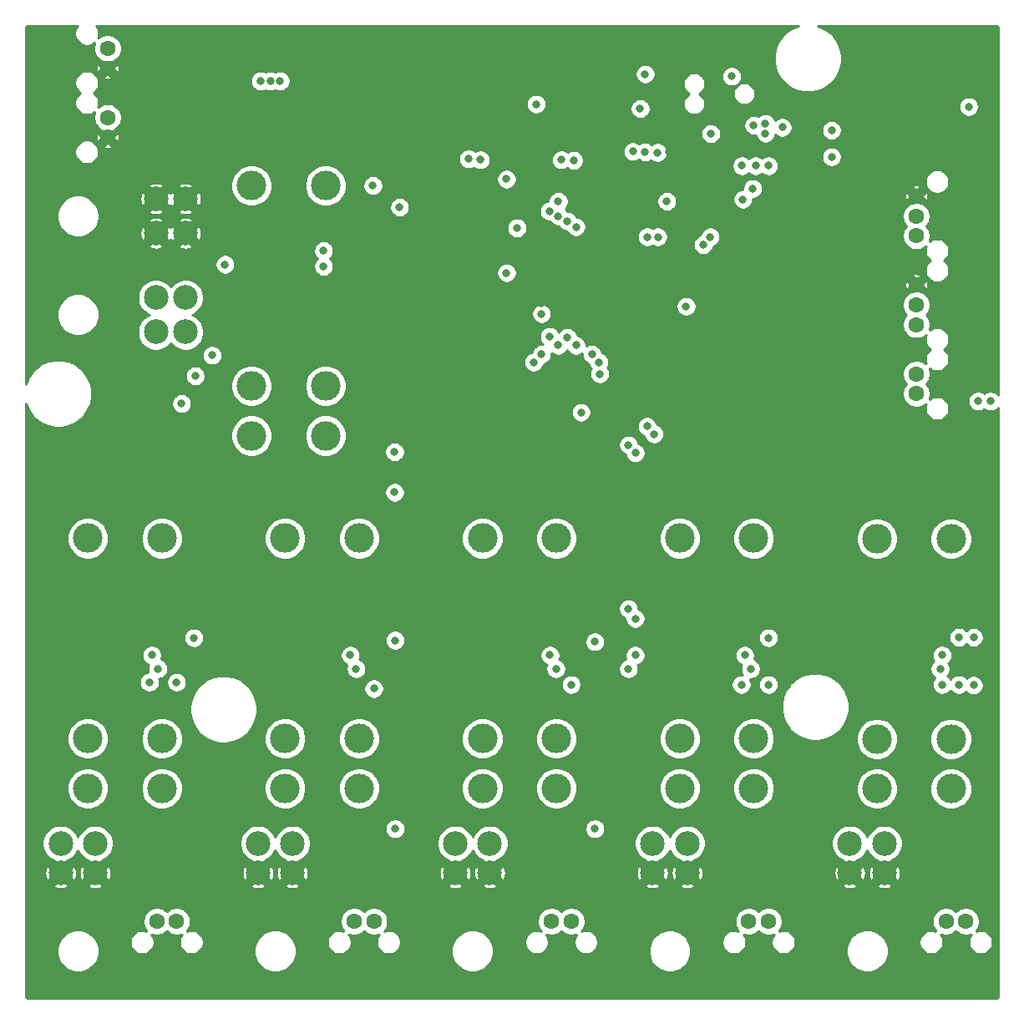
<source format=gbr>
G04 #@! TF.GenerationSoftware,KiCad,Pcbnew,5.0.1-33cea8e~68~ubuntu18.04.1*
G04 #@! TF.CreationDate,2018-11-11T22:39:29+00:00*
G04 #@! TF.ProjectId,ignition,69676E6974696F6E2E6B696361645F70,rev?*
G04 #@! TF.SameCoordinates,Original*
G04 #@! TF.FileFunction,Copper,L3,Inr,Plane*
G04 #@! TF.FilePolarity,Positive*
%FSLAX46Y46*%
G04 Gerber Fmt 4.6, Leading zero omitted, Abs format (unit mm)*
G04 Created by KiCad (PCBNEW 5.0.1-33cea8e~68~ubuntu18.04.1) date Sun 11 Nov 2018 22:39:29 GMT*
%MOMM*%
%LPD*%
G01*
G04 APERTURE LIST*
G04 #@! TA.AperFunction,ViaPad*
%ADD10C,1.600000*%
G04 #@! TD*
G04 #@! TA.AperFunction,ViaPad*
%ADD11C,2.500000*%
G04 #@! TD*
G04 #@! TA.AperFunction,ViaPad*
%ADD12C,3.000000*%
G04 #@! TD*
G04 #@! TA.AperFunction,ViaPad*
%ADD13C,0.800000*%
G04 #@! TD*
G04 #@! TA.AperFunction,Conductor*
%ADD14C,0.250000*%
G04 #@! TD*
G04 APERTURE END LIST*
D10*
G04 #@! TO.N,Net-(J9-Pad1)*
G04 #@! TO.C,J9*
X114000000Y-111500000D03*
G04 #@! TO.N,/LED5*
X116000000Y-111500000D03*
G04 #@! TD*
D11*
G04 #@! TO.N,GND*
G04 #@! TO.C,J17*
X104250000Y-106590000D03*
G04 #@! TO.N,/CH5*
X107750000Y-103590000D03*
X104250000Y-103590000D03*
G04 #@! TO.N,GND*
X107750000Y-106590000D03*
G04 #@! TD*
G04 #@! TO.N,VCC*
G04 #@! TO.C,J1*
X33910000Y-51750000D03*
X36910000Y-48250000D03*
X36910000Y-51750000D03*
X33910000Y-48250000D03*
G04 #@! TD*
D10*
G04 #@! TO.N,/LED1*
G04 #@! TO.C,J2*
X36000000Y-111500000D03*
G04 #@! TO.N,Net-(J2-Pad1)*
X34000000Y-111500000D03*
G04 #@! TD*
D11*
G04 #@! TO.N,GND*
G04 #@! TO.C,J3*
X33910000Y-38250000D03*
X36910000Y-41750000D03*
X36910000Y-38250000D03*
X33910000Y-41750000D03*
G04 #@! TD*
D10*
G04 #@! TO.N,Net-(J4-Pad1)*
G04 #@! TO.C,J4*
X54000000Y-111500000D03*
G04 #@! TO.N,/LED2*
X56000000Y-111500000D03*
G04 #@! TD*
G04 #@! TO.N,GND*
G04 #@! TO.C,J5*
X29000000Y-25000000D03*
G04 #@! TO.N,5v*
X29000000Y-23000000D03*
G04 #@! TD*
G04 #@! TO.N,GND*
G04 #@! TO.C,J6*
X29000000Y-32000000D03*
G04 #@! TO.N,5v*
X29000000Y-30000000D03*
G04 #@! TD*
G04 #@! TO.N,Net-(J7-Pad1)*
G04 #@! TO.C,J7*
X74000000Y-111500000D03*
G04 #@! TO.N,/LED3*
X76000000Y-111500000D03*
G04 #@! TD*
G04 #@! TO.N,Net-(J8-Pad1)*
G04 #@! TO.C,J8*
X94000000Y-111500000D03*
G04 #@! TO.N,/LED4*
X96000000Y-111500000D03*
G04 #@! TD*
D11*
G04 #@! TO.N,GND*
G04 #@! TO.C,J10*
X47750000Y-106590000D03*
G04 #@! TO.N,/CH2*
X44250000Y-103590000D03*
X47750000Y-103590000D03*
G04 #@! TO.N,GND*
X44250000Y-106590000D03*
G04 #@! TD*
G04 #@! TO.N,GND*
G04 #@! TO.C,J11*
X87750000Y-106590000D03*
G04 #@! TO.N,/CH4*
X84250000Y-103590000D03*
X87750000Y-103590000D03*
G04 #@! TO.N,GND*
X84250000Y-106590000D03*
G04 #@! TD*
D10*
G04 #@! TO.N,/ARM_RED*
G04 #@! TO.C,J12*
X111000000Y-56000000D03*
G04 #@! TO.N,Net-(J12-Pad1)*
X111000000Y-58000000D03*
G04 #@! TD*
G04 #@! TO.N,GND*
G04 #@! TO.C,J13*
X111000000Y-38000000D03*
G04 #@! TO.N,/USART1_RX*
X111000000Y-40000000D03*
G04 #@! TO.N,/USART1_TX*
X111000000Y-42000000D03*
G04 #@! TD*
G04 #@! TO.N,/USART2_TX*
G04 #@! TO.C,J14*
X111000000Y-51000000D03*
G04 #@! TO.N,/USART2_RX*
X111000000Y-49000000D03*
G04 #@! TO.N,GND*
X111000000Y-47000000D03*
G04 #@! TD*
D11*
G04 #@! TO.N,GND*
G04 #@! TO.C,J15*
X24250000Y-106590000D03*
G04 #@! TO.N,/CH1*
X27750000Y-103590000D03*
X24250000Y-103590000D03*
G04 #@! TO.N,GND*
X27750000Y-106590000D03*
G04 #@! TD*
G04 #@! TO.N,GND*
G04 #@! TO.C,J16*
X64250000Y-106590000D03*
G04 #@! TO.N,/CH3*
X67750000Y-103590000D03*
X64250000Y-103590000D03*
G04 #@! TO.N,GND*
X67750000Y-106590000D03*
G04 #@! TD*
D12*
G04 #@! TO.N,/CH2*
G04 #@! TO.C,K1*
X54500000Y-98000000D03*
G04 #@! TO.N,Net-(IC1-Pad10)*
X54500000Y-92960000D03*
G04 #@! TO.N,/CH2*
X47000000Y-98000000D03*
G04 #@! TO.N,Net-(IC1-Pad10)*
X47000000Y-92960000D03*
G04 #@! TO.N,/FIRE_DIST*
X47000000Y-72660000D03*
G04 #@! TO.N,/LED2*
X54500000Y-72660000D03*
G04 #@! TD*
G04 #@! TO.N,/CH4*
G04 #@! TO.C,K2*
X94500000Y-98000000D03*
G04 #@! TO.N,Net-(IC2-Pad10)*
X94500000Y-92960000D03*
G04 #@! TO.N,/CH4*
X87000000Y-98000000D03*
G04 #@! TO.N,Net-(IC2-Pad10)*
X87000000Y-92960000D03*
G04 #@! TO.N,/FIRE_DIST*
X87000000Y-72660000D03*
G04 #@! TO.N,/LED4*
X94500000Y-72660000D03*
G04 #@! TD*
G04 #@! TO.N,Net-(D3-Pad2)*
G04 #@! TO.C,K3*
X51100000Y-36910000D03*
G04 #@! TO.N,VCC*
X43600000Y-36910000D03*
G04 #@! TO.N,Net-(IC3-Pad10)*
X43600000Y-57210000D03*
G04 #@! TO.N,/FIRE_DIST*
X43600000Y-62250000D03*
G04 #@! TO.N,Net-(IC3-Pad10)*
X51100000Y-57210000D03*
G04 #@! TO.N,/FIRE_DIST*
X51100000Y-62250000D03*
G04 #@! TD*
G04 #@! TO.N,/LED1*
G04 #@! TO.C,K4*
X34500000Y-72660000D03*
G04 #@! TO.N,/FIRE_DIST*
X27000000Y-72660000D03*
G04 #@! TO.N,Net-(IC4-Pad10)*
X27000000Y-92960000D03*
G04 #@! TO.N,/CH1*
X27000000Y-98000000D03*
G04 #@! TO.N,Net-(IC4-Pad10)*
X34500000Y-92960000D03*
G04 #@! TO.N,/CH1*
X34500000Y-98000000D03*
G04 #@! TD*
G04 #@! TO.N,/LED3*
G04 #@! TO.C,K5*
X74500000Y-72660000D03*
G04 #@! TO.N,/FIRE_DIST*
X67000000Y-72660000D03*
G04 #@! TO.N,Net-(IC5-Pad10)*
X67000000Y-92960000D03*
G04 #@! TO.N,/CH3*
X67000000Y-98000000D03*
G04 #@! TO.N,Net-(IC5-Pad10)*
X74500000Y-92960000D03*
G04 #@! TO.N,/CH3*
X74500000Y-98000000D03*
G04 #@! TD*
G04 #@! TO.N,/CH5*
G04 #@! TO.C,K6*
X114500000Y-98040000D03*
G04 #@! TO.N,Net-(IC6-Pad10)*
X114500000Y-93000000D03*
G04 #@! TO.N,/CH5*
X107000000Y-98040000D03*
G04 #@! TO.N,Net-(IC6-Pad10)*
X107000000Y-93000000D03*
G04 #@! TO.N,/FIRE_DIST*
X107000000Y-72700000D03*
G04 #@! TO.N,/LED5*
X114500000Y-72700000D03*
G04 #@! TD*
D13*
G04 #@! TO.N,GND*
X65875000Y-37325000D03*
X63550000Y-38750000D03*
X69700000Y-39250000D03*
X89500000Y-33500000D03*
X91050000Y-33450000D03*
X85900000Y-33500000D03*
X21800000Y-94200000D03*
X41800000Y-94200000D03*
X61800000Y-94200000D03*
X81700000Y-94200000D03*
X101600000Y-94200000D03*
X30900000Y-85200000D03*
X51000000Y-85200000D03*
X91000000Y-85200000D03*
X111000000Y-85200000D03*
X71250000Y-85200000D03*
X35000000Y-69100000D03*
X31050000Y-65050000D03*
X30050000Y-66350000D03*
X33800000Y-68000000D03*
X39600000Y-56400000D03*
X33100000Y-57400000D03*
X34400000Y-58600000D03*
X45800000Y-45100000D03*
X55000000Y-69200000D03*
X53800000Y-68000000D03*
X49850000Y-66350000D03*
X75000000Y-69300000D03*
X73800000Y-68000000D03*
X69950000Y-66350000D03*
X36500000Y-26500000D03*
X37700000Y-27500000D03*
X34000000Y-21400000D03*
X32500000Y-22500000D03*
X36250000Y-22250000D03*
X34000000Y-23600000D03*
X42700000Y-21900000D03*
X44375000Y-22775000D03*
X44375000Y-21825000D03*
X47000000Y-24600000D03*
X45900000Y-23500000D03*
X73600000Y-37500000D03*
X89850000Y-66350000D03*
X71050000Y-65250000D03*
X91050000Y-65050000D03*
X95000000Y-69300000D03*
X109750000Y-66350000D03*
X111050000Y-65050000D03*
X115000000Y-69200000D03*
X93700000Y-68000000D03*
X114000000Y-68000000D03*
X73000000Y-48800000D03*
X67500000Y-42400000D03*
X67500000Y-43600000D03*
X67500000Y-44800000D03*
X73500000Y-42500000D03*
X67600000Y-35500000D03*
X67600000Y-37000000D03*
X64400000Y-37700000D03*
X47400000Y-29500000D03*
X46300000Y-30600000D03*
X51350000Y-33450000D03*
X50250000Y-32250000D03*
X85600000Y-50800000D03*
X86800000Y-50800000D03*
X89730000Y-25530000D03*
X74250000Y-32850000D03*
X76750000Y-29650000D03*
X68550000Y-34650000D03*
X77500000Y-33600000D03*
X73700000Y-26700000D03*
X74800000Y-29600000D03*
X74750000Y-27750000D03*
X96600000Y-39800000D03*
X95400000Y-40900000D03*
X103800000Y-21500000D03*
X109100000Y-21500000D03*
X116300000Y-31000000D03*
X109060000Y-34460000D03*
X115720000Y-21720000D03*
X117685000Y-23185000D03*
X114820000Y-34380000D03*
X103840000Y-34460000D03*
X117200000Y-35600000D03*
X99200000Y-35400000D03*
X22500000Y-117500000D03*
X27500000Y-117500000D03*
X32500000Y-117500000D03*
X42500000Y-117500000D03*
X47500000Y-117500000D03*
X37500000Y-117500000D03*
X62500000Y-117500000D03*
X52500000Y-117500000D03*
X57500000Y-117500000D03*
X77500000Y-117500000D03*
X67500000Y-117500000D03*
X72500000Y-117500000D03*
X82500000Y-117500000D03*
X87500000Y-117500000D03*
X92500000Y-117500000D03*
X97500000Y-117500000D03*
X102500000Y-117500000D03*
X107500000Y-117500000D03*
X117500000Y-117500000D03*
X112500000Y-117500000D03*
X22500000Y-22500000D03*
X22500000Y-27500000D03*
X22500000Y-32500000D03*
X22500000Y-37500000D03*
X22500000Y-42500000D03*
X30000000Y-37500000D03*
X30000000Y-27500000D03*
X106900000Y-42000000D03*
X106900000Y-40000000D03*
X107000000Y-49000000D03*
X107000000Y-51000000D03*
G04 #@! TO.N,Net-(IC1-Pad5)*
X56000000Y-87900000D03*
G04 #@! TO.N,/I2C1_SCL*
X50900000Y-43500000D03*
X76250000Y-34350000D03*
X65600000Y-34200000D03*
G04 #@! TO.N,/I2C1_SDA*
X50900000Y-45100000D03*
X75000000Y-34300000D03*
X66800000Y-34300000D03*
G04 #@! TO.N,Net-(IC2-Pad5)*
X93250000Y-87500000D03*
G04 #@! TO.N,/FIRE_DIST*
X37900000Y-56200000D03*
G04 #@! TO.N,Net-(IC3-Pad5)*
X40900000Y-44900000D03*
X36500000Y-59000000D03*
X39600000Y-54100000D03*
G04 #@! TO.N,3v3*
X90150000Y-31650000D03*
X116800000Y-82700000D03*
X116800000Y-87550000D03*
X118500000Y-58750000D03*
X117250000Y-58750000D03*
X44500000Y-26300000D03*
X45500000Y-26300000D03*
X46500000Y-26300000D03*
X73000000Y-49900000D03*
X69450000Y-45750000D03*
X87650000Y-49150000D03*
X92270000Y-25830000D03*
X69450000Y-36250000D03*
X55900000Y-36900000D03*
X58600000Y-39100000D03*
X72450000Y-28650000D03*
X116300000Y-28900000D03*
X102400000Y-34000000D03*
X102400000Y-31300000D03*
X83500000Y-25600000D03*
G04 #@! TO.N,/CH2_CONT*
X58150000Y-102100000D03*
X58150000Y-83000000D03*
X74700000Y-40000000D03*
X74700000Y-53100000D03*
G04 #@! TO.N,/CH4_CONT*
X76500000Y-41100000D03*
X76500000Y-53100000D03*
X96000000Y-82750000D03*
X96000000Y-87500000D03*
G04 #@! TO.N,/CH1_CONT*
X37750000Y-82750000D03*
X36000000Y-87250000D03*
X73800000Y-39500000D03*
X73800000Y-52200000D03*
G04 #@! TO.N,/CH3_CONT*
X78400000Y-102100000D03*
X78400000Y-83150000D03*
X75600000Y-40500000D03*
X75600000Y-52300000D03*
G04 #@! TO.N,/CH5_CONT*
X115300000Y-87500000D03*
X115300000Y-82700000D03*
G04 #@! TO.N,Net-(IC4-Pad5)*
X33250000Y-87250000D03*
G04 #@! TO.N,Net-(IC5-Pad5)*
X76000000Y-87500000D03*
G04 #@! TO.N,Net-(IC6-Pad5)*
X113600000Y-87500000D03*
G04 #@! TO.N,/CH2_FIRE*
X58100000Y-68000000D03*
X58100000Y-63900000D03*
X78800000Y-54800000D03*
X72200000Y-54800000D03*
G04 #@! TO.N,/CH1_FIRE*
X73000000Y-54000000D03*
X78100000Y-54000000D03*
G04 #@! TO.N,/CH3_FIRE*
X77000000Y-59900000D03*
X78900000Y-56000000D03*
G04 #@! TO.N,/~RST*
X70500000Y-41200000D03*
X74700000Y-38500000D03*
X85700000Y-38500000D03*
X93300000Y-34900000D03*
G04 #@! TO.N,/I2C2_SDA*
X33500000Y-84500000D03*
X53600000Y-84500000D03*
X73850000Y-84500000D03*
X93600000Y-84500000D03*
X113600000Y-84500000D03*
X84400000Y-62100000D03*
X82500000Y-64000000D03*
X82500000Y-80800000D03*
X82500000Y-84500000D03*
G04 #@! TO.N,/I2C2_SCL*
X34100000Y-85900000D03*
X54200000Y-85900000D03*
X74450000Y-85900000D03*
X94200000Y-85900000D03*
X113400000Y-85900000D03*
X83700000Y-61300000D03*
X81800000Y-63200000D03*
X81800000Y-79800000D03*
X81800000Y-85900000D03*
G04 #@! TO.N,/USART2_TX*
X83700000Y-42100000D03*
X89400000Y-42900000D03*
G04 #@! TO.N,/USART2_RX*
X84800000Y-42100000D03*
X90100000Y-42100000D03*
G04 #@! TO.N,/SDIO_D0*
X93400000Y-38300000D03*
X94700000Y-34900000D03*
G04 #@! TO.N,/SDIO_D1*
X94400000Y-37200000D03*
X96000000Y-34900000D03*
G04 #@! TO.N,/SDIO_D2*
X84750000Y-33550000D03*
X94500000Y-30800000D03*
G04 #@! TO.N,/SDIO_D3*
X83500000Y-33500000D03*
X95700000Y-30600000D03*
G04 #@! TO.N,/SDIO_CK*
X97400000Y-31000000D03*
X83000000Y-29100000D03*
G04 #@! TO.N,/SDIO_CMD*
X82250000Y-33450000D03*
X95700000Y-31600000D03*
G04 #@! TD*
D14*
G04 #@! TO.N,GND*
G36*
X25948481Y-20719108D02*
X25814419Y-20919745D01*
X25722076Y-21142681D01*
X25675000Y-21379348D01*
X25675000Y-21620652D01*
X25722076Y-21857319D01*
X25814419Y-22080255D01*
X25948481Y-22280892D01*
X26119108Y-22451519D01*
X26319745Y-22585581D01*
X26542681Y-22677924D01*
X26779348Y-22725000D01*
X27020652Y-22725000D01*
X27257319Y-22677924D01*
X27480255Y-22585581D01*
X27680892Y-22451519D01*
X27687528Y-22444883D01*
X27629762Y-22584343D01*
X27575000Y-22859650D01*
X27575000Y-23140350D01*
X27629762Y-23415657D01*
X27737181Y-23674991D01*
X27893130Y-23908385D01*
X28091615Y-24106870D01*
X28325009Y-24262819D01*
X28584343Y-24370238D01*
X28859650Y-24425000D01*
X28955330Y-24425000D01*
X29000000Y-24469670D01*
X29044670Y-24425000D01*
X29140350Y-24425000D01*
X29415657Y-24370238D01*
X29674991Y-24262819D01*
X29908385Y-24106870D01*
X30106870Y-23908385D01*
X30262819Y-23674991D01*
X30370238Y-23415657D01*
X30425000Y-23140350D01*
X30425000Y-22859650D01*
X30370238Y-22584343D01*
X30262819Y-22325009D01*
X30106870Y-22091615D01*
X29908385Y-21893130D01*
X29674991Y-21737181D01*
X29415657Y-21629762D01*
X29140350Y-21575000D01*
X28859650Y-21575000D01*
X28584343Y-21629762D01*
X28325009Y-21737181D01*
X28091615Y-21893130D01*
X28042921Y-21941824D01*
X28077924Y-21857319D01*
X28125000Y-21620652D01*
X28125000Y-21379348D01*
X28077924Y-21142681D01*
X27985581Y-20919745D01*
X27851519Y-20719108D01*
X27832411Y-20700000D01*
X99034250Y-20700000D01*
X99000964Y-20706621D01*
X98377654Y-20964804D01*
X97816690Y-21339629D01*
X97786082Y-21370237D01*
X97761848Y-21380275D01*
X97610347Y-21481505D01*
X97481505Y-21610347D01*
X97380275Y-21761848D01*
X97370237Y-21786082D01*
X97339629Y-21816690D01*
X96964804Y-22377654D01*
X96706621Y-23000964D01*
X96575000Y-23662667D01*
X96575000Y-24337333D01*
X96706621Y-24999036D01*
X96964804Y-25622346D01*
X97339629Y-26183310D01*
X97370237Y-26213918D01*
X97380275Y-26238152D01*
X97481505Y-26389653D01*
X97610347Y-26518495D01*
X97761848Y-26619725D01*
X97786082Y-26629763D01*
X97816690Y-26660371D01*
X98377654Y-27035196D01*
X99000964Y-27293379D01*
X99662667Y-27425000D01*
X100337333Y-27425000D01*
X100999036Y-27293379D01*
X101622346Y-27035196D01*
X102183310Y-26660371D01*
X102213918Y-26629763D01*
X102238152Y-26619725D01*
X102389653Y-26518495D01*
X102518495Y-26389653D01*
X102619725Y-26238152D01*
X102629763Y-26213918D01*
X102660371Y-26183310D01*
X103035196Y-25622346D01*
X103293379Y-24999036D01*
X103425000Y-24337333D01*
X103425000Y-23662667D01*
X103293379Y-23000964D01*
X103035196Y-22377654D01*
X102660371Y-21816690D01*
X102629763Y-21786082D01*
X102619725Y-21761848D01*
X102518495Y-21610347D01*
X102389653Y-21481505D01*
X102238152Y-21380275D01*
X102213918Y-21370237D01*
X102183310Y-21339629D01*
X101622346Y-20964804D01*
X100999036Y-20706621D01*
X100965750Y-20700000D01*
X118965765Y-20700000D01*
X119057616Y-20709006D01*
X119113043Y-20725740D01*
X119164160Y-20752920D01*
X119209026Y-20789511D01*
X119245928Y-20834119D01*
X119273465Y-20885047D01*
X119290584Y-20940352D01*
X119300001Y-21029942D01*
X119300001Y-58102333D01*
X119296170Y-58096600D01*
X119153400Y-57953830D01*
X118985520Y-57841656D01*
X118798982Y-57764390D01*
X118600954Y-57725000D01*
X118399046Y-57725000D01*
X118201018Y-57764390D01*
X118014480Y-57841656D01*
X117875000Y-57934854D01*
X117735520Y-57841656D01*
X117548982Y-57764390D01*
X117350954Y-57725000D01*
X117149046Y-57725000D01*
X116951018Y-57764390D01*
X116764480Y-57841656D01*
X116596600Y-57953830D01*
X116453830Y-58096600D01*
X116341656Y-58264480D01*
X116264390Y-58451018D01*
X116225000Y-58649046D01*
X116225000Y-58850954D01*
X116264390Y-59048982D01*
X116341656Y-59235520D01*
X116453830Y-59403400D01*
X116596600Y-59546170D01*
X116764480Y-59658344D01*
X116951018Y-59735610D01*
X117149046Y-59775000D01*
X117350954Y-59775000D01*
X117548982Y-59735610D01*
X117735520Y-59658344D01*
X117875000Y-59565146D01*
X118014480Y-59658344D01*
X118201018Y-59735610D01*
X118399046Y-59775000D01*
X118600954Y-59775000D01*
X118798982Y-59735610D01*
X118985520Y-59658344D01*
X119153400Y-59546170D01*
X119296170Y-59403400D01*
X119300001Y-59397667D01*
X119300000Y-118965766D01*
X119290994Y-119057616D01*
X119274259Y-119113044D01*
X119247081Y-119164159D01*
X119210488Y-119209027D01*
X119165881Y-119245929D01*
X119114954Y-119273464D01*
X119059648Y-119290584D01*
X118970067Y-119300000D01*
X21034234Y-119300000D01*
X20942384Y-119290994D01*
X20886956Y-119274259D01*
X20835841Y-119247081D01*
X20790973Y-119210488D01*
X20754071Y-119165881D01*
X20726536Y-119114954D01*
X20709416Y-119059648D01*
X20700000Y-118970067D01*
X20700000Y-114288342D01*
X23851000Y-114288342D01*
X23851000Y-114711658D01*
X23933585Y-115126840D01*
X24095581Y-115517933D01*
X24330763Y-115869908D01*
X24630092Y-116169237D01*
X24982067Y-116404419D01*
X25373160Y-116566415D01*
X25788342Y-116649000D01*
X26211658Y-116649000D01*
X26626840Y-116566415D01*
X27017933Y-116404419D01*
X27369908Y-116169237D01*
X27669237Y-115869908D01*
X27904419Y-115517933D01*
X28066415Y-115126840D01*
X28149000Y-114711658D01*
X28149000Y-114288342D01*
X28066415Y-113873160D01*
X27904419Y-113482067D01*
X27902603Y-113479348D01*
X31275000Y-113479348D01*
X31275000Y-113720652D01*
X31322076Y-113957319D01*
X31414419Y-114180255D01*
X31548481Y-114380892D01*
X31719108Y-114551519D01*
X31919745Y-114685581D01*
X32142681Y-114777924D01*
X32379348Y-114825000D01*
X32620652Y-114825000D01*
X32857319Y-114777924D01*
X33080255Y-114685581D01*
X33280892Y-114551519D01*
X33451519Y-114380892D01*
X33585581Y-114180255D01*
X33677924Y-113957319D01*
X33725000Y-113720652D01*
X33725000Y-113479348D01*
X33677924Y-113242681D01*
X33585581Y-113019745D01*
X33451519Y-112819108D01*
X33444883Y-112812472D01*
X33584343Y-112870238D01*
X33859650Y-112925000D01*
X34140350Y-112925000D01*
X34415657Y-112870238D01*
X34674991Y-112762819D01*
X34908385Y-112606870D01*
X35000000Y-112515255D01*
X35091615Y-112606870D01*
X35325009Y-112762819D01*
X35584343Y-112870238D01*
X35859650Y-112925000D01*
X36140350Y-112925000D01*
X36415657Y-112870238D01*
X36555117Y-112812472D01*
X36548481Y-112819108D01*
X36414419Y-113019745D01*
X36322076Y-113242681D01*
X36275000Y-113479348D01*
X36275000Y-113720652D01*
X36322076Y-113957319D01*
X36414419Y-114180255D01*
X36548481Y-114380892D01*
X36719108Y-114551519D01*
X36919745Y-114685581D01*
X37142681Y-114777924D01*
X37379348Y-114825000D01*
X37620652Y-114825000D01*
X37857319Y-114777924D01*
X38080255Y-114685581D01*
X38280892Y-114551519D01*
X38451519Y-114380892D01*
X38513359Y-114288342D01*
X43851000Y-114288342D01*
X43851000Y-114711658D01*
X43933585Y-115126840D01*
X44095581Y-115517933D01*
X44330763Y-115869908D01*
X44630092Y-116169237D01*
X44982067Y-116404419D01*
X45373160Y-116566415D01*
X45788342Y-116649000D01*
X46211658Y-116649000D01*
X46626840Y-116566415D01*
X47017933Y-116404419D01*
X47369908Y-116169237D01*
X47669237Y-115869908D01*
X47904419Y-115517933D01*
X48066415Y-115126840D01*
X48149000Y-114711658D01*
X48149000Y-114288342D01*
X48066415Y-113873160D01*
X47904419Y-113482067D01*
X47902603Y-113479348D01*
X51275000Y-113479348D01*
X51275000Y-113720652D01*
X51322076Y-113957319D01*
X51414419Y-114180255D01*
X51548481Y-114380892D01*
X51719108Y-114551519D01*
X51919745Y-114685581D01*
X52142681Y-114777924D01*
X52379348Y-114825000D01*
X52620652Y-114825000D01*
X52857319Y-114777924D01*
X53080255Y-114685581D01*
X53280892Y-114551519D01*
X53451519Y-114380892D01*
X53585581Y-114180255D01*
X53677924Y-113957319D01*
X53725000Y-113720652D01*
X53725000Y-113479348D01*
X53677924Y-113242681D01*
X53585581Y-113019745D01*
X53451519Y-112819108D01*
X53444883Y-112812472D01*
X53584343Y-112870238D01*
X53859650Y-112925000D01*
X54140350Y-112925000D01*
X54415657Y-112870238D01*
X54674991Y-112762819D01*
X54908385Y-112606870D01*
X55000000Y-112515255D01*
X55091615Y-112606870D01*
X55325009Y-112762819D01*
X55584343Y-112870238D01*
X55859650Y-112925000D01*
X56140350Y-112925000D01*
X56415657Y-112870238D01*
X56555117Y-112812472D01*
X56548481Y-112819108D01*
X56414419Y-113019745D01*
X56322076Y-113242681D01*
X56275000Y-113479348D01*
X56275000Y-113720652D01*
X56322076Y-113957319D01*
X56414419Y-114180255D01*
X56548481Y-114380892D01*
X56719108Y-114551519D01*
X56919745Y-114685581D01*
X57142681Y-114777924D01*
X57379348Y-114825000D01*
X57620652Y-114825000D01*
X57857319Y-114777924D01*
X58080255Y-114685581D01*
X58280892Y-114551519D01*
X58451519Y-114380892D01*
X58513359Y-114288342D01*
X63851000Y-114288342D01*
X63851000Y-114711658D01*
X63933585Y-115126840D01*
X64095581Y-115517933D01*
X64330763Y-115869908D01*
X64630092Y-116169237D01*
X64982067Y-116404419D01*
X65373160Y-116566415D01*
X65788342Y-116649000D01*
X66211658Y-116649000D01*
X66626840Y-116566415D01*
X67017933Y-116404419D01*
X67369908Y-116169237D01*
X67669237Y-115869908D01*
X67904419Y-115517933D01*
X68066415Y-115126840D01*
X68149000Y-114711658D01*
X68149000Y-114288342D01*
X68066415Y-113873160D01*
X67904419Y-113482067D01*
X67902603Y-113479348D01*
X71275000Y-113479348D01*
X71275000Y-113720652D01*
X71322076Y-113957319D01*
X71414419Y-114180255D01*
X71548481Y-114380892D01*
X71719108Y-114551519D01*
X71919745Y-114685581D01*
X72142681Y-114777924D01*
X72379348Y-114825000D01*
X72620652Y-114825000D01*
X72857319Y-114777924D01*
X73080255Y-114685581D01*
X73280892Y-114551519D01*
X73451519Y-114380892D01*
X73585581Y-114180255D01*
X73677924Y-113957319D01*
X73725000Y-113720652D01*
X73725000Y-113479348D01*
X73677924Y-113242681D01*
X73585581Y-113019745D01*
X73451519Y-112819108D01*
X73444883Y-112812472D01*
X73584343Y-112870238D01*
X73859650Y-112925000D01*
X74140350Y-112925000D01*
X74415657Y-112870238D01*
X74674991Y-112762819D01*
X74908385Y-112606870D01*
X75000000Y-112515255D01*
X75091615Y-112606870D01*
X75325009Y-112762819D01*
X75584343Y-112870238D01*
X75859650Y-112925000D01*
X76140350Y-112925000D01*
X76415657Y-112870238D01*
X76555117Y-112812472D01*
X76548481Y-112819108D01*
X76414419Y-113019745D01*
X76322076Y-113242681D01*
X76275000Y-113479348D01*
X76275000Y-113720652D01*
X76322076Y-113957319D01*
X76414419Y-114180255D01*
X76548481Y-114380892D01*
X76719108Y-114551519D01*
X76919745Y-114685581D01*
X77142681Y-114777924D01*
X77379348Y-114825000D01*
X77620652Y-114825000D01*
X77857319Y-114777924D01*
X78080255Y-114685581D01*
X78280892Y-114551519D01*
X78451519Y-114380892D01*
X78513359Y-114288342D01*
X83851000Y-114288342D01*
X83851000Y-114711658D01*
X83933585Y-115126840D01*
X84095581Y-115517933D01*
X84330763Y-115869908D01*
X84630092Y-116169237D01*
X84982067Y-116404419D01*
X85373160Y-116566415D01*
X85788342Y-116649000D01*
X86211658Y-116649000D01*
X86626840Y-116566415D01*
X87017933Y-116404419D01*
X87369908Y-116169237D01*
X87669237Y-115869908D01*
X87904419Y-115517933D01*
X88066415Y-115126840D01*
X88149000Y-114711658D01*
X88149000Y-114288342D01*
X88066415Y-113873160D01*
X87904419Y-113482067D01*
X87902603Y-113479348D01*
X91275000Y-113479348D01*
X91275000Y-113720652D01*
X91322076Y-113957319D01*
X91414419Y-114180255D01*
X91548481Y-114380892D01*
X91719108Y-114551519D01*
X91919745Y-114685581D01*
X92142681Y-114777924D01*
X92379348Y-114825000D01*
X92620652Y-114825000D01*
X92857319Y-114777924D01*
X93080255Y-114685581D01*
X93280892Y-114551519D01*
X93451519Y-114380892D01*
X93585581Y-114180255D01*
X93677924Y-113957319D01*
X93725000Y-113720652D01*
X93725000Y-113479348D01*
X93677924Y-113242681D01*
X93585581Y-113019745D01*
X93451519Y-112819108D01*
X93444883Y-112812472D01*
X93584343Y-112870238D01*
X93859650Y-112925000D01*
X94140350Y-112925000D01*
X94415657Y-112870238D01*
X94674991Y-112762819D01*
X94908385Y-112606870D01*
X95000000Y-112515255D01*
X95091615Y-112606870D01*
X95325009Y-112762819D01*
X95584343Y-112870238D01*
X95859650Y-112925000D01*
X96140350Y-112925000D01*
X96415657Y-112870238D01*
X96555117Y-112812472D01*
X96548481Y-112819108D01*
X96414419Y-113019745D01*
X96322076Y-113242681D01*
X96275000Y-113479348D01*
X96275000Y-113720652D01*
X96322076Y-113957319D01*
X96414419Y-114180255D01*
X96548481Y-114380892D01*
X96719108Y-114551519D01*
X96919745Y-114685581D01*
X97142681Y-114777924D01*
X97379348Y-114825000D01*
X97620652Y-114825000D01*
X97857319Y-114777924D01*
X98080255Y-114685581D01*
X98280892Y-114551519D01*
X98451519Y-114380892D01*
X98513359Y-114288342D01*
X103851000Y-114288342D01*
X103851000Y-114711658D01*
X103933585Y-115126840D01*
X104095581Y-115517933D01*
X104330763Y-115869908D01*
X104630092Y-116169237D01*
X104982067Y-116404419D01*
X105373160Y-116566415D01*
X105788342Y-116649000D01*
X106211658Y-116649000D01*
X106626840Y-116566415D01*
X107017933Y-116404419D01*
X107369908Y-116169237D01*
X107669237Y-115869908D01*
X107904419Y-115517933D01*
X108066415Y-115126840D01*
X108149000Y-114711658D01*
X108149000Y-114288342D01*
X108066415Y-113873160D01*
X107904419Y-113482067D01*
X107902603Y-113479348D01*
X111275000Y-113479348D01*
X111275000Y-113720652D01*
X111322076Y-113957319D01*
X111414419Y-114180255D01*
X111548481Y-114380892D01*
X111719108Y-114551519D01*
X111919745Y-114685581D01*
X112142681Y-114777924D01*
X112379348Y-114825000D01*
X112620652Y-114825000D01*
X112857319Y-114777924D01*
X113080255Y-114685581D01*
X113280892Y-114551519D01*
X113451519Y-114380892D01*
X113585581Y-114180255D01*
X113677924Y-113957319D01*
X113725000Y-113720652D01*
X113725000Y-113479348D01*
X113677924Y-113242681D01*
X113585581Y-113019745D01*
X113451519Y-112819108D01*
X113444883Y-112812472D01*
X113584343Y-112870238D01*
X113859650Y-112925000D01*
X114140350Y-112925000D01*
X114415657Y-112870238D01*
X114674991Y-112762819D01*
X114908385Y-112606870D01*
X115000000Y-112515255D01*
X115091615Y-112606870D01*
X115325009Y-112762819D01*
X115584343Y-112870238D01*
X115859650Y-112925000D01*
X116140350Y-112925000D01*
X116415657Y-112870238D01*
X116555117Y-112812472D01*
X116548481Y-112819108D01*
X116414419Y-113019745D01*
X116322076Y-113242681D01*
X116275000Y-113479348D01*
X116275000Y-113720652D01*
X116322076Y-113957319D01*
X116414419Y-114180255D01*
X116548481Y-114380892D01*
X116719108Y-114551519D01*
X116919745Y-114685581D01*
X117142681Y-114777924D01*
X117379348Y-114825000D01*
X117620652Y-114825000D01*
X117857319Y-114777924D01*
X118080255Y-114685581D01*
X118280892Y-114551519D01*
X118451519Y-114380892D01*
X118585581Y-114180255D01*
X118677924Y-113957319D01*
X118725000Y-113720652D01*
X118725000Y-113479348D01*
X118677924Y-113242681D01*
X118585581Y-113019745D01*
X118451519Y-112819108D01*
X118280892Y-112648481D01*
X118080255Y-112514419D01*
X117857319Y-112422076D01*
X117620652Y-112375000D01*
X117379348Y-112375000D01*
X117142681Y-112422076D01*
X117058176Y-112457079D01*
X117106870Y-112408385D01*
X117262819Y-112174991D01*
X117370238Y-111915657D01*
X117425000Y-111640350D01*
X117425000Y-111359650D01*
X117370238Y-111084343D01*
X117262819Y-110825009D01*
X117106870Y-110591615D01*
X116908385Y-110393130D01*
X116674991Y-110237181D01*
X116415657Y-110129762D01*
X116140350Y-110075000D01*
X115859650Y-110075000D01*
X115584343Y-110129762D01*
X115325009Y-110237181D01*
X115091615Y-110393130D01*
X115000000Y-110484745D01*
X114908385Y-110393130D01*
X114674991Y-110237181D01*
X114415657Y-110129762D01*
X114140350Y-110075000D01*
X113859650Y-110075000D01*
X113584343Y-110129762D01*
X113325009Y-110237181D01*
X113091615Y-110393130D01*
X112893130Y-110591615D01*
X112737181Y-110825009D01*
X112629762Y-111084343D01*
X112575000Y-111359650D01*
X112575000Y-111640350D01*
X112629762Y-111915657D01*
X112737181Y-112174991D01*
X112893130Y-112408385D01*
X112941824Y-112457079D01*
X112857319Y-112422076D01*
X112620652Y-112375000D01*
X112379348Y-112375000D01*
X112142681Y-112422076D01*
X111919745Y-112514419D01*
X111719108Y-112648481D01*
X111548481Y-112819108D01*
X111414419Y-113019745D01*
X111322076Y-113242681D01*
X111275000Y-113479348D01*
X107902603Y-113479348D01*
X107669237Y-113130092D01*
X107369908Y-112830763D01*
X107017933Y-112595581D01*
X106626840Y-112433585D01*
X106211658Y-112351000D01*
X105788342Y-112351000D01*
X105373160Y-112433585D01*
X104982067Y-112595581D01*
X104630092Y-112830763D01*
X104330763Y-113130092D01*
X104095581Y-113482067D01*
X103933585Y-113873160D01*
X103851000Y-114288342D01*
X98513359Y-114288342D01*
X98585581Y-114180255D01*
X98677924Y-113957319D01*
X98725000Y-113720652D01*
X98725000Y-113479348D01*
X98677924Y-113242681D01*
X98585581Y-113019745D01*
X98451519Y-112819108D01*
X98280892Y-112648481D01*
X98080255Y-112514419D01*
X97857319Y-112422076D01*
X97620652Y-112375000D01*
X97379348Y-112375000D01*
X97142681Y-112422076D01*
X97058176Y-112457079D01*
X97106870Y-112408385D01*
X97262819Y-112174991D01*
X97370238Y-111915657D01*
X97425000Y-111640350D01*
X97425000Y-111359650D01*
X97370238Y-111084343D01*
X97262819Y-110825009D01*
X97106870Y-110591615D01*
X96908385Y-110393130D01*
X96674991Y-110237181D01*
X96415657Y-110129762D01*
X96140350Y-110075000D01*
X95859650Y-110075000D01*
X95584343Y-110129762D01*
X95325009Y-110237181D01*
X95091615Y-110393130D01*
X95000000Y-110484745D01*
X94908385Y-110393130D01*
X94674991Y-110237181D01*
X94415657Y-110129762D01*
X94140350Y-110075000D01*
X93859650Y-110075000D01*
X93584343Y-110129762D01*
X93325009Y-110237181D01*
X93091615Y-110393130D01*
X92893130Y-110591615D01*
X92737181Y-110825009D01*
X92629762Y-111084343D01*
X92575000Y-111359650D01*
X92575000Y-111640350D01*
X92629762Y-111915657D01*
X92737181Y-112174991D01*
X92893130Y-112408385D01*
X92941824Y-112457079D01*
X92857319Y-112422076D01*
X92620652Y-112375000D01*
X92379348Y-112375000D01*
X92142681Y-112422076D01*
X91919745Y-112514419D01*
X91719108Y-112648481D01*
X91548481Y-112819108D01*
X91414419Y-113019745D01*
X91322076Y-113242681D01*
X91275000Y-113479348D01*
X87902603Y-113479348D01*
X87669237Y-113130092D01*
X87369908Y-112830763D01*
X87017933Y-112595581D01*
X86626840Y-112433585D01*
X86211658Y-112351000D01*
X85788342Y-112351000D01*
X85373160Y-112433585D01*
X84982067Y-112595581D01*
X84630092Y-112830763D01*
X84330763Y-113130092D01*
X84095581Y-113482067D01*
X83933585Y-113873160D01*
X83851000Y-114288342D01*
X78513359Y-114288342D01*
X78585581Y-114180255D01*
X78677924Y-113957319D01*
X78725000Y-113720652D01*
X78725000Y-113479348D01*
X78677924Y-113242681D01*
X78585581Y-113019745D01*
X78451519Y-112819108D01*
X78280892Y-112648481D01*
X78080255Y-112514419D01*
X77857319Y-112422076D01*
X77620652Y-112375000D01*
X77379348Y-112375000D01*
X77142681Y-112422076D01*
X77058176Y-112457079D01*
X77106870Y-112408385D01*
X77262819Y-112174991D01*
X77370238Y-111915657D01*
X77425000Y-111640350D01*
X77425000Y-111359650D01*
X77370238Y-111084343D01*
X77262819Y-110825009D01*
X77106870Y-110591615D01*
X76908385Y-110393130D01*
X76674991Y-110237181D01*
X76415657Y-110129762D01*
X76140350Y-110075000D01*
X75859650Y-110075000D01*
X75584343Y-110129762D01*
X75325009Y-110237181D01*
X75091615Y-110393130D01*
X75000000Y-110484745D01*
X74908385Y-110393130D01*
X74674991Y-110237181D01*
X74415657Y-110129762D01*
X74140350Y-110075000D01*
X73859650Y-110075000D01*
X73584343Y-110129762D01*
X73325009Y-110237181D01*
X73091615Y-110393130D01*
X72893130Y-110591615D01*
X72737181Y-110825009D01*
X72629762Y-111084343D01*
X72575000Y-111359650D01*
X72575000Y-111640350D01*
X72629762Y-111915657D01*
X72737181Y-112174991D01*
X72893130Y-112408385D01*
X72941824Y-112457079D01*
X72857319Y-112422076D01*
X72620652Y-112375000D01*
X72379348Y-112375000D01*
X72142681Y-112422076D01*
X71919745Y-112514419D01*
X71719108Y-112648481D01*
X71548481Y-112819108D01*
X71414419Y-113019745D01*
X71322076Y-113242681D01*
X71275000Y-113479348D01*
X67902603Y-113479348D01*
X67669237Y-113130092D01*
X67369908Y-112830763D01*
X67017933Y-112595581D01*
X66626840Y-112433585D01*
X66211658Y-112351000D01*
X65788342Y-112351000D01*
X65373160Y-112433585D01*
X64982067Y-112595581D01*
X64630092Y-112830763D01*
X64330763Y-113130092D01*
X64095581Y-113482067D01*
X63933585Y-113873160D01*
X63851000Y-114288342D01*
X58513359Y-114288342D01*
X58585581Y-114180255D01*
X58677924Y-113957319D01*
X58725000Y-113720652D01*
X58725000Y-113479348D01*
X58677924Y-113242681D01*
X58585581Y-113019745D01*
X58451519Y-112819108D01*
X58280892Y-112648481D01*
X58080255Y-112514419D01*
X57857319Y-112422076D01*
X57620652Y-112375000D01*
X57379348Y-112375000D01*
X57142681Y-112422076D01*
X57058176Y-112457079D01*
X57106870Y-112408385D01*
X57262819Y-112174991D01*
X57370238Y-111915657D01*
X57425000Y-111640350D01*
X57425000Y-111359650D01*
X57370238Y-111084343D01*
X57262819Y-110825009D01*
X57106870Y-110591615D01*
X56908385Y-110393130D01*
X56674991Y-110237181D01*
X56415657Y-110129762D01*
X56140350Y-110075000D01*
X55859650Y-110075000D01*
X55584343Y-110129762D01*
X55325009Y-110237181D01*
X55091615Y-110393130D01*
X55000000Y-110484745D01*
X54908385Y-110393130D01*
X54674991Y-110237181D01*
X54415657Y-110129762D01*
X54140350Y-110075000D01*
X53859650Y-110075000D01*
X53584343Y-110129762D01*
X53325009Y-110237181D01*
X53091615Y-110393130D01*
X52893130Y-110591615D01*
X52737181Y-110825009D01*
X52629762Y-111084343D01*
X52575000Y-111359650D01*
X52575000Y-111640350D01*
X52629762Y-111915657D01*
X52737181Y-112174991D01*
X52893130Y-112408385D01*
X52941824Y-112457079D01*
X52857319Y-112422076D01*
X52620652Y-112375000D01*
X52379348Y-112375000D01*
X52142681Y-112422076D01*
X51919745Y-112514419D01*
X51719108Y-112648481D01*
X51548481Y-112819108D01*
X51414419Y-113019745D01*
X51322076Y-113242681D01*
X51275000Y-113479348D01*
X47902603Y-113479348D01*
X47669237Y-113130092D01*
X47369908Y-112830763D01*
X47017933Y-112595581D01*
X46626840Y-112433585D01*
X46211658Y-112351000D01*
X45788342Y-112351000D01*
X45373160Y-112433585D01*
X44982067Y-112595581D01*
X44630092Y-112830763D01*
X44330763Y-113130092D01*
X44095581Y-113482067D01*
X43933585Y-113873160D01*
X43851000Y-114288342D01*
X38513359Y-114288342D01*
X38585581Y-114180255D01*
X38677924Y-113957319D01*
X38725000Y-113720652D01*
X38725000Y-113479348D01*
X38677924Y-113242681D01*
X38585581Y-113019745D01*
X38451519Y-112819108D01*
X38280892Y-112648481D01*
X38080255Y-112514419D01*
X37857319Y-112422076D01*
X37620652Y-112375000D01*
X37379348Y-112375000D01*
X37142681Y-112422076D01*
X37058176Y-112457079D01*
X37106870Y-112408385D01*
X37262819Y-112174991D01*
X37370238Y-111915657D01*
X37425000Y-111640350D01*
X37425000Y-111359650D01*
X37370238Y-111084343D01*
X37262819Y-110825009D01*
X37106870Y-110591615D01*
X36908385Y-110393130D01*
X36674991Y-110237181D01*
X36415657Y-110129762D01*
X36140350Y-110075000D01*
X35859650Y-110075000D01*
X35584343Y-110129762D01*
X35325009Y-110237181D01*
X35091615Y-110393130D01*
X35000000Y-110484745D01*
X34908385Y-110393130D01*
X34674991Y-110237181D01*
X34415657Y-110129762D01*
X34140350Y-110075000D01*
X33859650Y-110075000D01*
X33584343Y-110129762D01*
X33325009Y-110237181D01*
X33091615Y-110393130D01*
X32893130Y-110591615D01*
X32737181Y-110825009D01*
X32629762Y-111084343D01*
X32575000Y-111359650D01*
X32575000Y-111640350D01*
X32629762Y-111915657D01*
X32737181Y-112174991D01*
X32893130Y-112408385D01*
X32941824Y-112457079D01*
X32857319Y-112422076D01*
X32620652Y-112375000D01*
X32379348Y-112375000D01*
X32142681Y-112422076D01*
X31919745Y-112514419D01*
X31719108Y-112648481D01*
X31548481Y-112819108D01*
X31414419Y-113019745D01*
X31322076Y-113242681D01*
X31275000Y-113479348D01*
X27902603Y-113479348D01*
X27669237Y-113130092D01*
X27369908Y-112830763D01*
X27017933Y-112595581D01*
X26626840Y-112433585D01*
X26211658Y-112351000D01*
X25788342Y-112351000D01*
X25373160Y-112433585D01*
X24982067Y-112595581D01*
X24630092Y-112830763D01*
X24330763Y-113130092D01*
X24095581Y-113482067D01*
X23933585Y-113873160D01*
X23851000Y-114288342D01*
X20700000Y-114288342D01*
X20700000Y-107910685D01*
X23459646Y-107910685D01*
X23619262Y-108096125D01*
X23925212Y-108190236D01*
X24243644Y-108222850D01*
X24562319Y-108192716D01*
X24868992Y-108100989D01*
X24880738Y-108096125D01*
X25040354Y-107910685D01*
X26959646Y-107910685D01*
X27119262Y-108096125D01*
X27425212Y-108190236D01*
X27743644Y-108222850D01*
X28062319Y-108192716D01*
X28368992Y-108100989D01*
X28380738Y-108096125D01*
X28540354Y-107910685D01*
X43459646Y-107910685D01*
X43619262Y-108096125D01*
X43925212Y-108190236D01*
X44243644Y-108222850D01*
X44562319Y-108192716D01*
X44868992Y-108100989D01*
X44880738Y-108096125D01*
X45040354Y-107910685D01*
X46959646Y-107910685D01*
X47119262Y-108096125D01*
X47425212Y-108190236D01*
X47743644Y-108222850D01*
X48062319Y-108192716D01*
X48368992Y-108100989D01*
X48380738Y-108096125D01*
X48540354Y-107910685D01*
X63459646Y-107910685D01*
X63619262Y-108096125D01*
X63925212Y-108190236D01*
X64243644Y-108222850D01*
X64562319Y-108192716D01*
X64868992Y-108100989D01*
X64880738Y-108096125D01*
X65040354Y-107910685D01*
X66959646Y-107910685D01*
X67119262Y-108096125D01*
X67425212Y-108190236D01*
X67743644Y-108222850D01*
X68062319Y-108192716D01*
X68368992Y-108100989D01*
X68380738Y-108096125D01*
X68540354Y-107910685D01*
X83459646Y-107910685D01*
X83619262Y-108096125D01*
X83925212Y-108190236D01*
X84243644Y-108222850D01*
X84562319Y-108192716D01*
X84868992Y-108100989D01*
X84880738Y-108096125D01*
X85040354Y-107910685D01*
X86959646Y-107910685D01*
X87119262Y-108096125D01*
X87425212Y-108190236D01*
X87743644Y-108222850D01*
X88062319Y-108192716D01*
X88368992Y-108100989D01*
X88380738Y-108096125D01*
X88540354Y-107910685D01*
X103459646Y-107910685D01*
X103619262Y-108096125D01*
X103925212Y-108190236D01*
X104243644Y-108222850D01*
X104562319Y-108192716D01*
X104868992Y-108100989D01*
X104880738Y-108096125D01*
X105040354Y-107910685D01*
X106959646Y-107910685D01*
X107119262Y-108096125D01*
X107425212Y-108190236D01*
X107743644Y-108222850D01*
X108062319Y-108192716D01*
X108368992Y-108100989D01*
X108380738Y-108096125D01*
X108540354Y-107910685D01*
X107750000Y-107120330D01*
X106959646Y-107910685D01*
X105040354Y-107910685D01*
X104250000Y-107120330D01*
X103459646Y-107910685D01*
X88540354Y-107910685D01*
X87750000Y-107120330D01*
X86959646Y-107910685D01*
X85040354Y-107910685D01*
X84250000Y-107120330D01*
X83459646Y-107910685D01*
X68540354Y-107910685D01*
X67750000Y-107120330D01*
X66959646Y-107910685D01*
X65040354Y-107910685D01*
X64250000Y-107120330D01*
X63459646Y-107910685D01*
X48540354Y-107910685D01*
X47750000Y-107120330D01*
X46959646Y-107910685D01*
X45040354Y-107910685D01*
X44250000Y-107120330D01*
X43459646Y-107910685D01*
X28540354Y-107910685D01*
X27750000Y-107120330D01*
X26959646Y-107910685D01*
X25040354Y-107910685D01*
X24250000Y-107120330D01*
X23459646Y-107910685D01*
X20700000Y-107910685D01*
X20700000Y-106583644D01*
X22617150Y-106583644D01*
X22647284Y-106902319D01*
X22739011Y-107208992D01*
X22743875Y-107220738D01*
X22929315Y-107380354D01*
X23719670Y-106590000D01*
X24780330Y-106590000D01*
X25570685Y-107380354D01*
X25756125Y-107220738D01*
X25850236Y-106914788D01*
X25882850Y-106596356D01*
X25881648Y-106583644D01*
X26117150Y-106583644D01*
X26147284Y-106902319D01*
X26239011Y-107208992D01*
X26243875Y-107220738D01*
X26429315Y-107380354D01*
X27219670Y-106590000D01*
X28280330Y-106590000D01*
X29070685Y-107380354D01*
X29256125Y-107220738D01*
X29350236Y-106914788D01*
X29382850Y-106596356D01*
X29381648Y-106583644D01*
X42617150Y-106583644D01*
X42647284Y-106902319D01*
X42739011Y-107208992D01*
X42743875Y-107220738D01*
X42929315Y-107380354D01*
X43719670Y-106590000D01*
X44780330Y-106590000D01*
X45570685Y-107380354D01*
X45756125Y-107220738D01*
X45850236Y-106914788D01*
X45882850Y-106596356D01*
X45881648Y-106583644D01*
X46117150Y-106583644D01*
X46147284Y-106902319D01*
X46239011Y-107208992D01*
X46243875Y-107220738D01*
X46429315Y-107380354D01*
X47219670Y-106590000D01*
X48280330Y-106590000D01*
X49070685Y-107380354D01*
X49256125Y-107220738D01*
X49350236Y-106914788D01*
X49382850Y-106596356D01*
X49381648Y-106583644D01*
X62617150Y-106583644D01*
X62647284Y-106902319D01*
X62739011Y-107208992D01*
X62743875Y-107220738D01*
X62929315Y-107380354D01*
X63719670Y-106590000D01*
X64780330Y-106590000D01*
X65570685Y-107380354D01*
X65756125Y-107220738D01*
X65850236Y-106914788D01*
X65882850Y-106596356D01*
X65881648Y-106583644D01*
X66117150Y-106583644D01*
X66147284Y-106902319D01*
X66239011Y-107208992D01*
X66243875Y-107220738D01*
X66429315Y-107380354D01*
X67219670Y-106590000D01*
X68280330Y-106590000D01*
X69070685Y-107380354D01*
X69256125Y-107220738D01*
X69350236Y-106914788D01*
X69382850Y-106596356D01*
X69381648Y-106583644D01*
X82617150Y-106583644D01*
X82647284Y-106902319D01*
X82739011Y-107208992D01*
X82743875Y-107220738D01*
X82929315Y-107380354D01*
X83719670Y-106590000D01*
X84780330Y-106590000D01*
X85570685Y-107380354D01*
X85756125Y-107220738D01*
X85850236Y-106914788D01*
X85882850Y-106596356D01*
X85881648Y-106583644D01*
X86117150Y-106583644D01*
X86147284Y-106902319D01*
X86239011Y-107208992D01*
X86243875Y-107220738D01*
X86429315Y-107380354D01*
X87219670Y-106590000D01*
X88280330Y-106590000D01*
X89070685Y-107380354D01*
X89256125Y-107220738D01*
X89350236Y-106914788D01*
X89382850Y-106596356D01*
X89381648Y-106583644D01*
X102617150Y-106583644D01*
X102647284Y-106902319D01*
X102739011Y-107208992D01*
X102743875Y-107220738D01*
X102929315Y-107380354D01*
X103719670Y-106590000D01*
X104780330Y-106590000D01*
X105570685Y-107380354D01*
X105756125Y-107220738D01*
X105850236Y-106914788D01*
X105882850Y-106596356D01*
X105881648Y-106583644D01*
X106117150Y-106583644D01*
X106147284Y-106902319D01*
X106239011Y-107208992D01*
X106243875Y-107220738D01*
X106429315Y-107380354D01*
X107219670Y-106590000D01*
X108280330Y-106590000D01*
X109070685Y-107380354D01*
X109256125Y-107220738D01*
X109350236Y-106914788D01*
X109382850Y-106596356D01*
X109352716Y-106277681D01*
X109260989Y-105971008D01*
X109256125Y-105959262D01*
X109070685Y-105799646D01*
X108280330Y-106590000D01*
X107219670Y-106590000D01*
X106429315Y-105799646D01*
X106243875Y-105959262D01*
X106149764Y-106265212D01*
X106117150Y-106583644D01*
X105881648Y-106583644D01*
X105852716Y-106277681D01*
X105760989Y-105971008D01*
X105756125Y-105959262D01*
X105570685Y-105799646D01*
X104780330Y-106590000D01*
X103719670Y-106590000D01*
X102929315Y-105799646D01*
X102743875Y-105959262D01*
X102649764Y-106265212D01*
X102617150Y-106583644D01*
X89381648Y-106583644D01*
X89352716Y-106277681D01*
X89260989Y-105971008D01*
X89256125Y-105959262D01*
X89070685Y-105799646D01*
X88280330Y-106590000D01*
X87219670Y-106590000D01*
X86429315Y-105799646D01*
X86243875Y-105959262D01*
X86149764Y-106265212D01*
X86117150Y-106583644D01*
X85881648Y-106583644D01*
X85852716Y-106277681D01*
X85760989Y-105971008D01*
X85756125Y-105959262D01*
X85570685Y-105799646D01*
X84780330Y-106590000D01*
X83719670Y-106590000D01*
X82929315Y-105799646D01*
X82743875Y-105959262D01*
X82649764Y-106265212D01*
X82617150Y-106583644D01*
X69381648Y-106583644D01*
X69352716Y-106277681D01*
X69260989Y-105971008D01*
X69256125Y-105959262D01*
X69070685Y-105799646D01*
X68280330Y-106590000D01*
X67219670Y-106590000D01*
X66429315Y-105799646D01*
X66243875Y-105959262D01*
X66149764Y-106265212D01*
X66117150Y-106583644D01*
X65881648Y-106583644D01*
X65852716Y-106277681D01*
X65760989Y-105971008D01*
X65756125Y-105959262D01*
X65570685Y-105799646D01*
X64780330Y-106590000D01*
X63719670Y-106590000D01*
X62929315Y-105799646D01*
X62743875Y-105959262D01*
X62649764Y-106265212D01*
X62617150Y-106583644D01*
X49381648Y-106583644D01*
X49352716Y-106277681D01*
X49260989Y-105971008D01*
X49256125Y-105959262D01*
X49070685Y-105799646D01*
X48280330Y-106590000D01*
X47219670Y-106590000D01*
X46429315Y-105799646D01*
X46243875Y-105959262D01*
X46149764Y-106265212D01*
X46117150Y-106583644D01*
X45881648Y-106583644D01*
X45852716Y-106277681D01*
X45760989Y-105971008D01*
X45756125Y-105959262D01*
X45570685Y-105799646D01*
X44780330Y-106590000D01*
X43719670Y-106590000D01*
X42929315Y-105799646D01*
X42743875Y-105959262D01*
X42649764Y-106265212D01*
X42617150Y-106583644D01*
X29381648Y-106583644D01*
X29352716Y-106277681D01*
X29260989Y-105971008D01*
X29256125Y-105959262D01*
X29070685Y-105799646D01*
X28280330Y-106590000D01*
X27219670Y-106590000D01*
X26429315Y-105799646D01*
X26243875Y-105959262D01*
X26149764Y-106265212D01*
X26117150Y-106583644D01*
X25881648Y-106583644D01*
X25852716Y-106277681D01*
X25760989Y-105971008D01*
X25756125Y-105959262D01*
X25570685Y-105799646D01*
X24780330Y-106590000D01*
X23719670Y-106590000D01*
X22929315Y-105799646D01*
X22743875Y-105959262D01*
X22649764Y-106265212D01*
X22617150Y-106583644D01*
X20700000Y-106583644D01*
X20700000Y-103405329D01*
X22375000Y-103405329D01*
X22375000Y-103774671D01*
X22447056Y-104136917D01*
X22588397Y-104478145D01*
X22793593Y-104785243D01*
X23054757Y-105046407D01*
X23361855Y-105251603D01*
X23498558Y-105308227D01*
X24250000Y-106059670D01*
X25001442Y-105308227D01*
X25138145Y-105251603D01*
X25445243Y-105046407D01*
X25706407Y-104785243D01*
X25911603Y-104478145D01*
X26000000Y-104264735D01*
X26088397Y-104478145D01*
X26293593Y-104785243D01*
X26554757Y-105046407D01*
X26861855Y-105251603D01*
X26998558Y-105308227D01*
X27750000Y-106059670D01*
X28501442Y-105308227D01*
X28638145Y-105251603D01*
X28945243Y-105046407D01*
X29206407Y-104785243D01*
X29411603Y-104478145D01*
X29552944Y-104136917D01*
X29625000Y-103774671D01*
X29625000Y-103405329D01*
X42375000Y-103405329D01*
X42375000Y-103774671D01*
X42447056Y-104136917D01*
X42588397Y-104478145D01*
X42793593Y-104785243D01*
X43054757Y-105046407D01*
X43361855Y-105251603D01*
X43498558Y-105308227D01*
X44250000Y-106059670D01*
X45001442Y-105308227D01*
X45138145Y-105251603D01*
X45445243Y-105046407D01*
X45706407Y-104785243D01*
X45911603Y-104478145D01*
X46000000Y-104264735D01*
X46088397Y-104478145D01*
X46293593Y-104785243D01*
X46554757Y-105046407D01*
X46861855Y-105251603D01*
X46998558Y-105308227D01*
X47750000Y-106059670D01*
X48501442Y-105308227D01*
X48638145Y-105251603D01*
X48945243Y-105046407D01*
X49206407Y-104785243D01*
X49411603Y-104478145D01*
X49552944Y-104136917D01*
X49625000Y-103774671D01*
X49625000Y-103405329D01*
X62375000Y-103405329D01*
X62375000Y-103774671D01*
X62447056Y-104136917D01*
X62588397Y-104478145D01*
X62793593Y-104785243D01*
X63054757Y-105046407D01*
X63361855Y-105251603D01*
X63498558Y-105308227D01*
X64250000Y-106059670D01*
X65001442Y-105308227D01*
X65138145Y-105251603D01*
X65445243Y-105046407D01*
X65706407Y-104785243D01*
X65911603Y-104478145D01*
X66000000Y-104264735D01*
X66088397Y-104478145D01*
X66293593Y-104785243D01*
X66554757Y-105046407D01*
X66861855Y-105251603D01*
X66998558Y-105308227D01*
X67750000Y-106059670D01*
X68501442Y-105308227D01*
X68638145Y-105251603D01*
X68945243Y-105046407D01*
X69206407Y-104785243D01*
X69411603Y-104478145D01*
X69552944Y-104136917D01*
X69625000Y-103774671D01*
X69625000Y-103405329D01*
X82375000Y-103405329D01*
X82375000Y-103774671D01*
X82447056Y-104136917D01*
X82588397Y-104478145D01*
X82793593Y-104785243D01*
X83054757Y-105046407D01*
X83361855Y-105251603D01*
X83498558Y-105308227D01*
X84250000Y-106059670D01*
X85001442Y-105308227D01*
X85138145Y-105251603D01*
X85445243Y-105046407D01*
X85706407Y-104785243D01*
X85911603Y-104478145D01*
X86000000Y-104264735D01*
X86088397Y-104478145D01*
X86293593Y-104785243D01*
X86554757Y-105046407D01*
X86861855Y-105251603D01*
X86998558Y-105308227D01*
X87750000Y-106059670D01*
X88501442Y-105308227D01*
X88638145Y-105251603D01*
X88945243Y-105046407D01*
X89206407Y-104785243D01*
X89411603Y-104478145D01*
X89552944Y-104136917D01*
X89625000Y-103774671D01*
X89625000Y-103405329D01*
X102375000Y-103405329D01*
X102375000Y-103774671D01*
X102447056Y-104136917D01*
X102588397Y-104478145D01*
X102793593Y-104785243D01*
X103054757Y-105046407D01*
X103361855Y-105251603D01*
X103498558Y-105308227D01*
X104250000Y-106059670D01*
X105001442Y-105308227D01*
X105138145Y-105251603D01*
X105445243Y-105046407D01*
X105706407Y-104785243D01*
X105911603Y-104478145D01*
X106000000Y-104264735D01*
X106088397Y-104478145D01*
X106293593Y-104785243D01*
X106554757Y-105046407D01*
X106861855Y-105251603D01*
X106998558Y-105308227D01*
X107750000Y-106059670D01*
X108501442Y-105308227D01*
X108638145Y-105251603D01*
X108945243Y-105046407D01*
X109206407Y-104785243D01*
X109411603Y-104478145D01*
X109552944Y-104136917D01*
X109625000Y-103774671D01*
X109625000Y-103405329D01*
X109552944Y-103043083D01*
X109411603Y-102701855D01*
X109206407Y-102394757D01*
X108945243Y-102133593D01*
X108638145Y-101928397D01*
X108296917Y-101787056D01*
X107934671Y-101715000D01*
X107565329Y-101715000D01*
X107203083Y-101787056D01*
X106861855Y-101928397D01*
X106554757Y-102133593D01*
X106293593Y-102394757D01*
X106088397Y-102701855D01*
X106000000Y-102915265D01*
X105911603Y-102701855D01*
X105706407Y-102394757D01*
X105445243Y-102133593D01*
X105138145Y-101928397D01*
X104796917Y-101787056D01*
X104434671Y-101715000D01*
X104065329Y-101715000D01*
X103703083Y-101787056D01*
X103361855Y-101928397D01*
X103054757Y-102133593D01*
X102793593Y-102394757D01*
X102588397Y-102701855D01*
X102447056Y-103043083D01*
X102375000Y-103405329D01*
X89625000Y-103405329D01*
X89552944Y-103043083D01*
X89411603Y-102701855D01*
X89206407Y-102394757D01*
X88945243Y-102133593D01*
X88638145Y-101928397D01*
X88296917Y-101787056D01*
X87934671Y-101715000D01*
X87565329Y-101715000D01*
X87203083Y-101787056D01*
X86861855Y-101928397D01*
X86554757Y-102133593D01*
X86293593Y-102394757D01*
X86088397Y-102701855D01*
X86000000Y-102915265D01*
X85911603Y-102701855D01*
X85706407Y-102394757D01*
X85445243Y-102133593D01*
X85138145Y-101928397D01*
X84796917Y-101787056D01*
X84434671Y-101715000D01*
X84065329Y-101715000D01*
X83703083Y-101787056D01*
X83361855Y-101928397D01*
X83054757Y-102133593D01*
X82793593Y-102394757D01*
X82588397Y-102701855D01*
X82447056Y-103043083D01*
X82375000Y-103405329D01*
X69625000Y-103405329D01*
X69552944Y-103043083D01*
X69411603Y-102701855D01*
X69206407Y-102394757D01*
X68945243Y-102133593D01*
X68743879Y-101999046D01*
X77375000Y-101999046D01*
X77375000Y-102200954D01*
X77414390Y-102398982D01*
X77491656Y-102585520D01*
X77603830Y-102753400D01*
X77746600Y-102896170D01*
X77914480Y-103008344D01*
X78101018Y-103085610D01*
X78299046Y-103125000D01*
X78500954Y-103125000D01*
X78698982Y-103085610D01*
X78885520Y-103008344D01*
X79053400Y-102896170D01*
X79196170Y-102753400D01*
X79308344Y-102585520D01*
X79385610Y-102398982D01*
X79425000Y-102200954D01*
X79425000Y-101999046D01*
X79385610Y-101801018D01*
X79308344Y-101614480D01*
X79196170Y-101446600D01*
X79053400Y-101303830D01*
X78885520Y-101191656D01*
X78698982Y-101114390D01*
X78500954Y-101075000D01*
X78299046Y-101075000D01*
X78101018Y-101114390D01*
X77914480Y-101191656D01*
X77746600Y-101303830D01*
X77603830Y-101446600D01*
X77491656Y-101614480D01*
X77414390Y-101801018D01*
X77375000Y-101999046D01*
X68743879Y-101999046D01*
X68638145Y-101928397D01*
X68296917Y-101787056D01*
X67934671Y-101715000D01*
X67565329Y-101715000D01*
X67203083Y-101787056D01*
X66861855Y-101928397D01*
X66554757Y-102133593D01*
X66293593Y-102394757D01*
X66088397Y-102701855D01*
X66000000Y-102915265D01*
X65911603Y-102701855D01*
X65706407Y-102394757D01*
X65445243Y-102133593D01*
X65138145Y-101928397D01*
X64796917Y-101787056D01*
X64434671Y-101715000D01*
X64065329Y-101715000D01*
X63703083Y-101787056D01*
X63361855Y-101928397D01*
X63054757Y-102133593D01*
X62793593Y-102394757D01*
X62588397Y-102701855D01*
X62447056Y-103043083D01*
X62375000Y-103405329D01*
X49625000Y-103405329D01*
X49552944Y-103043083D01*
X49411603Y-102701855D01*
X49206407Y-102394757D01*
X48945243Y-102133593D01*
X48743879Y-101999046D01*
X57125000Y-101999046D01*
X57125000Y-102200954D01*
X57164390Y-102398982D01*
X57241656Y-102585520D01*
X57353830Y-102753400D01*
X57496600Y-102896170D01*
X57664480Y-103008344D01*
X57851018Y-103085610D01*
X58049046Y-103125000D01*
X58250954Y-103125000D01*
X58448982Y-103085610D01*
X58635520Y-103008344D01*
X58803400Y-102896170D01*
X58946170Y-102753400D01*
X59058344Y-102585520D01*
X59135610Y-102398982D01*
X59175000Y-102200954D01*
X59175000Y-101999046D01*
X59135610Y-101801018D01*
X59058344Y-101614480D01*
X58946170Y-101446600D01*
X58803400Y-101303830D01*
X58635520Y-101191656D01*
X58448982Y-101114390D01*
X58250954Y-101075000D01*
X58049046Y-101075000D01*
X57851018Y-101114390D01*
X57664480Y-101191656D01*
X57496600Y-101303830D01*
X57353830Y-101446600D01*
X57241656Y-101614480D01*
X57164390Y-101801018D01*
X57125000Y-101999046D01*
X48743879Y-101999046D01*
X48638145Y-101928397D01*
X48296917Y-101787056D01*
X47934671Y-101715000D01*
X47565329Y-101715000D01*
X47203083Y-101787056D01*
X46861855Y-101928397D01*
X46554757Y-102133593D01*
X46293593Y-102394757D01*
X46088397Y-102701855D01*
X46000000Y-102915265D01*
X45911603Y-102701855D01*
X45706407Y-102394757D01*
X45445243Y-102133593D01*
X45138145Y-101928397D01*
X44796917Y-101787056D01*
X44434671Y-101715000D01*
X44065329Y-101715000D01*
X43703083Y-101787056D01*
X43361855Y-101928397D01*
X43054757Y-102133593D01*
X42793593Y-102394757D01*
X42588397Y-102701855D01*
X42447056Y-103043083D01*
X42375000Y-103405329D01*
X29625000Y-103405329D01*
X29552944Y-103043083D01*
X29411603Y-102701855D01*
X29206407Y-102394757D01*
X28945243Y-102133593D01*
X28638145Y-101928397D01*
X28296917Y-101787056D01*
X27934671Y-101715000D01*
X27565329Y-101715000D01*
X27203083Y-101787056D01*
X26861855Y-101928397D01*
X26554757Y-102133593D01*
X26293593Y-102394757D01*
X26088397Y-102701855D01*
X26000000Y-102915265D01*
X25911603Y-102701855D01*
X25706407Y-102394757D01*
X25445243Y-102133593D01*
X25138145Y-101928397D01*
X24796917Y-101787056D01*
X24434671Y-101715000D01*
X24065329Y-101715000D01*
X23703083Y-101787056D01*
X23361855Y-101928397D01*
X23054757Y-102133593D01*
X22793593Y-102394757D01*
X22588397Y-102701855D01*
X22447056Y-103043083D01*
X22375000Y-103405329D01*
X20700000Y-103405329D01*
X20700000Y-97790706D01*
X24875000Y-97790706D01*
X24875000Y-98209294D01*
X24956663Y-98619840D01*
X25116849Y-99006565D01*
X25349405Y-99354609D01*
X25645391Y-99650595D01*
X25993435Y-99883151D01*
X26380160Y-100043337D01*
X26790706Y-100125000D01*
X27209294Y-100125000D01*
X27619840Y-100043337D01*
X28006565Y-99883151D01*
X28354609Y-99650595D01*
X28650595Y-99354609D01*
X28883151Y-99006565D01*
X29043337Y-98619840D01*
X29125000Y-98209294D01*
X29125000Y-97790706D01*
X32375000Y-97790706D01*
X32375000Y-98209294D01*
X32456663Y-98619840D01*
X32616849Y-99006565D01*
X32849405Y-99354609D01*
X33145391Y-99650595D01*
X33493435Y-99883151D01*
X33880160Y-100043337D01*
X34290706Y-100125000D01*
X34709294Y-100125000D01*
X35119840Y-100043337D01*
X35506565Y-99883151D01*
X35854609Y-99650595D01*
X36150595Y-99354609D01*
X36383151Y-99006565D01*
X36543337Y-98619840D01*
X36625000Y-98209294D01*
X36625000Y-97790706D01*
X44875000Y-97790706D01*
X44875000Y-98209294D01*
X44956663Y-98619840D01*
X45116849Y-99006565D01*
X45349405Y-99354609D01*
X45645391Y-99650595D01*
X45993435Y-99883151D01*
X46380160Y-100043337D01*
X46790706Y-100125000D01*
X47209294Y-100125000D01*
X47619840Y-100043337D01*
X48006565Y-99883151D01*
X48354609Y-99650595D01*
X48650595Y-99354609D01*
X48883151Y-99006565D01*
X49043337Y-98619840D01*
X49125000Y-98209294D01*
X49125000Y-97790706D01*
X52375000Y-97790706D01*
X52375000Y-98209294D01*
X52456663Y-98619840D01*
X52616849Y-99006565D01*
X52849405Y-99354609D01*
X53145391Y-99650595D01*
X53493435Y-99883151D01*
X53880160Y-100043337D01*
X54290706Y-100125000D01*
X54709294Y-100125000D01*
X55119840Y-100043337D01*
X55506565Y-99883151D01*
X55854609Y-99650595D01*
X56150595Y-99354609D01*
X56383151Y-99006565D01*
X56543337Y-98619840D01*
X56625000Y-98209294D01*
X56625000Y-97790706D01*
X64875000Y-97790706D01*
X64875000Y-98209294D01*
X64956663Y-98619840D01*
X65116849Y-99006565D01*
X65349405Y-99354609D01*
X65645391Y-99650595D01*
X65993435Y-99883151D01*
X66380160Y-100043337D01*
X66790706Y-100125000D01*
X67209294Y-100125000D01*
X67619840Y-100043337D01*
X68006565Y-99883151D01*
X68354609Y-99650595D01*
X68650595Y-99354609D01*
X68883151Y-99006565D01*
X69043337Y-98619840D01*
X69125000Y-98209294D01*
X69125000Y-97790706D01*
X72375000Y-97790706D01*
X72375000Y-98209294D01*
X72456663Y-98619840D01*
X72616849Y-99006565D01*
X72849405Y-99354609D01*
X73145391Y-99650595D01*
X73493435Y-99883151D01*
X73880160Y-100043337D01*
X74290706Y-100125000D01*
X74709294Y-100125000D01*
X75119840Y-100043337D01*
X75506565Y-99883151D01*
X75854609Y-99650595D01*
X76150595Y-99354609D01*
X76383151Y-99006565D01*
X76543337Y-98619840D01*
X76625000Y-98209294D01*
X76625000Y-97790706D01*
X84875000Y-97790706D01*
X84875000Y-98209294D01*
X84956663Y-98619840D01*
X85116849Y-99006565D01*
X85349405Y-99354609D01*
X85645391Y-99650595D01*
X85993435Y-99883151D01*
X86380160Y-100043337D01*
X86790706Y-100125000D01*
X87209294Y-100125000D01*
X87619840Y-100043337D01*
X88006565Y-99883151D01*
X88354609Y-99650595D01*
X88650595Y-99354609D01*
X88883151Y-99006565D01*
X89043337Y-98619840D01*
X89125000Y-98209294D01*
X89125000Y-97790706D01*
X92375000Y-97790706D01*
X92375000Y-98209294D01*
X92456663Y-98619840D01*
X92616849Y-99006565D01*
X92849405Y-99354609D01*
X93145391Y-99650595D01*
X93493435Y-99883151D01*
X93880160Y-100043337D01*
X94290706Y-100125000D01*
X94709294Y-100125000D01*
X95119840Y-100043337D01*
X95506565Y-99883151D01*
X95854609Y-99650595D01*
X96150595Y-99354609D01*
X96383151Y-99006565D01*
X96543337Y-98619840D01*
X96625000Y-98209294D01*
X96625000Y-97830706D01*
X104875000Y-97830706D01*
X104875000Y-98249294D01*
X104956663Y-98659840D01*
X105116849Y-99046565D01*
X105349405Y-99394609D01*
X105645391Y-99690595D01*
X105993435Y-99923151D01*
X106380160Y-100083337D01*
X106790706Y-100165000D01*
X107209294Y-100165000D01*
X107619840Y-100083337D01*
X108006565Y-99923151D01*
X108354609Y-99690595D01*
X108650595Y-99394609D01*
X108883151Y-99046565D01*
X109043337Y-98659840D01*
X109125000Y-98249294D01*
X109125000Y-97830706D01*
X112375000Y-97830706D01*
X112375000Y-98249294D01*
X112456663Y-98659840D01*
X112616849Y-99046565D01*
X112849405Y-99394609D01*
X113145391Y-99690595D01*
X113493435Y-99923151D01*
X113880160Y-100083337D01*
X114290706Y-100165000D01*
X114709294Y-100165000D01*
X115119840Y-100083337D01*
X115506565Y-99923151D01*
X115854609Y-99690595D01*
X116150595Y-99394609D01*
X116383151Y-99046565D01*
X116543337Y-98659840D01*
X116625000Y-98249294D01*
X116625000Y-97830706D01*
X116543337Y-97420160D01*
X116383151Y-97033435D01*
X116150595Y-96685391D01*
X115854609Y-96389405D01*
X115506565Y-96156849D01*
X115119840Y-95996663D01*
X114709294Y-95915000D01*
X114290706Y-95915000D01*
X113880160Y-95996663D01*
X113493435Y-96156849D01*
X113145391Y-96389405D01*
X112849405Y-96685391D01*
X112616849Y-97033435D01*
X112456663Y-97420160D01*
X112375000Y-97830706D01*
X109125000Y-97830706D01*
X109043337Y-97420160D01*
X108883151Y-97033435D01*
X108650595Y-96685391D01*
X108354609Y-96389405D01*
X108006565Y-96156849D01*
X107619840Y-95996663D01*
X107209294Y-95915000D01*
X106790706Y-95915000D01*
X106380160Y-95996663D01*
X105993435Y-96156849D01*
X105645391Y-96389405D01*
X105349405Y-96685391D01*
X105116849Y-97033435D01*
X104956663Y-97420160D01*
X104875000Y-97830706D01*
X96625000Y-97830706D01*
X96625000Y-97790706D01*
X96543337Y-97380160D01*
X96383151Y-96993435D01*
X96150595Y-96645391D01*
X95854609Y-96349405D01*
X95506565Y-96116849D01*
X95119840Y-95956663D01*
X94709294Y-95875000D01*
X94290706Y-95875000D01*
X93880160Y-95956663D01*
X93493435Y-96116849D01*
X93145391Y-96349405D01*
X92849405Y-96645391D01*
X92616849Y-96993435D01*
X92456663Y-97380160D01*
X92375000Y-97790706D01*
X89125000Y-97790706D01*
X89043337Y-97380160D01*
X88883151Y-96993435D01*
X88650595Y-96645391D01*
X88354609Y-96349405D01*
X88006565Y-96116849D01*
X87619840Y-95956663D01*
X87209294Y-95875000D01*
X86790706Y-95875000D01*
X86380160Y-95956663D01*
X85993435Y-96116849D01*
X85645391Y-96349405D01*
X85349405Y-96645391D01*
X85116849Y-96993435D01*
X84956663Y-97380160D01*
X84875000Y-97790706D01*
X76625000Y-97790706D01*
X76543337Y-97380160D01*
X76383151Y-96993435D01*
X76150595Y-96645391D01*
X75854609Y-96349405D01*
X75506565Y-96116849D01*
X75119840Y-95956663D01*
X74709294Y-95875000D01*
X74290706Y-95875000D01*
X73880160Y-95956663D01*
X73493435Y-96116849D01*
X73145391Y-96349405D01*
X72849405Y-96645391D01*
X72616849Y-96993435D01*
X72456663Y-97380160D01*
X72375000Y-97790706D01*
X69125000Y-97790706D01*
X69043337Y-97380160D01*
X68883151Y-96993435D01*
X68650595Y-96645391D01*
X68354609Y-96349405D01*
X68006565Y-96116849D01*
X67619840Y-95956663D01*
X67209294Y-95875000D01*
X66790706Y-95875000D01*
X66380160Y-95956663D01*
X65993435Y-96116849D01*
X65645391Y-96349405D01*
X65349405Y-96645391D01*
X65116849Y-96993435D01*
X64956663Y-97380160D01*
X64875000Y-97790706D01*
X56625000Y-97790706D01*
X56543337Y-97380160D01*
X56383151Y-96993435D01*
X56150595Y-96645391D01*
X55854609Y-96349405D01*
X55506565Y-96116849D01*
X55119840Y-95956663D01*
X54709294Y-95875000D01*
X54290706Y-95875000D01*
X53880160Y-95956663D01*
X53493435Y-96116849D01*
X53145391Y-96349405D01*
X52849405Y-96645391D01*
X52616849Y-96993435D01*
X52456663Y-97380160D01*
X52375000Y-97790706D01*
X49125000Y-97790706D01*
X49043337Y-97380160D01*
X48883151Y-96993435D01*
X48650595Y-96645391D01*
X48354609Y-96349405D01*
X48006565Y-96116849D01*
X47619840Y-95956663D01*
X47209294Y-95875000D01*
X46790706Y-95875000D01*
X46380160Y-95956663D01*
X45993435Y-96116849D01*
X45645391Y-96349405D01*
X45349405Y-96645391D01*
X45116849Y-96993435D01*
X44956663Y-97380160D01*
X44875000Y-97790706D01*
X36625000Y-97790706D01*
X36543337Y-97380160D01*
X36383151Y-96993435D01*
X36150595Y-96645391D01*
X35854609Y-96349405D01*
X35506565Y-96116849D01*
X35119840Y-95956663D01*
X34709294Y-95875000D01*
X34290706Y-95875000D01*
X33880160Y-95956663D01*
X33493435Y-96116849D01*
X33145391Y-96349405D01*
X32849405Y-96645391D01*
X32616849Y-96993435D01*
X32456663Y-97380160D01*
X32375000Y-97790706D01*
X29125000Y-97790706D01*
X29043337Y-97380160D01*
X28883151Y-96993435D01*
X28650595Y-96645391D01*
X28354609Y-96349405D01*
X28006565Y-96116849D01*
X27619840Y-95956663D01*
X27209294Y-95875000D01*
X26790706Y-95875000D01*
X26380160Y-95956663D01*
X25993435Y-96116849D01*
X25645391Y-96349405D01*
X25349405Y-96645391D01*
X25116849Y-96993435D01*
X24956663Y-97380160D01*
X24875000Y-97790706D01*
X20700000Y-97790706D01*
X20700000Y-92750706D01*
X24875000Y-92750706D01*
X24875000Y-93169294D01*
X24956663Y-93579840D01*
X25116849Y-93966565D01*
X25349405Y-94314609D01*
X25645391Y-94610595D01*
X25993435Y-94843151D01*
X26380160Y-95003337D01*
X26790706Y-95085000D01*
X27209294Y-95085000D01*
X27619840Y-95003337D01*
X28006565Y-94843151D01*
X28354609Y-94610595D01*
X28650595Y-94314609D01*
X28883151Y-93966565D01*
X29043337Y-93579840D01*
X29125000Y-93169294D01*
X29125000Y-92750706D01*
X32375000Y-92750706D01*
X32375000Y-93169294D01*
X32456663Y-93579840D01*
X32616849Y-93966565D01*
X32849405Y-94314609D01*
X33145391Y-94610595D01*
X33493435Y-94843151D01*
X33880160Y-95003337D01*
X34290706Y-95085000D01*
X34709294Y-95085000D01*
X35119840Y-95003337D01*
X35506565Y-94843151D01*
X35854609Y-94610595D01*
X36150595Y-94314609D01*
X36383151Y-93966565D01*
X36543337Y-93579840D01*
X36625000Y-93169294D01*
X36625000Y-92750706D01*
X36543337Y-92340160D01*
X36383151Y-91953435D01*
X36150595Y-91605391D01*
X35854609Y-91309405D01*
X35506565Y-91076849D01*
X35119840Y-90916663D01*
X34709294Y-90835000D01*
X34290706Y-90835000D01*
X33880160Y-90916663D01*
X33493435Y-91076849D01*
X33145391Y-91309405D01*
X32849405Y-91605391D01*
X32616849Y-91953435D01*
X32456663Y-92340160D01*
X32375000Y-92750706D01*
X29125000Y-92750706D01*
X29043337Y-92340160D01*
X28883151Y-91953435D01*
X28650595Y-91605391D01*
X28354609Y-91309405D01*
X28006565Y-91076849D01*
X27619840Y-90916663D01*
X27209294Y-90835000D01*
X26790706Y-90835000D01*
X26380160Y-90916663D01*
X25993435Y-91076849D01*
X25645391Y-91309405D01*
X25349405Y-91605391D01*
X25116849Y-91953435D01*
X24956663Y-92340160D01*
X24875000Y-92750706D01*
X20700000Y-92750706D01*
X20700000Y-89662667D01*
X37325000Y-89662667D01*
X37325000Y-90337333D01*
X37456621Y-90999036D01*
X37714804Y-91622346D01*
X38089629Y-92183310D01*
X38120237Y-92213918D01*
X38130275Y-92238152D01*
X38231505Y-92389653D01*
X38360347Y-92518495D01*
X38511848Y-92619725D01*
X38536082Y-92629763D01*
X38566690Y-92660371D01*
X39127654Y-93035196D01*
X39750964Y-93293379D01*
X40412667Y-93425000D01*
X41087333Y-93425000D01*
X41749036Y-93293379D01*
X42372346Y-93035196D01*
X42798114Y-92750706D01*
X44875000Y-92750706D01*
X44875000Y-93169294D01*
X44956663Y-93579840D01*
X45116849Y-93966565D01*
X45349405Y-94314609D01*
X45645391Y-94610595D01*
X45993435Y-94843151D01*
X46380160Y-95003337D01*
X46790706Y-95085000D01*
X47209294Y-95085000D01*
X47619840Y-95003337D01*
X48006565Y-94843151D01*
X48354609Y-94610595D01*
X48650595Y-94314609D01*
X48883151Y-93966565D01*
X49043337Y-93579840D01*
X49125000Y-93169294D01*
X49125000Y-92750706D01*
X52375000Y-92750706D01*
X52375000Y-93169294D01*
X52456663Y-93579840D01*
X52616849Y-93966565D01*
X52849405Y-94314609D01*
X53145391Y-94610595D01*
X53493435Y-94843151D01*
X53880160Y-95003337D01*
X54290706Y-95085000D01*
X54709294Y-95085000D01*
X55119840Y-95003337D01*
X55506565Y-94843151D01*
X55854609Y-94610595D01*
X56150595Y-94314609D01*
X56383151Y-93966565D01*
X56543337Y-93579840D01*
X56625000Y-93169294D01*
X56625000Y-92750706D01*
X64875000Y-92750706D01*
X64875000Y-93169294D01*
X64956663Y-93579840D01*
X65116849Y-93966565D01*
X65349405Y-94314609D01*
X65645391Y-94610595D01*
X65993435Y-94843151D01*
X66380160Y-95003337D01*
X66790706Y-95085000D01*
X67209294Y-95085000D01*
X67619840Y-95003337D01*
X68006565Y-94843151D01*
X68354609Y-94610595D01*
X68650595Y-94314609D01*
X68883151Y-93966565D01*
X69043337Y-93579840D01*
X69125000Y-93169294D01*
X69125000Y-92750706D01*
X72375000Y-92750706D01*
X72375000Y-93169294D01*
X72456663Y-93579840D01*
X72616849Y-93966565D01*
X72849405Y-94314609D01*
X73145391Y-94610595D01*
X73493435Y-94843151D01*
X73880160Y-95003337D01*
X74290706Y-95085000D01*
X74709294Y-95085000D01*
X75119840Y-95003337D01*
X75506565Y-94843151D01*
X75854609Y-94610595D01*
X76150595Y-94314609D01*
X76383151Y-93966565D01*
X76543337Y-93579840D01*
X76625000Y-93169294D01*
X76625000Y-92750706D01*
X84875000Y-92750706D01*
X84875000Y-93169294D01*
X84956663Y-93579840D01*
X85116849Y-93966565D01*
X85349405Y-94314609D01*
X85645391Y-94610595D01*
X85993435Y-94843151D01*
X86380160Y-95003337D01*
X86790706Y-95085000D01*
X87209294Y-95085000D01*
X87619840Y-95003337D01*
X88006565Y-94843151D01*
X88354609Y-94610595D01*
X88650595Y-94314609D01*
X88883151Y-93966565D01*
X89043337Y-93579840D01*
X89125000Y-93169294D01*
X89125000Y-92750706D01*
X92375000Y-92750706D01*
X92375000Y-93169294D01*
X92456663Y-93579840D01*
X92616849Y-93966565D01*
X92849405Y-94314609D01*
X93145391Y-94610595D01*
X93493435Y-94843151D01*
X93880160Y-95003337D01*
X94290706Y-95085000D01*
X94709294Y-95085000D01*
X95119840Y-95003337D01*
X95506565Y-94843151D01*
X95854609Y-94610595D01*
X96150595Y-94314609D01*
X96383151Y-93966565D01*
X96543337Y-93579840D01*
X96625000Y-93169294D01*
X96625000Y-92750706D01*
X96543337Y-92340160D01*
X96383151Y-91953435D01*
X96150595Y-91605391D01*
X95854609Y-91309405D01*
X95506565Y-91076849D01*
X95119840Y-90916663D01*
X94709294Y-90835000D01*
X94290706Y-90835000D01*
X93880160Y-90916663D01*
X93493435Y-91076849D01*
X93145391Y-91309405D01*
X92849405Y-91605391D01*
X92616849Y-91953435D01*
X92456663Y-92340160D01*
X92375000Y-92750706D01*
X89125000Y-92750706D01*
X89043337Y-92340160D01*
X88883151Y-91953435D01*
X88650595Y-91605391D01*
X88354609Y-91309405D01*
X88006565Y-91076849D01*
X87619840Y-90916663D01*
X87209294Y-90835000D01*
X86790706Y-90835000D01*
X86380160Y-90916663D01*
X85993435Y-91076849D01*
X85645391Y-91309405D01*
X85349405Y-91605391D01*
X85116849Y-91953435D01*
X84956663Y-92340160D01*
X84875000Y-92750706D01*
X76625000Y-92750706D01*
X76543337Y-92340160D01*
X76383151Y-91953435D01*
X76150595Y-91605391D01*
X75854609Y-91309405D01*
X75506565Y-91076849D01*
X75119840Y-90916663D01*
X74709294Y-90835000D01*
X74290706Y-90835000D01*
X73880160Y-90916663D01*
X73493435Y-91076849D01*
X73145391Y-91309405D01*
X72849405Y-91605391D01*
X72616849Y-91953435D01*
X72456663Y-92340160D01*
X72375000Y-92750706D01*
X69125000Y-92750706D01*
X69043337Y-92340160D01*
X68883151Y-91953435D01*
X68650595Y-91605391D01*
X68354609Y-91309405D01*
X68006565Y-91076849D01*
X67619840Y-90916663D01*
X67209294Y-90835000D01*
X66790706Y-90835000D01*
X66380160Y-90916663D01*
X65993435Y-91076849D01*
X65645391Y-91309405D01*
X65349405Y-91605391D01*
X65116849Y-91953435D01*
X64956663Y-92340160D01*
X64875000Y-92750706D01*
X56625000Y-92750706D01*
X56543337Y-92340160D01*
X56383151Y-91953435D01*
X56150595Y-91605391D01*
X55854609Y-91309405D01*
X55506565Y-91076849D01*
X55119840Y-90916663D01*
X54709294Y-90835000D01*
X54290706Y-90835000D01*
X53880160Y-90916663D01*
X53493435Y-91076849D01*
X53145391Y-91309405D01*
X52849405Y-91605391D01*
X52616849Y-91953435D01*
X52456663Y-92340160D01*
X52375000Y-92750706D01*
X49125000Y-92750706D01*
X49043337Y-92340160D01*
X48883151Y-91953435D01*
X48650595Y-91605391D01*
X48354609Y-91309405D01*
X48006565Y-91076849D01*
X47619840Y-90916663D01*
X47209294Y-90835000D01*
X46790706Y-90835000D01*
X46380160Y-90916663D01*
X45993435Y-91076849D01*
X45645391Y-91309405D01*
X45349405Y-91605391D01*
X45116849Y-91953435D01*
X44956663Y-92340160D01*
X44875000Y-92750706D01*
X42798114Y-92750706D01*
X42933310Y-92660371D01*
X42963918Y-92629763D01*
X42988152Y-92619725D01*
X43139653Y-92518495D01*
X43268495Y-92389653D01*
X43369725Y-92238152D01*
X43379763Y-92213918D01*
X43410371Y-92183310D01*
X43785196Y-91622346D01*
X44043379Y-90999036D01*
X44175000Y-90337333D01*
X44175000Y-89662667D01*
X44125272Y-89412667D01*
X97325000Y-89412667D01*
X97325000Y-90087333D01*
X97456621Y-90749036D01*
X97714804Y-91372346D01*
X98089629Y-91933310D01*
X98120237Y-91963918D01*
X98130275Y-91988152D01*
X98231505Y-92139653D01*
X98360347Y-92268495D01*
X98511848Y-92369725D01*
X98536082Y-92379763D01*
X98566690Y-92410371D01*
X99127654Y-92785196D01*
X99750964Y-93043379D01*
X100412667Y-93175000D01*
X101087333Y-93175000D01*
X101749036Y-93043379D01*
X102359043Y-92790706D01*
X104875000Y-92790706D01*
X104875000Y-93209294D01*
X104956663Y-93619840D01*
X105116849Y-94006565D01*
X105349405Y-94354609D01*
X105645391Y-94650595D01*
X105993435Y-94883151D01*
X106380160Y-95043337D01*
X106790706Y-95125000D01*
X107209294Y-95125000D01*
X107619840Y-95043337D01*
X108006565Y-94883151D01*
X108354609Y-94650595D01*
X108650595Y-94354609D01*
X108883151Y-94006565D01*
X109043337Y-93619840D01*
X109125000Y-93209294D01*
X109125000Y-92790706D01*
X112375000Y-92790706D01*
X112375000Y-93209294D01*
X112456663Y-93619840D01*
X112616849Y-94006565D01*
X112849405Y-94354609D01*
X113145391Y-94650595D01*
X113493435Y-94883151D01*
X113880160Y-95043337D01*
X114290706Y-95125000D01*
X114709294Y-95125000D01*
X115119840Y-95043337D01*
X115506565Y-94883151D01*
X115854609Y-94650595D01*
X116150595Y-94354609D01*
X116383151Y-94006565D01*
X116543337Y-93619840D01*
X116625000Y-93209294D01*
X116625000Y-92790706D01*
X116543337Y-92380160D01*
X116383151Y-91993435D01*
X116150595Y-91645391D01*
X115854609Y-91349405D01*
X115506565Y-91116849D01*
X115119840Y-90956663D01*
X114709294Y-90875000D01*
X114290706Y-90875000D01*
X113880160Y-90956663D01*
X113493435Y-91116849D01*
X113145391Y-91349405D01*
X112849405Y-91645391D01*
X112616849Y-91993435D01*
X112456663Y-92380160D01*
X112375000Y-92790706D01*
X109125000Y-92790706D01*
X109043337Y-92380160D01*
X108883151Y-91993435D01*
X108650595Y-91645391D01*
X108354609Y-91349405D01*
X108006565Y-91116849D01*
X107619840Y-90956663D01*
X107209294Y-90875000D01*
X106790706Y-90875000D01*
X106380160Y-90956663D01*
X105993435Y-91116849D01*
X105645391Y-91349405D01*
X105349405Y-91645391D01*
X105116849Y-91993435D01*
X104956663Y-92380160D01*
X104875000Y-92790706D01*
X102359043Y-92790706D01*
X102372346Y-92785196D01*
X102933310Y-92410371D01*
X102963918Y-92379763D01*
X102988152Y-92369725D01*
X103139653Y-92268495D01*
X103268495Y-92139653D01*
X103369725Y-91988152D01*
X103379763Y-91963918D01*
X103410371Y-91933310D01*
X103785196Y-91372346D01*
X104043379Y-90749036D01*
X104175000Y-90087333D01*
X104175000Y-89412667D01*
X104043379Y-88750964D01*
X103785196Y-88127654D01*
X103410371Y-87566690D01*
X103379763Y-87536082D01*
X103369725Y-87511848D01*
X103268495Y-87360347D01*
X103139653Y-87231505D01*
X102988152Y-87130275D01*
X102963918Y-87120237D01*
X102933310Y-87089629D01*
X102372346Y-86714804D01*
X101749036Y-86456621D01*
X101087333Y-86325000D01*
X100412667Y-86325000D01*
X99750964Y-86456621D01*
X99127654Y-86714804D01*
X98566690Y-87089629D01*
X98536082Y-87120237D01*
X98511848Y-87130275D01*
X98360347Y-87231505D01*
X98231505Y-87360347D01*
X98130275Y-87511848D01*
X98120237Y-87536082D01*
X98089629Y-87566690D01*
X97714804Y-88127654D01*
X97456621Y-88750964D01*
X97325000Y-89412667D01*
X44125272Y-89412667D01*
X44043379Y-89000964D01*
X43785196Y-88377654D01*
X43410371Y-87816690D01*
X43392727Y-87799046D01*
X54975000Y-87799046D01*
X54975000Y-88000954D01*
X55014390Y-88198982D01*
X55091656Y-88385520D01*
X55203830Y-88553400D01*
X55346600Y-88696170D01*
X55514480Y-88808344D01*
X55701018Y-88885610D01*
X55899046Y-88925000D01*
X56100954Y-88925000D01*
X56298982Y-88885610D01*
X56485520Y-88808344D01*
X56653400Y-88696170D01*
X56796170Y-88553400D01*
X56908344Y-88385520D01*
X56985610Y-88198982D01*
X57025000Y-88000954D01*
X57025000Y-87799046D01*
X56985610Y-87601018D01*
X56908344Y-87414480D01*
X56898032Y-87399046D01*
X74975000Y-87399046D01*
X74975000Y-87600954D01*
X75014390Y-87798982D01*
X75091656Y-87985520D01*
X75203830Y-88153400D01*
X75346600Y-88296170D01*
X75514480Y-88408344D01*
X75701018Y-88485610D01*
X75899046Y-88525000D01*
X76100954Y-88525000D01*
X76298982Y-88485610D01*
X76485520Y-88408344D01*
X76653400Y-88296170D01*
X76796170Y-88153400D01*
X76908344Y-87985520D01*
X76985610Y-87798982D01*
X77025000Y-87600954D01*
X77025000Y-87399046D01*
X92225000Y-87399046D01*
X92225000Y-87600954D01*
X92264390Y-87798982D01*
X92341656Y-87985520D01*
X92453830Y-88153400D01*
X92596600Y-88296170D01*
X92764480Y-88408344D01*
X92951018Y-88485610D01*
X93149046Y-88525000D01*
X93350954Y-88525000D01*
X93548982Y-88485610D01*
X93735520Y-88408344D01*
X93903400Y-88296170D01*
X94046170Y-88153400D01*
X94158344Y-87985520D01*
X94235610Y-87798982D01*
X94275000Y-87600954D01*
X94275000Y-87399046D01*
X94975000Y-87399046D01*
X94975000Y-87600954D01*
X95014390Y-87798982D01*
X95091656Y-87985520D01*
X95203830Y-88153400D01*
X95346600Y-88296170D01*
X95514480Y-88408344D01*
X95701018Y-88485610D01*
X95899046Y-88525000D01*
X96100954Y-88525000D01*
X96298982Y-88485610D01*
X96485520Y-88408344D01*
X96653400Y-88296170D01*
X96796170Y-88153400D01*
X96908344Y-87985520D01*
X96985610Y-87798982D01*
X97025000Y-87600954D01*
X97025000Y-87399046D01*
X96985610Y-87201018D01*
X96908344Y-87014480D01*
X96796170Y-86846600D01*
X96653400Y-86703830D01*
X96485520Y-86591656D01*
X96298982Y-86514390D01*
X96100954Y-86475000D01*
X95899046Y-86475000D01*
X95701018Y-86514390D01*
X95514480Y-86591656D01*
X95346600Y-86703830D01*
X95203830Y-86846600D01*
X95091656Y-87014480D01*
X95014390Y-87201018D01*
X94975000Y-87399046D01*
X94275000Y-87399046D01*
X94235610Y-87201018D01*
X94158344Y-87014480D01*
X94098480Y-86924887D01*
X94099046Y-86925000D01*
X94300954Y-86925000D01*
X94498982Y-86885610D01*
X94685520Y-86808344D01*
X94853400Y-86696170D01*
X94996170Y-86553400D01*
X95108344Y-86385520D01*
X95185610Y-86198982D01*
X95225000Y-86000954D01*
X95225000Y-85799046D01*
X112375000Y-85799046D01*
X112375000Y-86000954D01*
X112414390Y-86198982D01*
X112491656Y-86385520D01*
X112603830Y-86553400D01*
X112746600Y-86696170D01*
X112871083Y-86779347D01*
X112803830Y-86846600D01*
X112691656Y-87014480D01*
X112614390Y-87201018D01*
X112575000Y-87399046D01*
X112575000Y-87600954D01*
X112614390Y-87798982D01*
X112691656Y-87985520D01*
X112803830Y-88153400D01*
X112946600Y-88296170D01*
X113114480Y-88408344D01*
X113301018Y-88485610D01*
X113499046Y-88525000D01*
X113700954Y-88525000D01*
X113898982Y-88485610D01*
X114085520Y-88408344D01*
X114253400Y-88296170D01*
X114396170Y-88153400D01*
X114450000Y-88072838D01*
X114503830Y-88153400D01*
X114646600Y-88296170D01*
X114814480Y-88408344D01*
X115001018Y-88485610D01*
X115199046Y-88525000D01*
X115400954Y-88525000D01*
X115598982Y-88485610D01*
X115785520Y-88408344D01*
X115953400Y-88296170D01*
X116025000Y-88224570D01*
X116146600Y-88346170D01*
X116314480Y-88458344D01*
X116501018Y-88535610D01*
X116699046Y-88575000D01*
X116900954Y-88575000D01*
X117098982Y-88535610D01*
X117285520Y-88458344D01*
X117453400Y-88346170D01*
X117596170Y-88203400D01*
X117708344Y-88035520D01*
X117785610Y-87848982D01*
X117825000Y-87650954D01*
X117825000Y-87449046D01*
X117785610Y-87251018D01*
X117708344Y-87064480D01*
X117596170Y-86896600D01*
X117453400Y-86753830D01*
X117285520Y-86641656D01*
X117098982Y-86564390D01*
X116900954Y-86525000D01*
X116699046Y-86525000D01*
X116501018Y-86564390D01*
X116314480Y-86641656D01*
X116146600Y-86753830D01*
X116075000Y-86825430D01*
X115953400Y-86703830D01*
X115785520Y-86591656D01*
X115598982Y-86514390D01*
X115400954Y-86475000D01*
X115199046Y-86475000D01*
X115001018Y-86514390D01*
X114814480Y-86591656D01*
X114646600Y-86703830D01*
X114503830Y-86846600D01*
X114450000Y-86927162D01*
X114396170Y-86846600D01*
X114253400Y-86703830D01*
X114128917Y-86620653D01*
X114196170Y-86553400D01*
X114308344Y-86385520D01*
X114385610Y-86198982D01*
X114425000Y-86000954D01*
X114425000Y-85799046D01*
X114385610Y-85601018D01*
X114308344Y-85414480D01*
X114236733Y-85307307D01*
X114253400Y-85296170D01*
X114396170Y-85153400D01*
X114508344Y-84985520D01*
X114585610Y-84798982D01*
X114625000Y-84600954D01*
X114625000Y-84399046D01*
X114585610Y-84201018D01*
X114508344Y-84014480D01*
X114396170Y-83846600D01*
X114253400Y-83703830D01*
X114085520Y-83591656D01*
X113898982Y-83514390D01*
X113700954Y-83475000D01*
X113499046Y-83475000D01*
X113301018Y-83514390D01*
X113114480Y-83591656D01*
X112946600Y-83703830D01*
X112803830Y-83846600D01*
X112691656Y-84014480D01*
X112614390Y-84201018D01*
X112575000Y-84399046D01*
X112575000Y-84600954D01*
X112614390Y-84798982D01*
X112691656Y-84985520D01*
X112763267Y-85092693D01*
X112746600Y-85103830D01*
X112603830Y-85246600D01*
X112491656Y-85414480D01*
X112414390Y-85601018D01*
X112375000Y-85799046D01*
X95225000Y-85799046D01*
X95185610Y-85601018D01*
X95108344Y-85414480D01*
X94996170Y-85246600D01*
X94853400Y-85103830D01*
X94685520Y-84991656D01*
X94532121Y-84928117D01*
X94585610Y-84798982D01*
X94625000Y-84600954D01*
X94625000Y-84399046D01*
X94585610Y-84201018D01*
X94508344Y-84014480D01*
X94396170Y-83846600D01*
X94253400Y-83703830D01*
X94085520Y-83591656D01*
X93898982Y-83514390D01*
X93700954Y-83475000D01*
X93499046Y-83475000D01*
X93301018Y-83514390D01*
X93114480Y-83591656D01*
X92946600Y-83703830D01*
X92803830Y-83846600D01*
X92691656Y-84014480D01*
X92614390Y-84201018D01*
X92575000Y-84399046D01*
X92575000Y-84600954D01*
X92614390Y-84798982D01*
X92691656Y-84985520D01*
X92803830Y-85153400D01*
X92946600Y-85296170D01*
X93114480Y-85408344D01*
X93267879Y-85471883D01*
X93214390Y-85601018D01*
X93175000Y-85799046D01*
X93175000Y-86000954D01*
X93214390Y-86198982D01*
X93291656Y-86385520D01*
X93351520Y-86475113D01*
X93350954Y-86475000D01*
X93149046Y-86475000D01*
X92951018Y-86514390D01*
X92764480Y-86591656D01*
X92596600Y-86703830D01*
X92453830Y-86846600D01*
X92341656Y-87014480D01*
X92264390Y-87201018D01*
X92225000Y-87399046D01*
X77025000Y-87399046D01*
X76985610Y-87201018D01*
X76908344Y-87014480D01*
X76796170Y-86846600D01*
X76653400Y-86703830D01*
X76485520Y-86591656D01*
X76298982Y-86514390D01*
X76100954Y-86475000D01*
X75899046Y-86475000D01*
X75701018Y-86514390D01*
X75514480Y-86591656D01*
X75346600Y-86703830D01*
X75203830Y-86846600D01*
X75091656Y-87014480D01*
X75014390Y-87201018D01*
X74975000Y-87399046D01*
X56898032Y-87399046D01*
X56796170Y-87246600D01*
X56653400Y-87103830D01*
X56485520Y-86991656D01*
X56298982Y-86914390D01*
X56100954Y-86875000D01*
X55899046Y-86875000D01*
X55701018Y-86914390D01*
X55514480Y-86991656D01*
X55346600Y-87103830D01*
X55203830Y-87246600D01*
X55091656Y-87414480D01*
X55014390Y-87601018D01*
X54975000Y-87799046D01*
X43392727Y-87799046D01*
X43379763Y-87786082D01*
X43369725Y-87761848D01*
X43268495Y-87610347D01*
X43139653Y-87481505D01*
X42988152Y-87380275D01*
X42963918Y-87370237D01*
X42933310Y-87339629D01*
X42372346Y-86964804D01*
X41749036Y-86706621D01*
X41087333Y-86575000D01*
X40412667Y-86575000D01*
X39750964Y-86706621D01*
X39127654Y-86964804D01*
X38566690Y-87339629D01*
X38536082Y-87370237D01*
X38511848Y-87380275D01*
X38360347Y-87481505D01*
X38231505Y-87610347D01*
X38130275Y-87761848D01*
X38120237Y-87786082D01*
X38089629Y-87816690D01*
X37714804Y-88377654D01*
X37456621Y-89000964D01*
X37325000Y-89662667D01*
X20700000Y-89662667D01*
X20700000Y-87149046D01*
X32225000Y-87149046D01*
X32225000Y-87350954D01*
X32264390Y-87548982D01*
X32341656Y-87735520D01*
X32453830Y-87903400D01*
X32596600Y-88046170D01*
X32764480Y-88158344D01*
X32951018Y-88235610D01*
X33149046Y-88275000D01*
X33350954Y-88275000D01*
X33548982Y-88235610D01*
X33735520Y-88158344D01*
X33903400Y-88046170D01*
X34046170Y-87903400D01*
X34158344Y-87735520D01*
X34235610Y-87548982D01*
X34275000Y-87350954D01*
X34275000Y-87149046D01*
X34975000Y-87149046D01*
X34975000Y-87350954D01*
X35014390Y-87548982D01*
X35091656Y-87735520D01*
X35203830Y-87903400D01*
X35346600Y-88046170D01*
X35514480Y-88158344D01*
X35701018Y-88235610D01*
X35899046Y-88275000D01*
X36100954Y-88275000D01*
X36298982Y-88235610D01*
X36485520Y-88158344D01*
X36653400Y-88046170D01*
X36796170Y-87903400D01*
X36908344Y-87735520D01*
X36985610Y-87548982D01*
X37025000Y-87350954D01*
X37025000Y-87149046D01*
X36985610Y-86951018D01*
X36908344Y-86764480D01*
X36796170Y-86596600D01*
X36653400Y-86453830D01*
X36485520Y-86341656D01*
X36298982Y-86264390D01*
X36100954Y-86225000D01*
X35899046Y-86225000D01*
X35701018Y-86264390D01*
X35514480Y-86341656D01*
X35346600Y-86453830D01*
X35203830Y-86596600D01*
X35091656Y-86764480D01*
X35014390Y-86951018D01*
X34975000Y-87149046D01*
X34275000Y-87149046D01*
X34235610Y-86951018D01*
X34223015Y-86920612D01*
X34398982Y-86885610D01*
X34585520Y-86808344D01*
X34753400Y-86696170D01*
X34896170Y-86553400D01*
X35008344Y-86385520D01*
X35085610Y-86198982D01*
X35125000Y-86000954D01*
X35125000Y-85799046D01*
X35085610Y-85601018D01*
X35008344Y-85414480D01*
X34896170Y-85246600D01*
X34753400Y-85103830D01*
X34585520Y-84991656D01*
X34432121Y-84928117D01*
X34485610Y-84798982D01*
X34525000Y-84600954D01*
X34525000Y-84399046D01*
X52575000Y-84399046D01*
X52575000Y-84600954D01*
X52614390Y-84798982D01*
X52691656Y-84985520D01*
X52803830Y-85153400D01*
X52946600Y-85296170D01*
X53114480Y-85408344D01*
X53267879Y-85471883D01*
X53214390Y-85601018D01*
X53175000Y-85799046D01*
X53175000Y-86000954D01*
X53214390Y-86198982D01*
X53291656Y-86385520D01*
X53403830Y-86553400D01*
X53546600Y-86696170D01*
X53714480Y-86808344D01*
X53901018Y-86885610D01*
X54099046Y-86925000D01*
X54300954Y-86925000D01*
X54498982Y-86885610D01*
X54685520Y-86808344D01*
X54853400Y-86696170D01*
X54996170Y-86553400D01*
X55108344Y-86385520D01*
X55185610Y-86198982D01*
X55225000Y-86000954D01*
X55225000Y-85799046D01*
X55185610Y-85601018D01*
X55108344Y-85414480D01*
X54996170Y-85246600D01*
X54853400Y-85103830D01*
X54685520Y-84991656D01*
X54532121Y-84928117D01*
X54585610Y-84798982D01*
X54625000Y-84600954D01*
X54625000Y-84399046D01*
X72825000Y-84399046D01*
X72825000Y-84600954D01*
X72864390Y-84798982D01*
X72941656Y-84985520D01*
X73053830Y-85153400D01*
X73196600Y-85296170D01*
X73364480Y-85408344D01*
X73517879Y-85471883D01*
X73464390Y-85601018D01*
X73425000Y-85799046D01*
X73425000Y-86000954D01*
X73464390Y-86198982D01*
X73541656Y-86385520D01*
X73653830Y-86553400D01*
X73796600Y-86696170D01*
X73964480Y-86808344D01*
X74151018Y-86885610D01*
X74349046Y-86925000D01*
X74550954Y-86925000D01*
X74748982Y-86885610D01*
X74935520Y-86808344D01*
X75103400Y-86696170D01*
X75246170Y-86553400D01*
X75358344Y-86385520D01*
X75435610Y-86198982D01*
X75475000Y-86000954D01*
X75475000Y-85799046D01*
X80775000Y-85799046D01*
X80775000Y-86000954D01*
X80814390Y-86198982D01*
X80891656Y-86385520D01*
X81003830Y-86553400D01*
X81146600Y-86696170D01*
X81314480Y-86808344D01*
X81501018Y-86885610D01*
X81699046Y-86925000D01*
X81900954Y-86925000D01*
X82098982Y-86885610D01*
X82285520Y-86808344D01*
X82453400Y-86696170D01*
X82596170Y-86553400D01*
X82708344Y-86385520D01*
X82785610Y-86198982D01*
X82825000Y-86000954D01*
X82825000Y-85799046D01*
X82785610Y-85601018D01*
X82742463Y-85496852D01*
X82798982Y-85485610D01*
X82985520Y-85408344D01*
X83153400Y-85296170D01*
X83296170Y-85153400D01*
X83408344Y-84985520D01*
X83485610Y-84798982D01*
X83525000Y-84600954D01*
X83525000Y-84399046D01*
X83485610Y-84201018D01*
X83408344Y-84014480D01*
X83296170Y-83846600D01*
X83153400Y-83703830D01*
X82985520Y-83591656D01*
X82798982Y-83514390D01*
X82600954Y-83475000D01*
X82399046Y-83475000D01*
X82201018Y-83514390D01*
X82014480Y-83591656D01*
X81846600Y-83703830D01*
X81703830Y-83846600D01*
X81591656Y-84014480D01*
X81514390Y-84201018D01*
X81475000Y-84399046D01*
X81475000Y-84600954D01*
X81514390Y-84798982D01*
X81557537Y-84903148D01*
X81501018Y-84914390D01*
X81314480Y-84991656D01*
X81146600Y-85103830D01*
X81003830Y-85246600D01*
X80891656Y-85414480D01*
X80814390Y-85601018D01*
X80775000Y-85799046D01*
X75475000Y-85799046D01*
X75435610Y-85601018D01*
X75358344Y-85414480D01*
X75246170Y-85246600D01*
X75103400Y-85103830D01*
X74935520Y-84991656D01*
X74782121Y-84928117D01*
X74835610Y-84798982D01*
X74875000Y-84600954D01*
X74875000Y-84399046D01*
X74835610Y-84201018D01*
X74758344Y-84014480D01*
X74646170Y-83846600D01*
X74503400Y-83703830D01*
X74335520Y-83591656D01*
X74148982Y-83514390D01*
X73950954Y-83475000D01*
X73749046Y-83475000D01*
X73551018Y-83514390D01*
X73364480Y-83591656D01*
X73196600Y-83703830D01*
X73053830Y-83846600D01*
X72941656Y-84014480D01*
X72864390Y-84201018D01*
X72825000Y-84399046D01*
X54625000Y-84399046D01*
X54585610Y-84201018D01*
X54508344Y-84014480D01*
X54396170Y-83846600D01*
X54253400Y-83703830D01*
X54085520Y-83591656D01*
X53898982Y-83514390D01*
X53700954Y-83475000D01*
X53499046Y-83475000D01*
X53301018Y-83514390D01*
X53114480Y-83591656D01*
X52946600Y-83703830D01*
X52803830Y-83846600D01*
X52691656Y-84014480D01*
X52614390Y-84201018D01*
X52575000Y-84399046D01*
X34525000Y-84399046D01*
X34485610Y-84201018D01*
X34408344Y-84014480D01*
X34296170Y-83846600D01*
X34153400Y-83703830D01*
X33985520Y-83591656D01*
X33798982Y-83514390D01*
X33600954Y-83475000D01*
X33399046Y-83475000D01*
X33201018Y-83514390D01*
X33014480Y-83591656D01*
X32846600Y-83703830D01*
X32703830Y-83846600D01*
X32591656Y-84014480D01*
X32514390Y-84201018D01*
X32475000Y-84399046D01*
X32475000Y-84600954D01*
X32514390Y-84798982D01*
X32591656Y-84985520D01*
X32703830Y-85153400D01*
X32846600Y-85296170D01*
X33014480Y-85408344D01*
X33167879Y-85471883D01*
X33114390Y-85601018D01*
X33075000Y-85799046D01*
X33075000Y-86000954D01*
X33114390Y-86198982D01*
X33126985Y-86229388D01*
X32951018Y-86264390D01*
X32764480Y-86341656D01*
X32596600Y-86453830D01*
X32453830Y-86596600D01*
X32341656Y-86764480D01*
X32264390Y-86951018D01*
X32225000Y-87149046D01*
X20700000Y-87149046D01*
X20700000Y-82649046D01*
X36725000Y-82649046D01*
X36725000Y-82850954D01*
X36764390Y-83048982D01*
X36841656Y-83235520D01*
X36953830Y-83403400D01*
X37096600Y-83546170D01*
X37264480Y-83658344D01*
X37451018Y-83735610D01*
X37649046Y-83775000D01*
X37850954Y-83775000D01*
X38048982Y-83735610D01*
X38235520Y-83658344D01*
X38403400Y-83546170D01*
X38546170Y-83403400D01*
X38658344Y-83235520D01*
X38735610Y-83048982D01*
X38765433Y-82899046D01*
X57125000Y-82899046D01*
X57125000Y-83100954D01*
X57164390Y-83298982D01*
X57241656Y-83485520D01*
X57353830Y-83653400D01*
X57496600Y-83796170D01*
X57664480Y-83908344D01*
X57851018Y-83985610D01*
X58049046Y-84025000D01*
X58250954Y-84025000D01*
X58448982Y-83985610D01*
X58635520Y-83908344D01*
X58803400Y-83796170D01*
X58946170Y-83653400D01*
X59058344Y-83485520D01*
X59135610Y-83298982D01*
X59175000Y-83100954D01*
X59175000Y-83049046D01*
X77375000Y-83049046D01*
X77375000Y-83250954D01*
X77414390Y-83448982D01*
X77491656Y-83635520D01*
X77603830Y-83803400D01*
X77746600Y-83946170D01*
X77914480Y-84058344D01*
X78101018Y-84135610D01*
X78299046Y-84175000D01*
X78500954Y-84175000D01*
X78698982Y-84135610D01*
X78885520Y-84058344D01*
X79053400Y-83946170D01*
X79196170Y-83803400D01*
X79308344Y-83635520D01*
X79385610Y-83448982D01*
X79425000Y-83250954D01*
X79425000Y-83049046D01*
X79385610Y-82851018D01*
X79308344Y-82664480D01*
X79298032Y-82649046D01*
X94975000Y-82649046D01*
X94975000Y-82850954D01*
X95014390Y-83048982D01*
X95091656Y-83235520D01*
X95203830Y-83403400D01*
X95346600Y-83546170D01*
X95514480Y-83658344D01*
X95701018Y-83735610D01*
X95899046Y-83775000D01*
X96100954Y-83775000D01*
X96298982Y-83735610D01*
X96485520Y-83658344D01*
X96653400Y-83546170D01*
X96796170Y-83403400D01*
X96908344Y-83235520D01*
X96985610Y-83048982D01*
X97025000Y-82850954D01*
X97025000Y-82649046D01*
X97015055Y-82599046D01*
X114275000Y-82599046D01*
X114275000Y-82800954D01*
X114314390Y-82998982D01*
X114391656Y-83185520D01*
X114503830Y-83353400D01*
X114646600Y-83496170D01*
X114814480Y-83608344D01*
X115001018Y-83685610D01*
X115199046Y-83725000D01*
X115400954Y-83725000D01*
X115598982Y-83685610D01*
X115785520Y-83608344D01*
X115953400Y-83496170D01*
X116050000Y-83399570D01*
X116146600Y-83496170D01*
X116314480Y-83608344D01*
X116501018Y-83685610D01*
X116699046Y-83725000D01*
X116900954Y-83725000D01*
X117098982Y-83685610D01*
X117285520Y-83608344D01*
X117453400Y-83496170D01*
X117596170Y-83353400D01*
X117708344Y-83185520D01*
X117785610Y-82998982D01*
X117825000Y-82800954D01*
X117825000Y-82599046D01*
X117785610Y-82401018D01*
X117708344Y-82214480D01*
X117596170Y-82046600D01*
X117453400Y-81903830D01*
X117285520Y-81791656D01*
X117098982Y-81714390D01*
X116900954Y-81675000D01*
X116699046Y-81675000D01*
X116501018Y-81714390D01*
X116314480Y-81791656D01*
X116146600Y-81903830D01*
X116050000Y-82000430D01*
X115953400Y-81903830D01*
X115785520Y-81791656D01*
X115598982Y-81714390D01*
X115400954Y-81675000D01*
X115199046Y-81675000D01*
X115001018Y-81714390D01*
X114814480Y-81791656D01*
X114646600Y-81903830D01*
X114503830Y-82046600D01*
X114391656Y-82214480D01*
X114314390Y-82401018D01*
X114275000Y-82599046D01*
X97015055Y-82599046D01*
X96985610Y-82451018D01*
X96908344Y-82264480D01*
X96796170Y-82096600D01*
X96653400Y-81953830D01*
X96485520Y-81841656D01*
X96298982Y-81764390D01*
X96100954Y-81725000D01*
X95899046Y-81725000D01*
X95701018Y-81764390D01*
X95514480Y-81841656D01*
X95346600Y-81953830D01*
X95203830Y-82096600D01*
X95091656Y-82264480D01*
X95014390Y-82451018D01*
X94975000Y-82649046D01*
X79298032Y-82649046D01*
X79196170Y-82496600D01*
X79053400Y-82353830D01*
X78885520Y-82241656D01*
X78698982Y-82164390D01*
X78500954Y-82125000D01*
X78299046Y-82125000D01*
X78101018Y-82164390D01*
X77914480Y-82241656D01*
X77746600Y-82353830D01*
X77603830Y-82496600D01*
X77491656Y-82664480D01*
X77414390Y-82851018D01*
X77375000Y-83049046D01*
X59175000Y-83049046D01*
X59175000Y-82899046D01*
X59135610Y-82701018D01*
X59058344Y-82514480D01*
X58946170Y-82346600D01*
X58803400Y-82203830D01*
X58635520Y-82091656D01*
X58448982Y-82014390D01*
X58250954Y-81975000D01*
X58049046Y-81975000D01*
X57851018Y-82014390D01*
X57664480Y-82091656D01*
X57496600Y-82203830D01*
X57353830Y-82346600D01*
X57241656Y-82514480D01*
X57164390Y-82701018D01*
X57125000Y-82899046D01*
X38765433Y-82899046D01*
X38775000Y-82850954D01*
X38775000Y-82649046D01*
X38735610Y-82451018D01*
X38658344Y-82264480D01*
X38546170Y-82096600D01*
X38403400Y-81953830D01*
X38235520Y-81841656D01*
X38048982Y-81764390D01*
X37850954Y-81725000D01*
X37649046Y-81725000D01*
X37451018Y-81764390D01*
X37264480Y-81841656D01*
X37096600Y-81953830D01*
X36953830Y-82096600D01*
X36841656Y-82264480D01*
X36764390Y-82451018D01*
X36725000Y-82649046D01*
X20700000Y-82649046D01*
X20700000Y-79699046D01*
X80775000Y-79699046D01*
X80775000Y-79900954D01*
X80814390Y-80098982D01*
X80891656Y-80285520D01*
X81003830Y-80453400D01*
X81146600Y-80596170D01*
X81314480Y-80708344D01*
X81475000Y-80774833D01*
X81475000Y-80900954D01*
X81514390Y-81098982D01*
X81591656Y-81285520D01*
X81703830Y-81453400D01*
X81846600Y-81596170D01*
X82014480Y-81708344D01*
X82201018Y-81785610D01*
X82399046Y-81825000D01*
X82600954Y-81825000D01*
X82798982Y-81785610D01*
X82985520Y-81708344D01*
X83153400Y-81596170D01*
X83296170Y-81453400D01*
X83408344Y-81285520D01*
X83485610Y-81098982D01*
X83525000Y-80900954D01*
X83525000Y-80699046D01*
X83485610Y-80501018D01*
X83408344Y-80314480D01*
X83296170Y-80146600D01*
X83153400Y-80003830D01*
X82985520Y-79891656D01*
X82825000Y-79825167D01*
X82825000Y-79699046D01*
X82785610Y-79501018D01*
X82708344Y-79314480D01*
X82596170Y-79146600D01*
X82453400Y-79003830D01*
X82285520Y-78891656D01*
X82098982Y-78814390D01*
X81900954Y-78775000D01*
X81699046Y-78775000D01*
X81501018Y-78814390D01*
X81314480Y-78891656D01*
X81146600Y-79003830D01*
X81003830Y-79146600D01*
X80891656Y-79314480D01*
X80814390Y-79501018D01*
X80775000Y-79699046D01*
X20700000Y-79699046D01*
X20700000Y-72450706D01*
X24875000Y-72450706D01*
X24875000Y-72869294D01*
X24956663Y-73279840D01*
X25116849Y-73666565D01*
X25349405Y-74014609D01*
X25645391Y-74310595D01*
X25993435Y-74543151D01*
X26380160Y-74703337D01*
X26790706Y-74785000D01*
X27209294Y-74785000D01*
X27619840Y-74703337D01*
X28006565Y-74543151D01*
X28354609Y-74310595D01*
X28650595Y-74014609D01*
X28883151Y-73666565D01*
X29043337Y-73279840D01*
X29125000Y-72869294D01*
X29125000Y-72450706D01*
X32375000Y-72450706D01*
X32375000Y-72869294D01*
X32456663Y-73279840D01*
X32616849Y-73666565D01*
X32849405Y-74014609D01*
X33145391Y-74310595D01*
X33493435Y-74543151D01*
X33880160Y-74703337D01*
X34290706Y-74785000D01*
X34709294Y-74785000D01*
X35119840Y-74703337D01*
X35506565Y-74543151D01*
X35854609Y-74310595D01*
X36150595Y-74014609D01*
X36383151Y-73666565D01*
X36543337Y-73279840D01*
X36625000Y-72869294D01*
X36625000Y-72450706D01*
X44875000Y-72450706D01*
X44875000Y-72869294D01*
X44956663Y-73279840D01*
X45116849Y-73666565D01*
X45349405Y-74014609D01*
X45645391Y-74310595D01*
X45993435Y-74543151D01*
X46380160Y-74703337D01*
X46790706Y-74785000D01*
X47209294Y-74785000D01*
X47619840Y-74703337D01*
X48006565Y-74543151D01*
X48354609Y-74310595D01*
X48650595Y-74014609D01*
X48883151Y-73666565D01*
X49043337Y-73279840D01*
X49125000Y-72869294D01*
X49125000Y-72450706D01*
X52375000Y-72450706D01*
X52375000Y-72869294D01*
X52456663Y-73279840D01*
X52616849Y-73666565D01*
X52849405Y-74014609D01*
X53145391Y-74310595D01*
X53493435Y-74543151D01*
X53880160Y-74703337D01*
X54290706Y-74785000D01*
X54709294Y-74785000D01*
X55119840Y-74703337D01*
X55506565Y-74543151D01*
X55854609Y-74310595D01*
X56150595Y-74014609D01*
X56383151Y-73666565D01*
X56543337Y-73279840D01*
X56625000Y-72869294D01*
X56625000Y-72450706D01*
X64875000Y-72450706D01*
X64875000Y-72869294D01*
X64956663Y-73279840D01*
X65116849Y-73666565D01*
X65349405Y-74014609D01*
X65645391Y-74310595D01*
X65993435Y-74543151D01*
X66380160Y-74703337D01*
X66790706Y-74785000D01*
X67209294Y-74785000D01*
X67619840Y-74703337D01*
X68006565Y-74543151D01*
X68354609Y-74310595D01*
X68650595Y-74014609D01*
X68883151Y-73666565D01*
X69043337Y-73279840D01*
X69125000Y-72869294D01*
X69125000Y-72450706D01*
X72375000Y-72450706D01*
X72375000Y-72869294D01*
X72456663Y-73279840D01*
X72616849Y-73666565D01*
X72849405Y-74014609D01*
X73145391Y-74310595D01*
X73493435Y-74543151D01*
X73880160Y-74703337D01*
X74290706Y-74785000D01*
X74709294Y-74785000D01*
X75119840Y-74703337D01*
X75506565Y-74543151D01*
X75854609Y-74310595D01*
X76150595Y-74014609D01*
X76383151Y-73666565D01*
X76543337Y-73279840D01*
X76625000Y-72869294D01*
X76625000Y-72450706D01*
X84875000Y-72450706D01*
X84875000Y-72869294D01*
X84956663Y-73279840D01*
X85116849Y-73666565D01*
X85349405Y-74014609D01*
X85645391Y-74310595D01*
X85993435Y-74543151D01*
X86380160Y-74703337D01*
X86790706Y-74785000D01*
X87209294Y-74785000D01*
X87619840Y-74703337D01*
X88006565Y-74543151D01*
X88354609Y-74310595D01*
X88650595Y-74014609D01*
X88883151Y-73666565D01*
X89043337Y-73279840D01*
X89125000Y-72869294D01*
X89125000Y-72450706D01*
X92375000Y-72450706D01*
X92375000Y-72869294D01*
X92456663Y-73279840D01*
X92616849Y-73666565D01*
X92849405Y-74014609D01*
X93145391Y-74310595D01*
X93493435Y-74543151D01*
X93880160Y-74703337D01*
X94290706Y-74785000D01*
X94709294Y-74785000D01*
X95119840Y-74703337D01*
X95506565Y-74543151D01*
X95854609Y-74310595D01*
X96150595Y-74014609D01*
X96383151Y-73666565D01*
X96543337Y-73279840D01*
X96625000Y-72869294D01*
X96625000Y-72490706D01*
X104875000Y-72490706D01*
X104875000Y-72909294D01*
X104956663Y-73319840D01*
X105116849Y-73706565D01*
X105349405Y-74054609D01*
X105645391Y-74350595D01*
X105993435Y-74583151D01*
X106380160Y-74743337D01*
X106790706Y-74825000D01*
X107209294Y-74825000D01*
X107619840Y-74743337D01*
X108006565Y-74583151D01*
X108354609Y-74350595D01*
X108650595Y-74054609D01*
X108883151Y-73706565D01*
X109043337Y-73319840D01*
X109125000Y-72909294D01*
X109125000Y-72490706D01*
X112375000Y-72490706D01*
X112375000Y-72909294D01*
X112456663Y-73319840D01*
X112616849Y-73706565D01*
X112849405Y-74054609D01*
X113145391Y-74350595D01*
X113493435Y-74583151D01*
X113880160Y-74743337D01*
X114290706Y-74825000D01*
X114709294Y-74825000D01*
X115119840Y-74743337D01*
X115506565Y-74583151D01*
X115854609Y-74350595D01*
X116150595Y-74054609D01*
X116383151Y-73706565D01*
X116543337Y-73319840D01*
X116625000Y-72909294D01*
X116625000Y-72490706D01*
X116543337Y-72080160D01*
X116383151Y-71693435D01*
X116150595Y-71345391D01*
X115854609Y-71049405D01*
X115506565Y-70816849D01*
X115119840Y-70656663D01*
X114709294Y-70575000D01*
X114290706Y-70575000D01*
X113880160Y-70656663D01*
X113493435Y-70816849D01*
X113145391Y-71049405D01*
X112849405Y-71345391D01*
X112616849Y-71693435D01*
X112456663Y-72080160D01*
X112375000Y-72490706D01*
X109125000Y-72490706D01*
X109043337Y-72080160D01*
X108883151Y-71693435D01*
X108650595Y-71345391D01*
X108354609Y-71049405D01*
X108006565Y-70816849D01*
X107619840Y-70656663D01*
X107209294Y-70575000D01*
X106790706Y-70575000D01*
X106380160Y-70656663D01*
X105993435Y-70816849D01*
X105645391Y-71049405D01*
X105349405Y-71345391D01*
X105116849Y-71693435D01*
X104956663Y-72080160D01*
X104875000Y-72490706D01*
X96625000Y-72490706D01*
X96625000Y-72450706D01*
X96543337Y-72040160D01*
X96383151Y-71653435D01*
X96150595Y-71305391D01*
X95854609Y-71009405D01*
X95506565Y-70776849D01*
X95119840Y-70616663D01*
X94709294Y-70535000D01*
X94290706Y-70535000D01*
X93880160Y-70616663D01*
X93493435Y-70776849D01*
X93145391Y-71009405D01*
X92849405Y-71305391D01*
X92616849Y-71653435D01*
X92456663Y-72040160D01*
X92375000Y-72450706D01*
X89125000Y-72450706D01*
X89043337Y-72040160D01*
X88883151Y-71653435D01*
X88650595Y-71305391D01*
X88354609Y-71009405D01*
X88006565Y-70776849D01*
X87619840Y-70616663D01*
X87209294Y-70535000D01*
X86790706Y-70535000D01*
X86380160Y-70616663D01*
X85993435Y-70776849D01*
X85645391Y-71009405D01*
X85349405Y-71305391D01*
X85116849Y-71653435D01*
X84956663Y-72040160D01*
X84875000Y-72450706D01*
X76625000Y-72450706D01*
X76543337Y-72040160D01*
X76383151Y-71653435D01*
X76150595Y-71305391D01*
X75854609Y-71009405D01*
X75506565Y-70776849D01*
X75119840Y-70616663D01*
X74709294Y-70535000D01*
X74290706Y-70535000D01*
X73880160Y-70616663D01*
X73493435Y-70776849D01*
X73145391Y-71009405D01*
X72849405Y-71305391D01*
X72616849Y-71653435D01*
X72456663Y-72040160D01*
X72375000Y-72450706D01*
X69125000Y-72450706D01*
X69043337Y-72040160D01*
X68883151Y-71653435D01*
X68650595Y-71305391D01*
X68354609Y-71009405D01*
X68006565Y-70776849D01*
X67619840Y-70616663D01*
X67209294Y-70535000D01*
X66790706Y-70535000D01*
X66380160Y-70616663D01*
X65993435Y-70776849D01*
X65645391Y-71009405D01*
X65349405Y-71305391D01*
X65116849Y-71653435D01*
X64956663Y-72040160D01*
X64875000Y-72450706D01*
X56625000Y-72450706D01*
X56543337Y-72040160D01*
X56383151Y-71653435D01*
X56150595Y-71305391D01*
X55854609Y-71009405D01*
X55506565Y-70776849D01*
X55119840Y-70616663D01*
X54709294Y-70535000D01*
X54290706Y-70535000D01*
X53880160Y-70616663D01*
X53493435Y-70776849D01*
X53145391Y-71009405D01*
X52849405Y-71305391D01*
X52616849Y-71653435D01*
X52456663Y-72040160D01*
X52375000Y-72450706D01*
X49125000Y-72450706D01*
X49043337Y-72040160D01*
X48883151Y-71653435D01*
X48650595Y-71305391D01*
X48354609Y-71009405D01*
X48006565Y-70776849D01*
X47619840Y-70616663D01*
X47209294Y-70535000D01*
X46790706Y-70535000D01*
X46380160Y-70616663D01*
X45993435Y-70776849D01*
X45645391Y-71009405D01*
X45349405Y-71305391D01*
X45116849Y-71653435D01*
X44956663Y-72040160D01*
X44875000Y-72450706D01*
X36625000Y-72450706D01*
X36543337Y-72040160D01*
X36383151Y-71653435D01*
X36150595Y-71305391D01*
X35854609Y-71009405D01*
X35506565Y-70776849D01*
X35119840Y-70616663D01*
X34709294Y-70535000D01*
X34290706Y-70535000D01*
X33880160Y-70616663D01*
X33493435Y-70776849D01*
X33145391Y-71009405D01*
X32849405Y-71305391D01*
X32616849Y-71653435D01*
X32456663Y-72040160D01*
X32375000Y-72450706D01*
X29125000Y-72450706D01*
X29043337Y-72040160D01*
X28883151Y-71653435D01*
X28650595Y-71305391D01*
X28354609Y-71009405D01*
X28006565Y-70776849D01*
X27619840Y-70616663D01*
X27209294Y-70535000D01*
X26790706Y-70535000D01*
X26380160Y-70616663D01*
X25993435Y-70776849D01*
X25645391Y-71009405D01*
X25349405Y-71305391D01*
X25116849Y-71653435D01*
X24956663Y-72040160D01*
X24875000Y-72450706D01*
X20700000Y-72450706D01*
X20700000Y-67899046D01*
X57075000Y-67899046D01*
X57075000Y-68100954D01*
X57114390Y-68298982D01*
X57191656Y-68485520D01*
X57303830Y-68653400D01*
X57446600Y-68796170D01*
X57614480Y-68908344D01*
X57801018Y-68985610D01*
X57999046Y-69025000D01*
X58200954Y-69025000D01*
X58398982Y-68985610D01*
X58585520Y-68908344D01*
X58753400Y-68796170D01*
X58896170Y-68653400D01*
X59008344Y-68485520D01*
X59085610Y-68298982D01*
X59125000Y-68100954D01*
X59125000Y-67899046D01*
X59085610Y-67701018D01*
X59008344Y-67514480D01*
X58896170Y-67346600D01*
X58753400Y-67203830D01*
X58585520Y-67091656D01*
X58398982Y-67014390D01*
X58200954Y-66975000D01*
X57999046Y-66975000D01*
X57801018Y-67014390D01*
X57614480Y-67091656D01*
X57446600Y-67203830D01*
X57303830Y-67346600D01*
X57191656Y-67514480D01*
X57114390Y-67701018D01*
X57075000Y-67899046D01*
X20700000Y-67899046D01*
X20700000Y-62040706D01*
X41475000Y-62040706D01*
X41475000Y-62459294D01*
X41556663Y-62869840D01*
X41716849Y-63256565D01*
X41949405Y-63604609D01*
X42245391Y-63900595D01*
X42593435Y-64133151D01*
X42980160Y-64293337D01*
X43390706Y-64375000D01*
X43809294Y-64375000D01*
X44219840Y-64293337D01*
X44606565Y-64133151D01*
X44954609Y-63900595D01*
X45250595Y-63604609D01*
X45483151Y-63256565D01*
X45643337Y-62869840D01*
X45725000Y-62459294D01*
X45725000Y-62040706D01*
X48975000Y-62040706D01*
X48975000Y-62459294D01*
X49056663Y-62869840D01*
X49216849Y-63256565D01*
X49449405Y-63604609D01*
X49745391Y-63900595D01*
X50093435Y-64133151D01*
X50480160Y-64293337D01*
X50890706Y-64375000D01*
X51309294Y-64375000D01*
X51719840Y-64293337D01*
X52106565Y-64133151D01*
X52454609Y-63900595D01*
X52556158Y-63799046D01*
X57075000Y-63799046D01*
X57075000Y-64000954D01*
X57114390Y-64198982D01*
X57191656Y-64385520D01*
X57303830Y-64553400D01*
X57446600Y-64696170D01*
X57614480Y-64808344D01*
X57801018Y-64885610D01*
X57999046Y-64925000D01*
X58200954Y-64925000D01*
X58398982Y-64885610D01*
X58585520Y-64808344D01*
X58753400Y-64696170D01*
X58896170Y-64553400D01*
X59008344Y-64385520D01*
X59085610Y-64198982D01*
X59125000Y-64000954D01*
X59125000Y-63799046D01*
X59085610Y-63601018D01*
X59008344Y-63414480D01*
X58896170Y-63246600D01*
X58753400Y-63103830D01*
X58746241Y-63099046D01*
X80775000Y-63099046D01*
X80775000Y-63300954D01*
X80814390Y-63498982D01*
X80891656Y-63685520D01*
X81003830Y-63853400D01*
X81146600Y-63996170D01*
X81314480Y-64108344D01*
X81491015Y-64181467D01*
X81514390Y-64298982D01*
X81591656Y-64485520D01*
X81703830Y-64653400D01*
X81846600Y-64796170D01*
X82014480Y-64908344D01*
X82201018Y-64985610D01*
X82399046Y-65025000D01*
X82600954Y-65025000D01*
X82798982Y-64985610D01*
X82985520Y-64908344D01*
X83153400Y-64796170D01*
X83296170Y-64653400D01*
X83408344Y-64485520D01*
X83485610Y-64298982D01*
X83525000Y-64100954D01*
X83525000Y-63899046D01*
X83485610Y-63701018D01*
X83408344Y-63514480D01*
X83296170Y-63346600D01*
X83153400Y-63203830D01*
X82985520Y-63091656D01*
X82808985Y-63018533D01*
X82785610Y-62901018D01*
X82708344Y-62714480D01*
X82596170Y-62546600D01*
X82453400Y-62403830D01*
X82285520Y-62291656D01*
X82098982Y-62214390D01*
X81900954Y-62175000D01*
X81699046Y-62175000D01*
X81501018Y-62214390D01*
X81314480Y-62291656D01*
X81146600Y-62403830D01*
X81003830Y-62546600D01*
X80891656Y-62714480D01*
X80814390Y-62901018D01*
X80775000Y-63099046D01*
X58746241Y-63099046D01*
X58585520Y-62991656D01*
X58398982Y-62914390D01*
X58200954Y-62875000D01*
X57999046Y-62875000D01*
X57801018Y-62914390D01*
X57614480Y-62991656D01*
X57446600Y-63103830D01*
X57303830Y-63246600D01*
X57191656Y-63414480D01*
X57114390Y-63601018D01*
X57075000Y-63799046D01*
X52556158Y-63799046D01*
X52750595Y-63604609D01*
X52983151Y-63256565D01*
X53143337Y-62869840D01*
X53225000Y-62459294D01*
X53225000Y-62040706D01*
X53143337Y-61630160D01*
X52983151Y-61243435D01*
X52953492Y-61199046D01*
X82675000Y-61199046D01*
X82675000Y-61400954D01*
X82714390Y-61598982D01*
X82791656Y-61785520D01*
X82903830Y-61953400D01*
X83046600Y-62096170D01*
X83214480Y-62208344D01*
X83391015Y-62281467D01*
X83414390Y-62398982D01*
X83491656Y-62585520D01*
X83603830Y-62753400D01*
X83746600Y-62896170D01*
X83914480Y-63008344D01*
X84101018Y-63085610D01*
X84299046Y-63125000D01*
X84500954Y-63125000D01*
X84698982Y-63085610D01*
X84885520Y-63008344D01*
X85053400Y-62896170D01*
X85196170Y-62753400D01*
X85308344Y-62585520D01*
X85385610Y-62398982D01*
X85425000Y-62200954D01*
X85425000Y-61999046D01*
X85385610Y-61801018D01*
X85308344Y-61614480D01*
X85196170Y-61446600D01*
X85053400Y-61303830D01*
X84885520Y-61191656D01*
X84708985Y-61118533D01*
X84685610Y-61001018D01*
X84608344Y-60814480D01*
X84496170Y-60646600D01*
X84353400Y-60503830D01*
X84185520Y-60391656D01*
X83998982Y-60314390D01*
X83800954Y-60275000D01*
X83599046Y-60275000D01*
X83401018Y-60314390D01*
X83214480Y-60391656D01*
X83046600Y-60503830D01*
X82903830Y-60646600D01*
X82791656Y-60814480D01*
X82714390Y-61001018D01*
X82675000Y-61199046D01*
X52953492Y-61199046D01*
X52750595Y-60895391D01*
X52454609Y-60599405D01*
X52106565Y-60366849D01*
X51719840Y-60206663D01*
X51309294Y-60125000D01*
X50890706Y-60125000D01*
X50480160Y-60206663D01*
X50093435Y-60366849D01*
X49745391Y-60599405D01*
X49449405Y-60895391D01*
X49216849Y-61243435D01*
X49056663Y-61630160D01*
X48975000Y-62040706D01*
X45725000Y-62040706D01*
X45643337Y-61630160D01*
X45483151Y-61243435D01*
X45250595Y-60895391D01*
X44954609Y-60599405D01*
X44606565Y-60366849D01*
X44219840Y-60206663D01*
X43809294Y-60125000D01*
X43390706Y-60125000D01*
X42980160Y-60206663D01*
X42593435Y-60366849D01*
X42245391Y-60599405D01*
X41949405Y-60895391D01*
X41716849Y-61243435D01*
X41556663Y-61630160D01*
X41475000Y-62040706D01*
X20700000Y-62040706D01*
X20700000Y-58965750D01*
X20706621Y-58999036D01*
X20964804Y-59622346D01*
X21339629Y-60183310D01*
X21370237Y-60213918D01*
X21380275Y-60238152D01*
X21481505Y-60389653D01*
X21610347Y-60518495D01*
X21761848Y-60619725D01*
X21786082Y-60629763D01*
X21816690Y-60660371D01*
X22377654Y-61035196D01*
X23000964Y-61293379D01*
X23662667Y-61425000D01*
X24337333Y-61425000D01*
X24999036Y-61293379D01*
X25622346Y-61035196D01*
X26183310Y-60660371D01*
X26213918Y-60629763D01*
X26238152Y-60619725D01*
X26389653Y-60518495D01*
X26518495Y-60389653D01*
X26619725Y-60238152D01*
X26629763Y-60213918D01*
X26660371Y-60183310D01*
X27035196Y-59622346D01*
X27293379Y-58999036D01*
X27313268Y-58899046D01*
X35475000Y-58899046D01*
X35475000Y-59100954D01*
X35514390Y-59298982D01*
X35591656Y-59485520D01*
X35703830Y-59653400D01*
X35846600Y-59796170D01*
X36014480Y-59908344D01*
X36201018Y-59985610D01*
X36399046Y-60025000D01*
X36600954Y-60025000D01*
X36798982Y-59985610D01*
X36985520Y-59908344D01*
X37149095Y-59799046D01*
X75975000Y-59799046D01*
X75975000Y-60000954D01*
X76014390Y-60198982D01*
X76091656Y-60385520D01*
X76203830Y-60553400D01*
X76346600Y-60696170D01*
X76514480Y-60808344D01*
X76701018Y-60885610D01*
X76899046Y-60925000D01*
X77100954Y-60925000D01*
X77298982Y-60885610D01*
X77485520Y-60808344D01*
X77653400Y-60696170D01*
X77796170Y-60553400D01*
X77908344Y-60385520D01*
X77985610Y-60198982D01*
X78025000Y-60000954D01*
X78025000Y-59799046D01*
X77985610Y-59601018D01*
X77908344Y-59414480D01*
X77796170Y-59246600D01*
X77653400Y-59103830D01*
X77485520Y-58991656D01*
X77298982Y-58914390D01*
X77100954Y-58875000D01*
X76899046Y-58875000D01*
X76701018Y-58914390D01*
X76514480Y-58991656D01*
X76346600Y-59103830D01*
X76203830Y-59246600D01*
X76091656Y-59414480D01*
X76014390Y-59601018D01*
X75975000Y-59799046D01*
X37149095Y-59799046D01*
X37153400Y-59796170D01*
X37296170Y-59653400D01*
X37408344Y-59485520D01*
X37485610Y-59298982D01*
X37525000Y-59100954D01*
X37525000Y-58899046D01*
X37485610Y-58701018D01*
X37408344Y-58514480D01*
X37296170Y-58346600D01*
X37153400Y-58203830D01*
X36985520Y-58091656D01*
X36798982Y-58014390D01*
X36600954Y-57975000D01*
X36399046Y-57975000D01*
X36201018Y-58014390D01*
X36014480Y-58091656D01*
X35846600Y-58203830D01*
X35703830Y-58346600D01*
X35591656Y-58514480D01*
X35514390Y-58701018D01*
X35475000Y-58899046D01*
X27313268Y-58899046D01*
X27425000Y-58337333D01*
X27425000Y-57662667D01*
X27293379Y-57000964D01*
X27035196Y-56377654D01*
X26849036Y-56099046D01*
X36875000Y-56099046D01*
X36875000Y-56300954D01*
X36914390Y-56498982D01*
X36991656Y-56685520D01*
X37103830Y-56853400D01*
X37246600Y-56996170D01*
X37414480Y-57108344D01*
X37601018Y-57185610D01*
X37799046Y-57225000D01*
X38000954Y-57225000D01*
X38198982Y-57185610D01*
X38385520Y-57108344D01*
X38546611Y-57000706D01*
X41475000Y-57000706D01*
X41475000Y-57419294D01*
X41556663Y-57829840D01*
X41716849Y-58216565D01*
X41949405Y-58564609D01*
X42245391Y-58860595D01*
X42593435Y-59093151D01*
X42980160Y-59253337D01*
X43390706Y-59335000D01*
X43809294Y-59335000D01*
X44219840Y-59253337D01*
X44606565Y-59093151D01*
X44954609Y-58860595D01*
X45250595Y-58564609D01*
X45483151Y-58216565D01*
X45643337Y-57829840D01*
X45725000Y-57419294D01*
X45725000Y-57000706D01*
X48975000Y-57000706D01*
X48975000Y-57419294D01*
X49056663Y-57829840D01*
X49216849Y-58216565D01*
X49449405Y-58564609D01*
X49745391Y-58860595D01*
X50093435Y-59093151D01*
X50480160Y-59253337D01*
X50890706Y-59335000D01*
X51309294Y-59335000D01*
X51719840Y-59253337D01*
X52106565Y-59093151D01*
X52454609Y-58860595D01*
X52750595Y-58564609D01*
X52983151Y-58216565D01*
X53143337Y-57829840D01*
X53225000Y-57419294D01*
X53225000Y-57000706D01*
X53143337Y-56590160D01*
X52983151Y-56203435D01*
X52750595Y-55855391D01*
X52454609Y-55559405D01*
X52106565Y-55326849D01*
X51719840Y-55166663D01*
X51309294Y-55085000D01*
X50890706Y-55085000D01*
X50480160Y-55166663D01*
X50093435Y-55326849D01*
X49745391Y-55559405D01*
X49449405Y-55855391D01*
X49216849Y-56203435D01*
X49056663Y-56590160D01*
X48975000Y-57000706D01*
X45725000Y-57000706D01*
X45643337Y-56590160D01*
X45483151Y-56203435D01*
X45250595Y-55855391D01*
X44954609Y-55559405D01*
X44606565Y-55326849D01*
X44219840Y-55166663D01*
X43809294Y-55085000D01*
X43390706Y-55085000D01*
X42980160Y-55166663D01*
X42593435Y-55326849D01*
X42245391Y-55559405D01*
X41949405Y-55855391D01*
X41716849Y-56203435D01*
X41556663Y-56590160D01*
X41475000Y-57000706D01*
X38546611Y-57000706D01*
X38553400Y-56996170D01*
X38696170Y-56853400D01*
X38808344Y-56685520D01*
X38885610Y-56498982D01*
X38925000Y-56300954D01*
X38925000Y-56099046D01*
X38885610Y-55901018D01*
X38808344Y-55714480D01*
X38696170Y-55546600D01*
X38553400Y-55403830D01*
X38385520Y-55291656D01*
X38198982Y-55214390D01*
X38000954Y-55175000D01*
X37799046Y-55175000D01*
X37601018Y-55214390D01*
X37414480Y-55291656D01*
X37246600Y-55403830D01*
X37103830Y-55546600D01*
X36991656Y-55714480D01*
X36914390Y-55901018D01*
X36875000Y-56099046D01*
X26849036Y-56099046D01*
X26660371Y-55816690D01*
X26629763Y-55786082D01*
X26619725Y-55761848D01*
X26518495Y-55610347D01*
X26389653Y-55481505D01*
X26238152Y-55380275D01*
X26213918Y-55370237D01*
X26183310Y-55339629D01*
X25622346Y-54964804D01*
X24999036Y-54706621D01*
X24337333Y-54575000D01*
X23662667Y-54575000D01*
X23000964Y-54706621D01*
X22377654Y-54964804D01*
X21816690Y-55339629D01*
X21786082Y-55370237D01*
X21761848Y-55380275D01*
X21610347Y-55481505D01*
X21481505Y-55610347D01*
X21380275Y-55761848D01*
X21370237Y-55786082D01*
X21339629Y-55816690D01*
X20964804Y-56377654D01*
X20706621Y-57000964D01*
X20700000Y-57034250D01*
X20700000Y-53999046D01*
X38575000Y-53999046D01*
X38575000Y-54200954D01*
X38614390Y-54398982D01*
X38691656Y-54585520D01*
X38803830Y-54753400D01*
X38946600Y-54896170D01*
X39114480Y-55008344D01*
X39301018Y-55085610D01*
X39499046Y-55125000D01*
X39700954Y-55125000D01*
X39898982Y-55085610D01*
X40085520Y-55008344D01*
X40253400Y-54896170D01*
X40396170Y-54753400D01*
X40432488Y-54699046D01*
X71175000Y-54699046D01*
X71175000Y-54900954D01*
X71214390Y-55098982D01*
X71291656Y-55285520D01*
X71403830Y-55453400D01*
X71546600Y-55596170D01*
X71714480Y-55708344D01*
X71901018Y-55785610D01*
X72099046Y-55825000D01*
X72300954Y-55825000D01*
X72498982Y-55785610D01*
X72685520Y-55708344D01*
X72853400Y-55596170D01*
X72996170Y-55453400D01*
X73108344Y-55285520D01*
X73185610Y-55098982D01*
X73204420Y-55004420D01*
X73298982Y-54985610D01*
X73485520Y-54908344D01*
X73653400Y-54796170D01*
X73796170Y-54653400D01*
X73908344Y-54485520D01*
X73985610Y-54298982D01*
X74025000Y-54100954D01*
X74025000Y-53899046D01*
X74018923Y-53868493D01*
X74046600Y-53896170D01*
X74214480Y-54008344D01*
X74401018Y-54085610D01*
X74599046Y-54125000D01*
X74800954Y-54125000D01*
X74998982Y-54085610D01*
X75185520Y-54008344D01*
X75353400Y-53896170D01*
X75496170Y-53753400D01*
X75600000Y-53598008D01*
X75703830Y-53753400D01*
X75846600Y-53896170D01*
X76014480Y-54008344D01*
X76201018Y-54085610D01*
X76399046Y-54125000D01*
X76600954Y-54125000D01*
X76798982Y-54085610D01*
X76985520Y-54008344D01*
X77075000Y-53948555D01*
X77075000Y-54100954D01*
X77114390Y-54298982D01*
X77191656Y-54485520D01*
X77303830Y-54653400D01*
X77446600Y-54796170D01*
X77614480Y-54908344D01*
X77791015Y-54981467D01*
X77814390Y-55098982D01*
X77891656Y-55285520D01*
X78003830Y-55453400D01*
X78020997Y-55470567D01*
X77991656Y-55514480D01*
X77914390Y-55701018D01*
X77875000Y-55899046D01*
X77875000Y-56100954D01*
X77914390Y-56298982D01*
X77991656Y-56485520D01*
X78103830Y-56653400D01*
X78246600Y-56796170D01*
X78414480Y-56908344D01*
X78601018Y-56985610D01*
X78799046Y-57025000D01*
X79000954Y-57025000D01*
X79198982Y-56985610D01*
X79385520Y-56908344D01*
X79553400Y-56796170D01*
X79696170Y-56653400D01*
X79808344Y-56485520D01*
X79885610Y-56298982D01*
X79925000Y-56100954D01*
X79925000Y-55899046D01*
X79885610Y-55701018D01*
X79808344Y-55514480D01*
X79696170Y-55346600D01*
X79679003Y-55329433D01*
X79708344Y-55285520D01*
X79785610Y-55098982D01*
X79825000Y-54900954D01*
X79825000Y-54699046D01*
X79785610Y-54501018D01*
X79708344Y-54314480D01*
X79596170Y-54146600D01*
X79453400Y-54003830D01*
X79285520Y-53891656D01*
X79108985Y-53818533D01*
X79085610Y-53701018D01*
X79008344Y-53514480D01*
X78896170Y-53346600D01*
X78753400Y-53203830D01*
X78585520Y-53091656D01*
X78398982Y-53014390D01*
X78200954Y-52975000D01*
X77999046Y-52975000D01*
X77801018Y-53014390D01*
X77614480Y-53091656D01*
X77525000Y-53151445D01*
X77525000Y-52999046D01*
X77485610Y-52801018D01*
X77408344Y-52614480D01*
X77296170Y-52446600D01*
X77153400Y-52303830D01*
X76985520Y-52191656D01*
X76798982Y-52114390D01*
X76600954Y-52075000D01*
X76600326Y-52075000D01*
X76585610Y-52001018D01*
X76508344Y-51814480D01*
X76396170Y-51646600D01*
X76253400Y-51503830D01*
X76085520Y-51391656D01*
X75898982Y-51314390D01*
X75700954Y-51275000D01*
X75499046Y-51275000D01*
X75301018Y-51314390D01*
X75114480Y-51391656D01*
X74946600Y-51503830D01*
X74803830Y-51646600D01*
X74727528Y-51760794D01*
X74708344Y-51714480D01*
X74596170Y-51546600D01*
X74453400Y-51403830D01*
X74285520Y-51291656D01*
X74098982Y-51214390D01*
X73900954Y-51175000D01*
X73699046Y-51175000D01*
X73501018Y-51214390D01*
X73314480Y-51291656D01*
X73146600Y-51403830D01*
X73003830Y-51546600D01*
X72891656Y-51714480D01*
X72814390Y-51901018D01*
X72775000Y-52099046D01*
X72775000Y-52300954D01*
X72814390Y-52498982D01*
X72891656Y-52685520D01*
X73003830Y-52853400D01*
X73131507Y-52981077D01*
X73100954Y-52975000D01*
X72899046Y-52975000D01*
X72701018Y-53014390D01*
X72514480Y-53091656D01*
X72346600Y-53203830D01*
X72203830Y-53346600D01*
X72091656Y-53514480D01*
X72014390Y-53701018D01*
X71995580Y-53795580D01*
X71901018Y-53814390D01*
X71714480Y-53891656D01*
X71546600Y-54003830D01*
X71403830Y-54146600D01*
X71291656Y-54314480D01*
X71214390Y-54501018D01*
X71175000Y-54699046D01*
X40432488Y-54699046D01*
X40508344Y-54585520D01*
X40585610Y-54398982D01*
X40625000Y-54200954D01*
X40625000Y-53999046D01*
X40585610Y-53801018D01*
X40508344Y-53614480D01*
X40396170Y-53446600D01*
X40253400Y-53303830D01*
X40085520Y-53191656D01*
X39898982Y-53114390D01*
X39700954Y-53075000D01*
X39499046Y-53075000D01*
X39301018Y-53114390D01*
X39114480Y-53191656D01*
X38946600Y-53303830D01*
X38803830Y-53446600D01*
X38691656Y-53614480D01*
X38614390Y-53801018D01*
X38575000Y-53999046D01*
X20700000Y-53999046D01*
X20700000Y-49788342D01*
X23851000Y-49788342D01*
X23851000Y-50211658D01*
X23933585Y-50626840D01*
X24095581Y-51017933D01*
X24330763Y-51369908D01*
X24630092Y-51669237D01*
X24982067Y-51904419D01*
X25373160Y-52066415D01*
X25788342Y-52149000D01*
X26211658Y-52149000D01*
X26626840Y-52066415D01*
X27017933Y-51904419D01*
X27369908Y-51669237D01*
X27669237Y-51369908D01*
X27904419Y-51017933D01*
X28066415Y-50626840D01*
X28149000Y-50211658D01*
X28149000Y-49788342D01*
X28066415Y-49373160D01*
X27904419Y-48982067D01*
X27669237Y-48630092D01*
X27369908Y-48330763D01*
X27017933Y-48095581D01*
X26944899Y-48065329D01*
X32035000Y-48065329D01*
X32035000Y-48434671D01*
X32107056Y-48796917D01*
X32248397Y-49138145D01*
X32453593Y-49445243D01*
X32714757Y-49706407D01*
X33021855Y-49911603D01*
X33235265Y-50000000D01*
X33021855Y-50088397D01*
X32714757Y-50293593D01*
X32453593Y-50554757D01*
X32248397Y-50861855D01*
X32107056Y-51203083D01*
X32035000Y-51565329D01*
X32035000Y-51934671D01*
X32107056Y-52296917D01*
X32248397Y-52638145D01*
X32453593Y-52945243D01*
X32714757Y-53206407D01*
X33021855Y-53411603D01*
X33363083Y-53552944D01*
X33725329Y-53625000D01*
X34094671Y-53625000D01*
X34456917Y-53552944D01*
X34798145Y-53411603D01*
X35105243Y-53206407D01*
X35366407Y-52945243D01*
X35410000Y-52880001D01*
X35453593Y-52945243D01*
X35714757Y-53206407D01*
X36021855Y-53411603D01*
X36363083Y-53552944D01*
X36725329Y-53625000D01*
X37094671Y-53625000D01*
X37456917Y-53552944D01*
X37798145Y-53411603D01*
X38105243Y-53206407D01*
X38366407Y-52945243D01*
X38571603Y-52638145D01*
X38712944Y-52296917D01*
X38785000Y-51934671D01*
X38785000Y-51565329D01*
X38712944Y-51203083D01*
X38571603Y-50861855D01*
X38366407Y-50554757D01*
X38105243Y-50293593D01*
X37798145Y-50088397D01*
X37584735Y-50000000D01*
X37798145Y-49911603D01*
X37966598Y-49799046D01*
X71975000Y-49799046D01*
X71975000Y-50000954D01*
X72014390Y-50198982D01*
X72091656Y-50385520D01*
X72203830Y-50553400D01*
X72346600Y-50696170D01*
X72514480Y-50808344D01*
X72701018Y-50885610D01*
X72899046Y-50925000D01*
X73100954Y-50925000D01*
X73298982Y-50885610D01*
X73485520Y-50808344D01*
X73653400Y-50696170D01*
X73796170Y-50553400D01*
X73908344Y-50385520D01*
X73985610Y-50198982D01*
X74025000Y-50000954D01*
X74025000Y-49799046D01*
X73985610Y-49601018D01*
X73908344Y-49414480D01*
X73796170Y-49246600D01*
X73653400Y-49103830D01*
X73571411Y-49049046D01*
X86625000Y-49049046D01*
X86625000Y-49250954D01*
X86664390Y-49448982D01*
X86741656Y-49635520D01*
X86853830Y-49803400D01*
X86996600Y-49946170D01*
X87164480Y-50058344D01*
X87351018Y-50135610D01*
X87549046Y-50175000D01*
X87750954Y-50175000D01*
X87948982Y-50135610D01*
X88135520Y-50058344D01*
X88303400Y-49946170D01*
X88446170Y-49803400D01*
X88558344Y-49635520D01*
X88635610Y-49448982D01*
X88675000Y-49250954D01*
X88675000Y-49049046D01*
X88637328Y-48859650D01*
X109575000Y-48859650D01*
X109575000Y-49140350D01*
X109629762Y-49415657D01*
X109737181Y-49674991D01*
X109893130Y-49908385D01*
X109984745Y-50000000D01*
X109893130Y-50091615D01*
X109737181Y-50325009D01*
X109629762Y-50584343D01*
X109575000Y-50859650D01*
X109575000Y-51140350D01*
X109629762Y-51415657D01*
X109737181Y-51674991D01*
X109893130Y-51908385D01*
X110091615Y-52106870D01*
X110325009Y-52262819D01*
X110584343Y-52370238D01*
X110859650Y-52425000D01*
X111140350Y-52425000D01*
X111415657Y-52370238D01*
X111674991Y-52262819D01*
X111908385Y-52106870D01*
X111957079Y-52058176D01*
X111922076Y-52142681D01*
X111875000Y-52379348D01*
X111875000Y-52620652D01*
X111922076Y-52857319D01*
X112014419Y-53080255D01*
X112148481Y-53280892D01*
X112319108Y-53451519D01*
X112391665Y-53500000D01*
X112319108Y-53548481D01*
X112148481Y-53719108D01*
X112014419Y-53919745D01*
X111922076Y-54142681D01*
X111875000Y-54379348D01*
X111875000Y-54620652D01*
X111922076Y-54857319D01*
X111957079Y-54941824D01*
X111908385Y-54893130D01*
X111674991Y-54737181D01*
X111415657Y-54629762D01*
X111140350Y-54575000D01*
X110859650Y-54575000D01*
X110584343Y-54629762D01*
X110325009Y-54737181D01*
X110091615Y-54893130D01*
X109893130Y-55091615D01*
X109737181Y-55325009D01*
X109629762Y-55584343D01*
X109575000Y-55859650D01*
X109575000Y-56140350D01*
X109629762Y-56415657D01*
X109737181Y-56674991D01*
X109893130Y-56908385D01*
X109984745Y-57000000D01*
X109893130Y-57091615D01*
X109737181Y-57325009D01*
X109629762Y-57584343D01*
X109575000Y-57859650D01*
X109575000Y-58140350D01*
X109629762Y-58415657D01*
X109737181Y-58674991D01*
X109893130Y-58908385D01*
X110091615Y-59106870D01*
X110325009Y-59262819D01*
X110584343Y-59370238D01*
X110859650Y-59425000D01*
X111140350Y-59425000D01*
X111415657Y-59370238D01*
X111674991Y-59262819D01*
X111908385Y-59106870D01*
X111957079Y-59058176D01*
X111922076Y-59142681D01*
X111875000Y-59379348D01*
X111875000Y-59620652D01*
X111922076Y-59857319D01*
X112014419Y-60080255D01*
X112148481Y-60280892D01*
X112319108Y-60451519D01*
X112519745Y-60585581D01*
X112742681Y-60677924D01*
X112979348Y-60725000D01*
X113220652Y-60725000D01*
X113457319Y-60677924D01*
X113680255Y-60585581D01*
X113880892Y-60451519D01*
X114051519Y-60280892D01*
X114185581Y-60080255D01*
X114277924Y-59857319D01*
X114325000Y-59620652D01*
X114325000Y-59379348D01*
X114277924Y-59142681D01*
X114185581Y-58919745D01*
X114051519Y-58719108D01*
X113880892Y-58548481D01*
X113680255Y-58414419D01*
X113457319Y-58322076D01*
X113220652Y-58275000D01*
X112979348Y-58275000D01*
X112742681Y-58322076D01*
X112519745Y-58414419D01*
X112319108Y-58548481D01*
X112312472Y-58555117D01*
X112370238Y-58415657D01*
X112425000Y-58140350D01*
X112425000Y-57859650D01*
X112370238Y-57584343D01*
X112262819Y-57325009D01*
X112106870Y-57091615D01*
X112015255Y-57000000D01*
X112106870Y-56908385D01*
X112262819Y-56674991D01*
X112370238Y-56415657D01*
X112425000Y-56140350D01*
X112425000Y-55859650D01*
X112370238Y-55584343D01*
X112312472Y-55444883D01*
X112319108Y-55451519D01*
X112519745Y-55585581D01*
X112742681Y-55677924D01*
X112979348Y-55725000D01*
X113220652Y-55725000D01*
X113457319Y-55677924D01*
X113680255Y-55585581D01*
X113880892Y-55451519D01*
X114051519Y-55280892D01*
X114185581Y-55080255D01*
X114277924Y-54857319D01*
X114325000Y-54620652D01*
X114325000Y-54379348D01*
X114277924Y-54142681D01*
X114185581Y-53919745D01*
X114051519Y-53719108D01*
X113880892Y-53548481D01*
X113808335Y-53500000D01*
X113880892Y-53451519D01*
X114051519Y-53280892D01*
X114185581Y-53080255D01*
X114277924Y-52857319D01*
X114325000Y-52620652D01*
X114325000Y-52379348D01*
X114277924Y-52142681D01*
X114185581Y-51919745D01*
X114051519Y-51719108D01*
X113880892Y-51548481D01*
X113680255Y-51414419D01*
X113457319Y-51322076D01*
X113220652Y-51275000D01*
X112979348Y-51275000D01*
X112742681Y-51322076D01*
X112519745Y-51414419D01*
X112319108Y-51548481D01*
X112312472Y-51555117D01*
X112370238Y-51415657D01*
X112425000Y-51140350D01*
X112425000Y-50859650D01*
X112370238Y-50584343D01*
X112262819Y-50325009D01*
X112106870Y-50091615D01*
X112015255Y-50000000D01*
X112106870Y-49908385D01*
X112262819Y-49674991D01*
X112370238Y-49415657D01*
X112425000Y-49140350D01*
X112425000Y-48859650D01*
X112370238Y-48584343D01*
X112262819Y-48325009D01*
X112106870Y-48091615D01*
X111908385Y-47893130D01*
X111674991Y-47737181D01*
X111415657Y-47629762D01*
X111140350Y-47575000D01*
X111044670Y-47575000D01*
X111000000Y-47530330D01*
X110955330Y-47575000D01*
X110859650Y-47575000D01*
X110584343Y-47629762D01*
X110325009Y-47737181D01*
X110091615Y-47893130D01*
X109893130Y-48091615D01*
X109737181Y-48325009D01*
X109629762Y-48584343D01*
X109575000Y-48859650D01*
X88637328Y-48859650D01*
X88635610Y-48851018D01*
X88558344Y-48664480D01*
X88446170Y-48496600D01*
X88303400Y-48353830D01*
X88135520Y-48241656D01*
X87948982Y-48164390D01*
X87750954Y-48125000D01*
X87549046Y-48125000D01*
X87351018Y-48164390D01*
X87164480Y-48241656D01*
X86996600Y-48353830D01*
X86853830Y-48496600D01*
X86741656Y-48664480D01*
X86664390Y-48851018D01*
X86625000Y-49049046D01*
X73571411Y-49049046D01*
X73485520Y-48991656D01*
X73298982Y-48914390D01*
X73100954Y-48875000D01*
X72899046Y-48875000D01*
X72701018Y-48914390D01*
X72514480Y-48991656D01*
X72346600Y-49103830D01*
X72203830Y-49246600D01*
X72091656Y-49414480D01*
X72014390Y-49601018D01*
X71975000Y-49799046D01*
X37966598Y-49799046D01*
X38105243Y-49706407D01*
X38366407Y-49445243D01*
X38571603Y-49138145D01*
X38712944Y-48796917D01*
X38785000Y-48434671D01*
X38785000Y-48065329D01*
X38712944Y-47703083D01*
X38571603Y-47361855D01*
X38398832Y-47103284D01*
X109823841Y-47103284D01*
X109866591Y-47330757D01*
X109873845Y-47354674D01*
X110013447Y-47456223D01*
X110469670Y-47000000D01*
X111530330Y-47000000D01*
X111986553Y-47456223D01*
X112126155Y-47354674D01*
X112173710Y-47128157D01*
X112176159Y-46896716D01*
X112133409Y-46669243D01*
X112126155Y-46645326D01*
X111986553Y-46543777D01*
X111530330Y-47000000D01*
X110469670Y-47000000D01*
X110013447Y-46543777D01*
X109873845Y-46645326D01*
X109826290Y-46871843D01*
X109823841Y-47103284D01*
X38398832Y-47103284D01*
X38366407Y-47054757D01*
X38105243Y-46793593D01*
X37798145Y-46588397D01*
X37456917Y-46447056D01*
X37094671Y-46375000D01*
X36725329Y-46375000D01*
X36363083Y-46447056D01*
X36021855Y-46588397D01*
X35714757Y-46793593D01*
X35453593Y-47054757D01*
X35410000Y-47119999D01*
X35366407Y-47054757D01*
X35105243Y-46793593D01*
X34798145Y-46588397D01*
X34456917Y-46447056D01*
X34094671Y-46375000D01*
X33725329Y-46375000D01*
X33363083Y-46447056D01*
X33021855Y-46588397D01*
X32714757Y-46793593D01*
X32453593Y-47054757D01*
X32248397Y-47361855D01*
X32107056Y-47703083D01*
X32035000Y-48065329D01*
X26944899Y-48065329D01*
X26626840Y-47933585D01*
X26211658Y-47851000D01*
X25788342Y-47851000D01*
X25373160Y-47933585D01*
X24982067Y-48095581D01*
X24630092Y-48330763D01*
X24330763Y-48630092D01*
X24095581Y-48982067D01*
X23933585Y-49373160D01*
X23851000Y-49788342D01*
X20700000Y-49788342D01*
X20700000Y-44799046D01*
X39875000Y-44799046D01*
X39875000Y-45000954D01*
X39914390Y-45198982D01*
X39991656Y-45385520D01*
X40103830Y-45553400D01*
X40246600Y-45696170D01*
X40414480Y-45808344D01*
X40601018Y-45885610D01*
X40799046Y-45925000D01*
X41000954Y-45925000D01*
X41198982Y-45885610D01*
X41385520Y-45808344D01*
X41553400Y-45696170D01*
X41696170Y-45553400D01*
X41808344Y-45385520D01*
X41885610Y-45198982D01*
X41925000Y-45000954D01*
X41925000Y-44799046D01*
X41885610Y-44601018D01*
X41808344Y-44414480D01*
X41696170Y-44246600D01*
X41553400Y-44103830D01*
X41385520Y-43991656D01*
X41198982Y-43914390D01*
X41000954Y-43875000D01*
X40799046Y-43875000D01*
X40601018Y-43914390D01*
X40414480Y-43991656D01*
X40246600Y-44103830D01*
X40103830Y-44246600D01*
X39991656Y-44414480D01*
X39914390Y-44601018D01*
X39875000Y-44799046D01*
X20700000Y-44799046D01*
X20700000Y-43399046D01*
X49875000Y-43399046D01*
X49875000Y-43600954D01*
X49914390Y-43798982D01*
X49991656Y-43985520D01*
X50103830Y-44153400D01*
X50246600Y-44296170D01*
X50252332Y-44300000D01*
X50246600Y-44303830D01*
X50103830Y-44446600D01*
X49991656Y-44614480D01*
X49914390Y-44801018D01*
X49875000Y-44999046D01*
X49875000Y-45200954D01*
X49914390Y-45398982D01*
X49991656Y-45585520D01*
X50103830Y-45753400D01*
X50246600Y-45896170D01*
X50414480Y-46008344D01*
X50601018Y-46085610D01*
X50799046Y-46125000D01*
X51000954Y-46125000D01*
X51198982Y-46085610D01*
X51385520Y-46008344D01*
X51553400Y-45896170D01*
X51696170Y-45753400D01*
X51765897Y-45649046D01*
X68425000Y-45649046D01*
X68425000Y-45850954D01*
X68464390Y-46048982D01*
X68541656Y-46235520D01*
X68653830Y-46403400D01*
X68796600Y-46546170D01*
X68964480Y-46658344D01*
X69151018Y-46735610D01*
X69349046Y-46775000D01*
X69550954Y-46775000D01*
X69748982Y-46735610D01*
X69935520Y-46658344D01*
X70103400Y-46546170D01*
X70246170Y-46403400D01*
X70358344Y-46235520D01*
X70435610Y-46048982D01*
X70442678Y-46013447D01*
X110543777Y-46013447D01*
X111000000Y-46469670D01*
X111456223Y-46013447D01*
X111354674Y-45873845D01*
X111128157Y-45826290D01*
X110896716Y-45823841D01*
X110669243Y-45866591D01*
X110645326Y-45873845D01*
X110543777Y-46013447D01*
X70442678Y-46013447D01*
X70475000Y-45850954D01*
X70475000Y-45649046D01*
X70435610Y-45451018D01*
X70358344Y-45264480D01*
X70246170Y-45096600D01*
X70103400Y-44953830D01*
X69935520Y-44841656D01*
X69748982Y-44764390D01*
X69550954Y-44725000D01*
X69349046Y-44725000D01*
X69151018Y-44764390D01*
X68964480Y-44841656D01*
X68796600Y-44953830D01*
X68653830Y-45096600D01*
X68541656Y-45264480D01*
X68464390Y-45451018D01*
X68425000Y-45649046D01*
X51765897Y-45649046D01*
X51808344Y-45585520D01*
X51885610Y-45398982D01*
X51925000Y-45200954D01*
X51925000Y-44999046D01*
X51885610Y-44801018D01*
X51808344Y-44614480D01*
X51696170Y-44446600D01*
X51553400Y-44303830D01*
X51547668Y-44300000D01*
X51553400Y-44296170D01*
X51696170Y-44153400D01*
X51808344Y-43985520D01*
X51885610Y-43798982D01*
X51925000Y-43600954D01*
X51925000Y-43399046D01*
X51885610Y-43201018D01*
X51808344Y-43014480D01*
X51696170Y-42846600D01*
X51553400Y-42703830D01*
X51385520Y-42591656D01*
X51198982Y-42514390D01*
X51000954Y-42475000D01*
X50799046Y-42475000D01*
X50601018Y-42514390D01*
X50414480Y-42591656D01*
X50246600Y-42703830D01*
X50103830Y-42846600D01*
X49991656Y-43014480D01*
X49914390Y-43201018D01*
X49875000Y-43399046D01*
X20700000Y-43399046D01*
X20700000Y-43070685D01*
X33119646Y-43070685D01*
X33279262Y-43256125D01*
X33585212Y-43350236D01*
X33903644Y-43382850D01*
X34222319Y-43352716D01*
X34528992Y-43260989D01*
X34540738Y-43256125D01*
X34700354Y-43070685D01*
X36119646Y-43070685D01*
X36279262Y-43256125D01*
X36585212Y-43350236D01*
X36903644Y-43382850D01*
X37222319Y-43352716D01*
X37528992Y-43260989D01*
X37540738Y-43256125D01*
X37700354Y-43070685D01*
X36910000Y-42280330D01*
X36119646Y-43070685D01*
X34700354Y-43070685D01*
X33910000Y-42280330D01*
X33119646Y-43070685D01*
X20700000Y-43070685D01*
X20700000Y-39788342D01*
X23851000Y-39788342D01*
X23851000Y-40211658D01*
X23933585Y-40626840D01*
X24095581Y-41017933D01*
X24330763Y-41369908D01*
X24630092Y-41669237D01*
X24982067Y-41904419D01*
X25373160Y-42066415D01*
X25788342Y-42149000D01*
X26211658Y-42149000D01*
X26626840Y-42066415D01*
X27017933Y-41904419D01*
X27258549Y-41743644D01*
X32277150Y-41743644D01*
X32307284Y-42062319D01*
X32399011Y-42368992D01*
X32403875Y-42380738D01*
X32589315Y-42540354D01*
X33379670Y-41750000D01*
X34440330Y-41750000D01*
X35230685Y-42540354D01*
X35410000Y-42386010D01*
X35589315Y-42540354D01*
X36379670Y-41750000D01*
X37440330Y-41750000D01*
X38230685Y-42540354D01*
X38416125Y-42380738D01*
X38510236Y-42074788D01*
X38542850Y-41756356D01*
X38512716Y-41437681D01*
X38420989Y-41131008D01*
X38416125Y-41119262D01*
X38392639Y-41099046D01*
X69475000Y-41099046D01*
X69475000Y-41300954D01*
X69514390Y-41498982D01*
X69591656Y-41685520D01*
X69703830Y-41853400D01*
X69846600Y-41996170D01*
X70014480Y-42108344D01*
X70201018Y-42185610D01*
X70399046Y-42225000D01*
X70600954Y-42225000D01*
X70798982Y-42185610D01*
X70985520Y-42108344D01*
X71153400Y-41996170D01*
X71296170Y-41853400D01*
X71408344Y-41685520D01*
X71485610Y-41498982D01*
X71525000Y-41300954D01*
X71525000Y-41099046D01*
X71485610Y-40901018D01*
X71408344Y-40714480D01*
X71296170Y-40546600D01*
X71153400Y-40403830D01*
X70985520Y-40291656D01*
X70798982Y-40214390D01*
X70600954Y-40175000D01*
X70399046Y-40175000D01*
X70201018Y-40214390D01*
X70014480Y-40291656D01*
X69846600Y-40403830D01*
X69703830Y-40546600D01*
X69591656Y-40714480D01*
X69514390Y-40901018D01*
X69475000Y-41099046D01*
X38392639Y-41099046D01*
X38230685Y-40959646D01*
X37440330Y-41750000D01*
X36379670Y-41750000D01*
X35589315Y-40959646D01*
X35410000Y-41113990D01*
X35230685Y-40959646D01*
X34440330Y-41750000D01*
X33379670Y-41750000D01*
X32589315Y-40959646D01*
X32403875Y-41119262D01*
X32309764Y-41425212D01*
X32277150Y-41743644D01*
X27258549Y-41743644D01*
X27369908Y-41669237D01*
X27669237Y-41369908D01*
X27904419Y-41017933D01*
X28066415Y-40626840D01*
X28105705Y-40429315D01*
X33119646Y-40429315D01*
X33910000Y-41219670D01*
X34700354Y-40429315D01*
X36119646Y-40429315D01*
X36910000Y-41219670D01*
X37700354Y-40429315D01*
X37540738Y-40243875D01*
X37234788Y-40149764D01*
X36916356Y-40117150D01*
X36597681Y-40147284D01*
X36291008Y-40239011D01*
X36279262Y-40243875D01*
X36119646Y-40429315D01*
X34700354Y-40429315D01*
X34540738Y-40243875D01*
X34234788Y-40149764D01*
X33916356Y-40117150D01*
X33597681Y-40147284D01*
X33291008Y-40239011D01*
X33279262Y-40243875D01*
X33119646Y-40429315D01*
X28105705Y-40429315D01*
X28149000Y-40211658D01*
X28149000Y-39788342D01*
X28105706Y-39570685D01*
X33119646Y-39570685D01*
X33279262Y-39756125D01*
X33585212Y-39850236D01*
X33903644Y-39882850D01*
X34222319Y-39852716D01*
X34528992Y-39760989D01*
X34540738Y-39756125D01*
X34700354Y-39570685D01*
X36119646Y-39570685D01*
X36279262Y-39756125D01*
X36585212Y-39850236D01*
X36903644Y-39882850D01*
X37222319Y-39852716D01*
X37528992Y-39760989D01*
X37540738Y-39756125D01*
X37700354Y-39570685D01*
X36910000Y-38780330D01*
X36119646Y-39570685D01*
X34700354Y-39570685D01*
X33910000Y-38780330D01*
X33119646Y-39570685D01*
X28105706Y-39570685D01*
X28066415Y-39373160D01*
X27904419Y-38982067D01*
X27669237Y-38630092D01*
X27369908Y-38330763D01*
X27239526Y-38243644D01*
X32277150Y-38243644D01*
X32307284Y-38562319D01*
X32399011Y-38868992D01*
X32403875Y-38880738D01*
X32589315Y-39040354D01*
X33379670Y-38250000D01*
X34440330Y-38250000D01*
X35230685Y-39040354D01*
X35410000Y-38886010D01*
X35589315Y-39040354D01*
X36379670Y-38250000D01*
X37440330Y-38250000D01*
X38230685Y-39040354D01*
X38416125Y-38880738D01*
X38510236Y-38574788D01*
X38542850Y-38256356D01*
X38512716Y-37937681D01*
X38420989Y-37631008D01*
X38416125Y-37619262D01*
X38230685Y-37459646D01*
X37440330Y-38250000D01*
X36379670Y-38250000D01*
X35589315Y-37459646D01*
X35410000Y-37613990D01*
X35230685Y-37459646D01*
X34440330Y-38250000D01*
X33379670Y-38250000D01*
X32589315Y-37459646D01*
X32403875Y-37619262D01*
X32309764Y-37925212D01*
X32277150Y-38243644D01*
X27239526Y-38243644D01*
X27017933Y-38095581D01*
X26626840Y-37933585D01*
X26211658Y-37851000D01*
X25788342Y-37851000D01*
X25373160Y-37933585D01*
X24982067Y-38095581D01*
X24630092Y-38330763D01*
X24330763Y-38630092D01*
X24095581Y-38982067D01*
X23933585Y-39373160D01*
X23851000Y-39788342D01*
X20700000Y-39788342D01*
X20700000Y-36929315D01*
X33119646Y-36929315D01*
X33910000Y-37719670D01*
X34700354Y-36929315D01*
X36119646Y-36929315D01*
X36910000Y-37719670D01*
X37700354Y-36929315D01*
X37540738Y-36743875D01*
X37400398Y-36700706D01*
X41475000Y-36700706D01*
X41475000Y-37119294D01*
X41556663Y-37529840D01*
X41716849Y-37916565D01*
X41949405Y-38264609D01*
X42245391Y-38560595D01*
X42593435Y-38793151D01*
X42980160Y-38953337D01*
X43390706Y-39035000D01*
X43809294Y-39035000D01*
X44219840Y-38953337D01*
X44606565Y-38793151D01*
X44954609Y-38560595D01*
X45250595Y-38264609D01*
X45483151Y-37916565D01*
X45643337Y-37529840D01*
X45725000Y-37119294D01*
X45725000Y-36700706D01*
X48975000Y-36700706D01*
X48975000Y-37119294D01*
X49056663Y-37529840D01*
X49216849Y-37916565D01*
X49449405Y-38264609D01*
X49745391Y-38560595D01*
X50093435Y-38793151D01*
X50480160Y-38953337D01*
X50890706Y-39035000D01*
X51309294Y-39035000D01*
X51490046Y-38999046D01*
X57575000Y-38999046D01*
X57575000Y-39200954D01*
X57614390Y-39398982D01*
X57691656Y-39585520D01*
X57803830Y-39753400D01*
X57946600Y-39896170D01*
X58114480Y-40008344D01*
X58301018Y-40085610D01*
X58499046Y-40125000D01*
X58700954Y-40125000D01*
X58898982Y-40085610D01*
X59085520Y-40008344D01*
X59253400Y-39896170D01*
X59396170Y-39753400D01*
X59508344Y-39585520D01*
X59585583Y-39399046D01*
X72775000Y-39399046D01*
X72775000Y-39600954D01*
X72814390Y-39798982D01*
X72891656Y-39985520D01*
X73003830Y-40153400D01*
X73146600Y-40296170D01*
X73314480Y-40408344D01*
X73501018Y-40485610D01*
X73699046Y-40525000D01*
X73818036Y-40525000D01*
X73903830Y-40653400D01*
X74046600Y-40796170D01*
X74214480Y-40908344D01*
X74401018Y-40985610D01*
X74599046Y-41025000D01*
X74718036Y-41025000D01*
X74803830Y-41153400D01*
X74946600Y-41296170D01*
X75114480Y-41408344D01*
X75301018Y-41485610D01*
X75499046Y-41525000D01*
X75566588Y-41525000D01*
X75591656Y-41585520D01*
X75703830Y-41753400D01*
X75846600Y-41896170D01*
X76014480Y-42008344D01*
X76201018Y-42085610D01*
X76399046Y-42125000D01*
X76600954Y-42125000D01*
X76798982Y-42085610D01*
X76985520Y-42008344D01*
X76999435Y-41999046D01*
X82675000Y-41999046D01*
X82675000Y-42200954D01*
X82714390Y-42398982D01*
X82791656Y-42585520D01*
X82903830Y-42753400D01*
X83046600Y-42896170D01*
X83214480Y-43008344D01*
X83401018Y-43085610D01*
X83599046Y-43125000D01*
X83800954Y-43125000D01*
X83998982Y-43085610D01*
X84185520Y-43008344D01*
X84250000Y-42965260D01*
X84314480Y-43008344D01*
X84501018Y-43085610D01*
X84699046Y-43125000D01*
X84900954Y-43125000D01*
X85098982Y-43085610D01*
X85285520Y-43008344D01*
X85453400Y-42896170D01*
X85550524Y-42799046D01*
X88375000Y-42799046D01*
X88375000Y-43000954D01*
X88414390Y-43198982D01*
X88491656Y-43385520D01*
X88603830Y-43553400D01*
X88746600Y-43696170D01*
X88914480Y-43808344D01*
X89101018Y-43885610D01*
X89299046Y-43925000D01*
X89500954Y-43925000D01*
X89698982Y-43885610D01*
X89885520Y-43808344D01*
X90053400Y-43696170D01*
X90196170Y-43553400D01*
X90308344Y-43385520D01*
X90385610Y-43198982D01*
X90408985Y-43081467D01*
X90585520Y-43008344D01*
X90753400Y-42896170D01*
X90896170Y-42753400D01*
X91008344Y-42585520D01*
X91085610Y-42398982D01*
X91125000Y-42200954D01*
X91125000Y-41999046D01*
X91085610Y-41801018D01*
X91008344Y-41614480D01*
X90896170Y-41446600D01*
X90753400Y-41303830D01*
X90585520Y-41191656D01*
X90398982Y-41114390D01*
X90200954Y-41075000D01*
X89999046Y-41075000D01*
X89801018Y-41114390D01*
X89614480Y-41191656D01*
X89446600Y-41303830D01*
X89303830Y-41446600D01*
X89191656Y-41614480D01*
X89114390Y-41801018D01*
X89091015Y-41918533D01*
X88914480Y-41991656D01*
X88746600Y-42103830D01*
X88603830Y-42246600D01*
X88491656Y-42414480D01*
X88414390Y-42601018D01*
X88375000Y-42799046D01*
X85550524Y-42799046D01*
X85596170Y-42753400D01*
X85708344Y-42585520D01*
X85785610Y-42398982D01*
X85825000Y-42200954D01*
X85825000Y-41999046D01*
X85785610Y-41801018D01*
X85708344Y-41614480D01*
X85596170Y-41446600D01*
X85453400Y-41303830D01*
X85285520Y-41191656D01*
X85098982Y-41114390D01*
X84900954Y-41075000D01*
X84699046Y-41075000D01*
X84501018Y-41114390D01*
X84314480Y-41191656D01*
X84250000Y-41234740D01*
X84185520Y-41191656D01*
X83998982Y-41114390D01*
X83800954Y-41075000D01*
X83599046Y-41075000D01*
X83401018Y-41114390D01*
X83214480Y-41191656D01*
X83046600Y-41303830D01*
X82903830Y-41446600D01*
X82791656Y-41614480D01*
X82714390Y-41801018D01*
X82675000Y-41999046D01*
X76999435Y-41999046D01*
X77153400Y-41896170D01*
X77296170Y-41753400D01*
X77408344Y-41585520D01*
X77485610Y-41398982D01*
X77525000Y-41200954D01*
X77525000Y-40999046D01*
X77485610Y-40801018D01*
X77408344Y-40614480D01*
X77296170Y-40446600D01*
X77153400Y-40303830D01*
X76985520Y-40191656D01*
X76798982Y-40114390D01*
X76600954Y-40075000D01*
X76533412Y-40075000D01*
X76508344Y-40014480D01*
X76404890Y-39859650D01*
X109575000Y-39859650D01*
X109575000Y-40140350D01*
X109629762Y-40415657D01*
X109737181Y-40674991D01*
X109893130Y-40908385D01*
X109984745Y-41000000D01*
X109893130Y-41091615D01*
X109737181Y-41325009D01*
X109629762Y-41584343D01*
X109575000Y-41859650D01*
X109575000Y-42140350D01*
X109629762Y-42415657D01*
X109737181Y-42674991D01*
X109893130Y-42908385D01*
X110091615Y-43106870D01*
X110325009Y-43262819D01*
X110584343Y-43370238D01*
X110859650Y-43425000D01*
X111140350Y-43425000D01*
X111415657Y-43370238D01*
X111674991Y-43262819D01*
X111908385Y-43106870D01*
X111957079Y-43058176D01*
X111922076Y-43142681D01*
X111875000Y-43379348D01*
X111875000Y-43620652D01*
X111922076Y-43857319D01*
X112014419Y-44080255D01*
X112148481Y-44280892D01*
X112319108Y-44451519D01*
X112391665Y-44500000D01*
X112319108Y-44548481D01*
X112148481Y-44719108D01*
X112014419Y-44919745D01*
X111922076Y-45142681D01*
X111875000Y-45379348D01*
X111875000Y-45620652D01*
X111922076Y-45857319D01*
X112014419Y-46080255D01*
X112148481Y-46280892D01*
X112319108Y-46451519D01*
X112519745Y-46585581D01*
X112742681Y-46677924D01*
X112979348Y-46725000D01*
X113220652Y-46725000D01*
X113457319Y-46677924D01*
X113680255Y-46585581D01*
X113880892Y-46451519D01*
X114051519Y-46280892D01*
X114185581Y-46080255D01*
X114277924Y-45857319D01*
X114325000Y-45620652D01*
X114325000Y-45379348D01*
X114277924Y-45142681D01*
X114185581Y-44919745D01*
X114051519Y-44719108D01*
X113880892Y-44548481D01*
X113808335Y-44500000D01*
X113880892Y-44451519D01*
X114051519Y-44280892D01*
X114185581Y-44080255D01*
X114277924Y-43857319D01*
X114325000Y-43620652D01*
X114325000Y-43379348D01*
X114277924Y-43142681D01*
X114185581Y-42919745D01*
X114051519Y-42719108D01*
X113880892Y-42548481D01*
X113680255Y-42414419D01*
X113457319Y-42322076D01*
X113220652Y-42275000D01*
X112979348Y-42275000D01*
X112742681Y-42322076D01*
X112519745Y-42414419D01*
X112319108Y-42548481D01*
X112312472Y-42555117D01*
X112370238Y-42415657D01*
X112425000Y-42140350D01*
X112425000Y-41859650D01*
X112370238Y-41584343D01*
X112262819Y-41325009D01*
X112106870Y-41091615D01*
X112015255Y-41000000D01*
X112106870Y-40908385D01*
X112262819Y-40674991D01*
X112370238Y-40415657D01*
X112425000Y-40140350D01*
X112425000Y-39859650D01*
X112370238Y-39584343D01*
X112262819Y-39325009D01*
X112106870Y-39091615D01*
X111908385Y-38893130D01*
X111674991Y-38737181D01*
X111415657Y-38629762D01*
X111140350Y-38575000D01*
X111044670Y-38575000D01*
X111000000Y-38530330D01*
X110955330Y-38575000D01*
X110859650Y-38575000D01*
X110584343Y-38629762D01*
X110325009Y-38737181D01*
X110091615Y-38893130D01*
X109893130Y-39091615D01*
X109737181Y-39325009D01*
X109629762Y-39584343D01*
X109575000Y-39859650D01*
X76404890Y-39859650D01*
X76396170Y-39846600D01*
X76253400Y-39703830D01*
X76085520Y-39591656D01*
X75898982Y-39514390D01*
X75700954Y-39475000D01*
X75581964Y-39475000D01*
X75496170Y-39346600D01*
X75399570Y-39250000D01*
X75496170Y-39153400D01*
X75608344Y-38985520D01*
X75685610Y-38798982D01*
X75725000Y-38600954D01*
X75725000Y-38399046D01*
X84675000Y-38399046D01*
X84675000Y-38600954D01*
X84714390Y-38798982D01*
X84791656Y-38985520D01*
X84903830Y-39153400D01*
X85046600Y-39296170D01*
X85214480Y-39408344D01*
X85401018Y-39485610D01*
X85599046Y-39525000D01*
X85800954Y-39525000D01*
X85998982Y-39485610D01*
X86185520Y-39408344D01*
X86353400Y-39296170D01*
X86496170Y-39153400D01*
X86608344Y-38985520D01*
X86685610Y-38798982D01*
X86725000Y-38600954D01*
X86725000Y-38399046D01*
X86685610Y-38201018D01*
X86684794Y-38199046D01*
X92375000Y-38199046D01*
X92375000Y-38400954D01*
X92414390Y-38598982D01*
X92491656Y-38785520D01*
X92603830Y-38953400D01*
X92746600Y-39096170D01*
X92914480Y-39208344D01*
X93101018Y-39285610D01*
X93299046Y-39325000D01*
X93500954Y-39325000D01*
X93698982Y-39285610D01*
X93885520Y-39208344D01*
X94053400Y-39096170D01*
X94196170Y-38953400D01*
X94308344Y-38785520D01*
X94385610Y-38598982D01*
X94425000Y-38400954D01*
X94425000Y-38225000D01*
X94500954Y-38225000D01*
X94698982Y-38185610D01*
X94885520Y-38108344D01*
X94893092Y-38103284D01*
X109823841Y-38103284D01*
X109866591Y-38330757D01*
X109873845Y-38354674D01*
X110013447Y-38456223D01*
X110469670Y-38000000D01*
X111530330Y-38000000D01*
X111986553Y-38456223D01*
X112126155Y-38354674D01*
X112173710Y-38128157D01*
X112176159Y-37896716D01*
X112133409Y-37669243D01*
X112126155Y-37645326D01*
X111986553Y-37543777D01*
X111530330Y-38000000D01*
X110469670Y-38000000D01*
X110013447Y-37543777D01*
X109873845Y-37645326D01*
X109826290Y-37871843D01*
X109823841Y-38103284D01*
X94893092Y-38103284D01*
X95053400Y-37996170D01*
X95196170Y-37853400D01*
X95308344Y-37685520D01*
X95385610Y-37498982D01*
X95425000Y-37300954D01*
X95425000Y-37099046D01*
X95407974Y-37013447D01*
X110543777Y-37013447D01*
X111000000Y-37469670D01*
X111456223Y-37013447D01*
X111354674Y-36873845D01*
X111128157Y-36826290D01*
X110896716Y-36823841D01*
X110669243Y-36866591D01*
X110645326Y-36873845D01*
X110543777Y-37013447D01*
X95407974Y-37013447D01*
X95385610Y-36901018D01*
X95308344Y-36714480D01*
X95196170Y-36546600D01*
X95053400Y-36403830D01*
X95016761Y-36379348D01*
X111875000Y-36379348D01*
X111875000Y-36620652D01*
X111922076Y-36857319D01*
X112014419Y-37080255D01*
X112148481Y-37280892D01*
X112319108Y-37451519D01*
X112519745Y-37585581D01*
X112742681Y-37677924D01*
X112979348Y-37725000D01*
X113220652Y-37725000D01*
X113457319Y-37677924D01*
X113680255Y-37585581D01*
X113880892Y-37451519D01*
X114051519Y-37280892D01*
X114185581Y-37080255D01*
X114277924Y-36857319D01*
X114325000Y-36620652D01*
X114325000Y-36379348D01*
X114277924Y-36142681D01*
X114185581Y-35919745D01*
X114051519Y-35719108D01*
X113880892Y-35548481D01*
X113680255Y-35414419D01*
X113457319Y-35322076D01*
X113220652Y-35275000D01*
X112979348Y-35275000D01*
X112742681Y-35322076D01*
X112519745Y-35414419D01*
X112319108Y-35548481D01*
X112148481Y-35719108D01*
X112014419Y-35919745D01*
X111922076Y-36142681D01*
X111875000Y-36379348D01*
X95016761Y-36379348D01*
X94885520Y-36291656D01*
X94698982Y-36214390D01*
X94500954Y-36175000D01*
X94299046Y-36175000D01*
X94101018Y-36214390D01*
X93914480Y-36291656D01*
X93746600Y-36403830D01*
X93603830Y-36546600D01*
X93491656Y-36714480D01*
X93414390Y-36901018D01*
X93375000Y-37099046D01*
X93375000Y-37275000D01*
X93299046Y-37275000D01*
X93101018Y-37314390D01*
X92914480Y-37391656D01*
X92746600Y-37503830D01*
X92603830Y-37646600D01*
X92491656Y-37814480D01*
X92414390Y-38001018D01*
X92375000Y-38199046D01*
X86684794Y-38199046D01*
X86608344Y-38014480D01*
X86496170Y-37846600D01*
X86353400Y-37703830D01*
X86185520Y-37591656D01*
X85998982Y-37514390D01*
X85800954Y-37475000D01*
X85599046Y-37475000D01*
X85401018Y-37514390D01*
X85214480Y-37591656D01*
X85046600Y-37703830D01*
X84903830Y-37846600D01*
X84791656Y-38014480D01*
X84714390Y-38201018D01*
X84675000Y-38399046D01*
X75725000Y-38399046D01*
X75685610Y-38201018D01*
X75608344Y-38014480D01*
X75496170Y-37846600D01*
X75353400Y-37703830D01*
X75185520Y-37591656D01*
X74998982Y-37514390D01*
X74800954Y-37475000D01*
X74599046Y-37475000D01*
X74401018Y-37514390D01*
X74214480Y-37591656D01*
X74046600Y-37703830D01*
X73903830Y-37846600D01*
X73791656Y-38014480D01*
X73714390Y-38201018D01*
X73675000Y-38399046D01*
X73675000Y-38479783D01*
X73501018Y-38514390D01*
X73314480Y-38591656D01*
X73146600Y-38703830D01*
X73003830Y-38846600D01*
X72891656Y-39014480D01*
X72814390Y-39201018D01*
X72775000Y-39399046D01*
X59585583Y-39399046D01*
X59585610Y-39398982D01*
X59625000Y-39200954D01*
X59625000Y-38999046D01*
X59585610Y-38801018D01*
X59508344Y-38614480D01*
X59396170Y-38446600D01*
X59253400Y-38303830D01*
X59085520Y-38191656D01*
X58898982Y-38114390D01*
X58700954Y-38075000D01*
X58499046Y-38075000D01*
X58301018Y-38114390D01*
X58114480Y-38191656D01*
X57946600Y-38303830D01*
X57803830Y-38446600D01*
X57691656Y-38614480D01*
X57614390Y-38801018D01*
X57575000Y-38999046D01*
X51490046Y-38999046D01*
X51719840Y-38953337D01*
X52106565Y-38793151D01*
X52454609Y-38560595D01*
X52750595Y-38264609D01*
X52983151Y-37916565D01*
X53143337Y-37529840D01*
X53225000Y-37119294D01*
X53225000Y-36799046D01*
X54875000Y-36799046D01*
X54875000Y-37000954D01*
X54914390Y-37198982D01*
X54991656Y-37385520D01*
X55103830Y-37553400D01*
X55246600Y-37696170D01*
X55414480Y-37808344D01*
X55601018Y-37885610D01*
X55799046Y-37925000D01*
X56000954Y-37925000D01*
X56198982Y-37885610D01*
X56385520Y-37808344D01*
X56553400Y-37696170D01*
X56696170Y-37553400D01*
X56808344Y-37385520D01*
X56885610Y-37198982D01*
X56925000Y-37000954D01*
X56925000Y-36799046D01*
X56885610Y-36601018D01*
X56808344Y-36414480D01*
X56696170Y-36246600D01*
X56598616Y-36149046D01*
X68425000Y-36149046D01*
X68425000Y-36350954D01*
X68464390Y-36548982D01*
X68541656Y-36735520D01*
X68653830Y-36903400D01*
X68796600Y-37046170D01*
X68964480Y-37158344D01*
X69151018Y-37235610D01*
X69349046Y-37275000D01*
X69550954Y-37275000D01*
X69748982Y-37235610D01*
X69935520Y-37158344D01*
X70103400Y-37046170D01*
X70246170Y-36903400D01*
X70358344Y-36735520D01*
X70435610Y-36548982D01*
X70475000Y-36350954D01*
X70475000Y-36149046D01*
X70435610Y-35951018D01*
X70358344Y-35764480D01*
X70246170Y-35596600D01*
X70103400Y-35453830D01*
X69935520Y-35341656D01*
X69748982Y-35264390D01*
X69550954Y-35225000D01*
X69349046Y-35225000D01*
X69151018Y-35264390D01*
X68964480Y-35341656D01*
X68796600Y-35453830D01*
X68653830Y-35596600D01*
X68541656Y-35764480D01*
X68464390Y-35951018D01*
X68425000Y-36149046D01*
X56598616Y-36149046D01*
X56553400Y-36103830D01*
X56385520Y-35991656D01*
X56198982Y-35914390D01*
X56000954Y-35875000D01*
X55799046Y-35875000D01*
X55601018Y-35914390D01*
X55414480Y-35991656D01*
X55246600Y-36103830D01*
X55103830Y-36246600D01*
X54991656Y-36414480D01*
X54914390Y-36601018D01*
X54875000Y-36799046D01*
X53225000Y-36799046D01*
X53225000Y-36700706D01*
X53143337Y-36290160D01*
X52983151Y-35903435D01*
X52750595Y-35555391D01*
X52454609Y-35259405D01*
X52106565Y-35026849D01*
X51719840Y-34866663D01*
X51309294Y-34785000D01*
X50890706Y-34785000D01*
X50480160Y-34866663D01*
X50093435Y-35026849D01*
X49745391Y-35259405D01*
X49449405Y-35555391D01*
X49216849Y-35903435D01*
X49056663Y-36290160D01*
X48975000Y-36700706D01*
X45725000Y-36700706D01*
X45643337Y-36290160D01*
X45483151Y-35903435D01*
X45250595Y-35555391D01*
X44954609Y-35259405D01*
X44606565Y-35026849D01*
X44219840Y-34866663D01*
X43809294Y-34785000D01*
X43390706Y-34785000D01*
X42980160Y-34866663D01*
X42593435Y-35026849D01*
X42245391Y-35259405D01*
X41949405Y-35555391D01*
X41716849Y-35903435D01*
X41556663Y-36290160D01*
X41475000Y-36700706D01*
X37400398Y-36700706D01*
X37234788Y-36649764D01*
X36916356Y-36617150D01*
X36597681Y-36647284D01*
X36291008Y-36739011D01*
X36279262Y-36743875D01*
X36119646Y-36929315D01*
X34700354Y-36929315D01*
X34540738Y-36743875D01*
X34234788Y-36649764D01*
X33916356Y-36617150D01*
X33597681Y-36647284D01*
X33291008Y-36739011D01*
X33279262Y-36743875D01*
X33119646Y-36929315D01*
X20700000Y-36929315D01*
X20700000Y-33379348D01*
X25675000Y-33379348D01*
X25675000Y-33620652D01*
X25722076Y-33857319D01*
X25814419Y-34080255D01*
X25948481Y-34280892D01*
X26119108Y-34451519D01*
X26319745Y-34585581D01*
X26542681Y-34677924D01*
X26779348Y-34725000D01*
X27020652Y-34725000D01*
X27257319Y-34677924D01*
X27480255Y-34585581D01*
X27680892Y-34451519D01*
X27851519Y-34280892D01*
X27973025Y-34099046D01*
X64575000Y-34099046D01*
X64575000Y-34300954D01*
X64614390Y-34498982D01*
X64691656Y-34685520D01*
X64803830Y-34853400D01*
X64946600Y-34996170D01*
X65114480Y-35108344D01*
X65301018Y-35185610D01*
X65499046Y-35225000D01*
X65700954Y-35225000D01*
X65898982Y-35185610D01*
X66085520Y-35108344D01*
X66129433Y-35079003D01*
X66146600Y-35096170D01*
X66314480Y-35208344D01*
X66501018Y-35285610D01*
X66699046Y-35325000D01*
X66900954Y-35325000D01*
X67098982Y-35285610D01*
X67285520Y-35208344D01*
X67453400Y-35096170D01*
X67596170Y-34953400D01*
X67708344Y-34785520D01*
X67785610Y-34598982D01*
X67825000Y-34400954D01*
X67825000Y-34199046D01*
X73975000Y-34199046D01*
X73975000Y-34400954D01*
X74014390Y-34598982D01*
X74091656Y-34785520D01*
X74203830Y-34953400D01*
X74346600Y-35096170D01*
X74514480Y-35208344D01*
X74701018Y-35285610D01*
X74899046Y-35325000D01*
X75100954Y-35325000D01*
X75298982Y-35285610D01*
X75485520Y-35208344D01*
X75589378Y-35138948D01*
X75596600Y-35146170D01*
X75764480Y-35258344D01*
X75951018Y-35335610D01*
X76149046Y-35375000D01*
X76350954Y-35375000D01*
X76548982Y-35335610D01*
X76735520Y-35258344D01*
X76903400Y-35146170D01*
X77046170Y-35003400D01*
X77158344Y-34835520D01*
X77173451Y-34799046D01*
X92275000Y-34799046D01*
X92275000Y-35000954D01*
X92314390Y-35198982D01*
X92391656Y-35385520D01*
X92503830Y-35553400D01*
X92646600Y-35696170D01*
X92814480Y-35808344D01*
X93001018Y-35885610D01*
X93199046Y-35925000D01*
X93400954Y-35925000D01*
X93598982Y-35885610D01*
X93785520Y-35808344D01*
X93953400Y-35696170D01*
X94000000Y-35649570D01*
X94046600Y-35696170D01*
X94214480Y-35808344D01*
X94401018Y-35885610D01*
X94599046Y-35925000D01*
X94800954Y-35925000D01*
X94998982Y-35885610D01*
X95185520Y-35808344D01*
X95350000Y-35698442D01*
X95514480Y-35808344D01*
X95701018Y-35885610D01*
X95899046Y-35925000D01*
X96100954Y-35925000D01*
X96298982Y-35885610D01*
X96485520Y-35808344D01*
X96653400Y-35696170D01*
X96796170Y-35553400D01*
X96908344Y-35385520D01*
X96985610Y-35198982D01*
X97025000Y-35000954D01*
X97025000Y-34799046D01*
X96985610Y-34601018D01*
X96908344Y-34414480D01*
X96796170Y-34246600D01*
X96653400Y-34103830D01*
X96485520Y-33991656D01*
X96298982Y-33914390D01*
X96221843Y-33899046D01*
X101375000Y-33899046D01*
X101375000Y-34100954D01*
X101414390Y-34298982D01*
X101491656Y-34485520D01*
X101603830Y-34653400D01*
X101746600Y-34796170D01*
X101914480Y-34908344D01*
X102101018Y-34985610D01*
X102299046Y-35025000D01*
X102500954Y-35025000D01*
X102698982Y-34985610D01*
X102885520Y-34908344D01*
X103053400Y-34796170D01*
X103196170Y-34653400D01*
X103308344Y-34485520D01*
X103385610Y-34298982D01*
X103425000Y-34100954D01*
X103425000Y-33899046D01*
X103385610Y-33701018D01*
X103308344Y-33514480D01*
X103196170Y-33346600D01*
X103053400Y-33203830D01*
X102885520Y-33091656D01*
X102698982Y-33014390D01*
X102500954Y-32975000D01*
X102299046Y-32975000D01*
X102101018Y-33014390D01*
X101914480Y-33091656D01*
X101746600Y-33203830D01*
X101603830Y-33346600D01*
X101491656Y-33514480D01*
X101414390Y-33701018D01*
X101375000Y-33899046D01*
X96221843Y-33899046D01*
X96100954Y-33875000D01*
X95899046Y-33875000D01*
X95701018Y-33914390D01*
X95514480Y-33991656D01*
X95350000Y-34101558D01*
X95185520Y-33991656D01*
X94998982Y-33914390D01*
X94800954Y-33875000D01*
X94599046Y-33875000D01*
X94401018Y-33914390D01*
X94214480Y-33991656D01*
X94046600Y-34103830D01*
X94000000Y-34150430D01*
X93953400Y-34103830D01*
X93785520Y-33991656D01*
X93598982Y-33914390D01*
X93400954Y-33875000D01*
X93199046Y-33875000D01*
X93001018Y-33914390D01*
X92814480Y-33991656D01*
X92646600Y-34103830D01*
X92503830Y-34246600D01*
X92391656Y-34414480D01*
X92314390Y-34601018D01*
X92275000Y-34799046D01*
X77173451Y-34799046D01*
X77235610Y-34648982D01*
X77275000Y-34450954D01*
X77275000Y-34249046D01*
X77235610Y-34051018D01*
X77158344Y-33864480D01*
X77046170Y-33696600D01*
X76903400Y-33553830D01*
X76735520Y-33441656D01*
X76548982Y-33364390D01*
X76471843Y-33349046D01*
X81225000Y-33349046D01*
X81225000Y-33550954D01*
X81264390Y-33748982D01*
X81341656Y-33935520D01*
X81453830Y-34103400D01*
X81596600Y-34246170D01*
X81764480Y-34358344D01*
X81951018Y-34435610D01*
X82149046Y-34475000D01*
X82350954Y-34475000D01*
X82548982Y-34435610D01*
X82735520Y-34358344D01*
X82839378Y-34288948D01*
X82846600Y-34296170D01*
X83014480Y-34408344D01*
X83201018Y-34485610D01*
X83399046Y-34525000D01*
X83600954Y-34525000D01*
X83798982Y-34485610D01*
X83985520Y-34408344D01*
X84089378Y-34338948D01*
X84096600Y-34346170D01*
X84264480Y-34458344D01*
X84451018Y-34535610D01*
X84649046Y-34575000D01*
X84850954Y-34575000D01*
X85048982Y-34535610D01*
X85235520Y-34458344D01*
X85403400Y-34346170D01*
X85546170Y-34203400D01*
X85658344Y-34035520D01*
X85735610Y-33848982D01*
X85775000Y-33650954D01*
X85775000Y-33449046D01*
X85735610Y-33251018D01*
X85658344Y-33064480D01*
X85546170Y-32896600D01*
X85403400Y-32753830D01*
X85235520Y-32641656D01*
X85048982Y-32564390D01*
X84850954Y-32525000D01*
X84649046Y-32525000D01*
X84451018Y-32564390D01*
X84264480Y-32641656D01*
X84160622Y-32711052D01*
X84153400Y-32703830D01*
X83985520Y-32591656D01*
X83798982Y-32514390D01*
X83600954Y-32475000D01*
X83399046Y-32475000D01*
X83201018Y-32514390D01*
X83014480Y-32591656D01*
X82910622Y-32661052D01*
X82903400Y-32653830D01*
X82735520Y-32541656D01*
X82548982Y-32464390D01*
X82350954Y-32425000D01*
X82149046Y-32425000D01*
X81951018Y-32464390D01*
X81764480Y-32541656D01*
X81596600Y-32653830D01*
X81453830Y-32796600D01*
X81341656Y-32964480D01*
X81264390Y-33151018D01*
X81225000Y-33349046D01*
X76471843Y-33349046D01*
X76350954Y-33325000D01*
X76149046Y-33325000D01*
X75951018Y-33364390D01*
X75764480Y-33441656D01*
X75660622Y-33511052D01*
X75653400Y-33503830D01*
X75485520Y-33391656D01*
X75298982Y-33314390D01*
X75100954Y-33275000D01*
X74899046Y-33275000D01*
X74701018Y-33314390D01*
X74514480Y-33391656D01*
X74346600Y-33503830D01*
X74203830Y-33646600D01*
X74091656Y-33814480D01*
X74014390Y-34001018D01*
X73975000Y-34199046D01*
X67825000Y-34199046D01*
X67785610Y-34001018D01*
X67708344Y-33814480D01*
X67596170Y-33646600D01*
X67453400Y-33503830D01*
X67285520Y-33391656D01*
X67098982Y-33314390D01*
X66900954Y-33275000D01*
X66699046Y-33275000D01*
X66501018Y-33314390D01*
X66314480Y-33391656D01*
X66270567Y-33420997D01*
X66253400Y-33403830D01*
X66085520Y-33291656D01*
X65898982Y-33214390D01*
X65700954Y-33175000D01*
X65499046Y-33175000D01*
X65301018Y-33214390D01*
X65114480Y-33291656D01*
X64946600Y-33403830D01*
X64803830Y-33546600D01*
X64691656Y-33714480D01*
X64614390Y-33901018D01*
X64575000Y-34099046D01*
X27973025Y-34099046D01*
X27985581Y-34080255D01*
X28077924Y-33857319D01*
X28125000Y-33620652D01*
X28125000Y-33379348D01*
X28077924Y-33142681D01*
X28013254Y-32986553D01*
X28543777Y-32986553D01*
X28645326Y-33126155D01*
X28871843Y-33173710D01*
X29103284Y-33176159D01*
X29330757Y-33133409D01*
X29354674Y-33126155D01*
X29456223Y-32986553D01*
X29000000Y-32530330D01*
X28543777Y-32986553D01*
X28013254Y-32986553D01*
X27985581Y-32919745D01*
X27851519Y-32719108D01*
X27680892Y-32548481D01*
X27480255Y-32414419D01*
X27257319Y-32322076D01*
X27020652Y-32275000D01*
X26779348Y-32275000D01*
X26542681Y-32322076D01*
X26319745Y-32414419D01*
X26119108Y-32548481D01*
X25948481Y-32719108D01*
X25814419Y-32919745D01*
X25722076Y-33142681D01*
X25675000Y-33379348D01*
X20700000Y-33379348D01*
X20700000Y-32103284D01*
X27823841Y-32103284D01*
X27866591Y-32330757D01*
X27873845Y-32354674D01*
X28013447Y-32456223D01*
X28469670Y-32000000D01*
X29530330Y-32000000D01*
X29986553Y-32456223D01*
X30126155Y-32354674D01*
X30173710Y-32128157D01*
X30176159Y-31896716D01*
X30133409Y-31669243D01*
X30126155Y-31645326D01*
X29993797Y-31549046D01*
X89125000Y-31549046D01*
X89125000Y-31750954D01*
X89164390Y-31948982D01*
X89241656Y-32135520D01*
X89353830Y-32303400D01*
X89496600Y-32446170D01*
X89664480Y-32558344D01*
X89851018Y-32635610D01*
X90049046Y-32675000D01*
X90250954Y-32675000D01*
X90448982Y-32635610D01*
X90635520Y-32558344D01*
X90803400Y-32446170D01*
X90946170Y-32303400D01*
X91058344Y-32135520D01*
X91135610Y-31948982D01*
X91175000Y-31750954D01*
X91175000Y-31549046D01*
X91135610Y-31351018D01*
X91058344Y-31164480D01*
X90946170Y-30996600D01*
X90803400Y-30853830D01*
X90635520Y-30741656D01*
X90532650Y-30699046D01*
X93475000Y-30699046D01*
X93475000Y-30900954D01*
X93514390Y-31098982D01*
X93591656Y-31285520D01*
X93703830Y-31453400D01*
X93846600Y-31596170D01*
X94014480Y-31708344D01*
X94201018Y-31785610D01*
X94399046Y-31825000D01*
X94600954Y-31825000D01*
X94695917Y-31806111D01*
X94714390Y-31898982D01*
X94791656Y-32085520D01*
X94903830Y-32253400D01*
X95046600Y-32396170D01*
X95214480Y-32508344D01*
X95401018Y-32585610D01*
X95599046Y-32625000D01*
X95800954Y-32625000D01*
X95998982Y-32585610D01*
X96185520Y-32508344D01*
X96353400Y-32396170D01*
X96496170Y-32253400D01*
X96608344Y-32085520D01*
X96685610Y-31898982D01*
X96712786Y-31762356D01*
X96746600Y-31796170D01*
X96914480Y-31908344D01*
X97101018Y-31985610D01*
X97299046Y-32025000D01*
X97500954Y-32025000D01*
X97698982Y-31985610D01*
X97885520Y-31908344D01*
X98053400Y-31796170D01*
X98196170Y-31653400D01*
X98308344Y-31485520D01*
X98385610Y-31298982D01*
X98405488Y-31199046D01*
X101375000Y-31199046D01*
X101375000Y-31400954D01*
X101414390Y-31598982D01*
X101491656Y-31785520D01*
X101603830Y-31953400D01*
X101746600Y-32096170D01*
X101914480Y-32208344D01*
X102101018Y-32285610D01*
X102299046Y-32325000D01*
X102500954Y-32325000D01*
X102698982Y-32285610D01*
X102885520Y-32208344D01*
X103053400Y-32096170D01*
X103196170Y-31953400D01*
X103308344Y-31785520D01*
X103385610Y-31598982D01*
X103425000Y-31400954D01*
X103425000Y-31199046D01*
X103385610Y-31001018D01*
X103308344Y-30814480D01*
X103196170Y-30646600D01*
X103053400Y-30503830D01*
X102885520Y-30391656D01*
X102698982Y-30314390D01*
X102500954Y-30275000D01*
X102299046Y-30275000D01*
X102101018Y-30314390D01*
X101914480Y-30391656D01*
X101746600Y-30503830D01*
X101603830Y-30646600D01*
X101491656Y-30814480D01*
X101414390Y-31001018D01*
X101375000Y-31199046D01*
X98405488Y-31199046D01*
X98425000Y-31100954D01*
X98425000Y-30899046D01*
X98385610Y-30701018D01*
X98308344Y-30514480D01*
X98196170Y-30346600D01*
X98053400Y-30203830D01*
X97885520Y-30091656D01*
X97698982Y-30014390D01*
X97500954Y-29975000D01*
X97299046Y-29975000D01*
X97101018Y-30014390D01*
X96914480Y-30091656D01*
X96746600Y-30203830D01*
X96675008Y-30275422D01*
X96608344Y-30114480D01*
X96496170Y-29946600D01*
X96353400Y-29803830D01*
X96185520Y-29691656D01*
X95998982Y-29614390D01*
X95800954Y-29575000D01*
X95599046Y-29575000D01*
X95401018Y-29614390D01*
X95214480Y-29691656D01*
X95046600Y-29803830D01*
X94966608Y-29883822D01*
X94798982Y-29814390D01*
X94600954Y-29775000D01*
X94399046Y-29775000D01*
X94201018Y-29814390D01*
X94014480Y-29891656D01*
X93846600Y-30003830D01*
X93703830Y-30146600D01*
X93591656Y-30314480D01*
X93514390Y-30501018D01*
X93475000Y-30699046D01*
X90532650Y-30699046D01*
X90448982Y-30664390D01*
X90250954Y-30625000D01*
X90049046Y-30625000D01*
X89851018Y-30664390D01*
X89664480Y-30741656D01*
X89496600Y-30853830D01*
X89353830Y-30996600D01*
X89241656Y-31164480D01*
X89164390Y-31351018D01*
X89125000Y-31549046D01*
X29993797Y-31549046D01*
X29986553Y-31543777D01*
X29530330Y-32000000D01*
X28469670Y-32000000D01*
X28013447Y-31543777D01*
X27873845Y-31645326D01*
X27826290Y-31871843D01*
X27823841Y-32103284D01*
X20700000Y-32103284D01*
X20700000Y-26379348D01*
X25675000Y-26379348D01*
X25675000Y-26620652D01*
X25722076Y-26857319D01*
X25814419Y-27080255D01*
X25948481Y-27280892D01*
X26119108Y-27451519D01*
X26191665Y-27500000D01*
X26119108Y-27548481D01*
X25948481Y-27719108D01*
X25814419Y-27919745D01*
X25722076Y-28142681D01*
X25675000Y-28379348D01*
X25675000Y-28620652D01*
X25722076Y-28857319D01*
X25814419Y-29080255D01*
X25948481Y-29280892D01*
X26119108Y-29451519D01*
X26319745Y-29585581D01*
X26542681Y-29677924D01*
X26779348Y-29725000D01*
X27020652Y-29725000D01*
X27257319Y-29677924D01*
X27480255Y-29585581D01*
X27680892Y-29451519D01*
X27687528Y-29444883D01*
X27629762Y-29584343D01*
X27575000Y-29859650D01*
X27575000Y-30140350D01*
X27629762Y-30415657D01*
X27737181Y-30674991D01*
X27893130Y-30908385D01*
X28091615Y-31106870D01*
X28325009Y-31262819D01*
X28584343Y-31370238D01*
X28859650Y-31425000D01*
X28955330Y-31425000D01*
X29000000Y-31469670D01*
X29044670Y-31425000D01*
X29140350Y-31425000D01*
X29415657Y-31370238D01*
X29674991Y-31262819D01*
X29908385Y-31106870D01*
X30106870Y-30908385D01*
X30262819Y-30674991D01*
X30370238Y-30415657D01*
X30425000Y-30140350D01*
X30425000Y-29859650D01*
X30370238Y-29584343D01*
X30262819Y-29325009D01*
X30106870Y-29091615D01*
X29908385Y-28893130D01*
X29674991Y-28737181D01*
X29415657Y-28629762D01*
X29140350Y-28575000D01*
X28859650Y-28575000D01*
X28584343Y-28629762D01*
X28325009Y-28737181D01*
X28091615Y-28893130D01*
X28042921Y-28941824D01*
X28077924Y-28857319D01*
X28125000Y-28620652D01*
X28125000Y-28549046D01*
X71425000Y-28549046D01*
X71425000Y-28750954D01*
X71464390Y-28948982D01*
X71541656Y-29135520D01*
X71653830Y-29303400D01*
X71796600Y-29446170D01*
X71964480Y-29558344D01*
X72151018Y-29635610D01*
X72349046Y-29675000D01*
X72550954Y-29675000D01*
X72748982Y-29635610D01*
X72935520Y-29558344D01*
X73103400Y-29446170D01*
X73246170Y-29303400D01*
X73358344Y-29135520D01*
X73414872Y-28999046D01*
X81975000Y-28999046D01*
X81975000Y-29200954D01*
X82014390Y-29398982D01*
X82091656Y-29585520D01*
X82203830Y-29753400D01*
X82346600Y-29896170D01*
X82514480Y-30008344D01*
X82701018Y-30085610D01*
X82899046Y-30125000D01*
X83100954Y-30125000D01*
X83298982Y-30085610D01*
X83485520Y-30008344D01*
X83653400Y-29896170D01*
X83796170Y-29753400D01*
X83908344Y-29585520D01*
X83985610Y-29398982D01*
X84025000Y-29200954D01*
X84025000Y-28999046D01*
X83985610Y-28801018D01*
X83908344Y-28614480D01*
X83796170Y-28446600D01*
X83653400Y-28303830D01*
X83485520Y-28191656D01*
X83298982Y-28114390D01*
X83100954Y-28075000D01*
X82899046Y-28075000D01*
X82701018Y-28114390D01*
X82514480Y-28191656D01*
X82346600Y-28303830D01*
X82203830Y-28446600D01*
X82091656Y-28614480D01*
X82014390Y-28801018D01*
X81975000Y-28999046D01*
X73414872Y-28999046D01*
X73435610Y-28948982D01*
X73475000Y-28750954D01*
X73475000Y-28549046D01*
X73435610Y-28351018D01*
X73358344Y-28164480D01*
X73246170Y-27996600D01*
X73103400Y-27853830D01*
X72935520Y-27741656D01*
X72748982Y-27664390D01*
X72550954Y-27625000D01*
X72349046Y-27625000D01*
X72151018Y-27664390D01*
X71964480Y-27741656D01*
X71796600Y-27853830D01*
X71653830Y-27996600D01*
X71541656Y-28164480D01*
X71464390Y-28351018D01*
X71425000Y-28549046D01*
X28125000Y-28549046D01*
X28125000Y-28379348D01*
X28077924Y-28142681D01*
X27985581Y-27919745D01*
X27851519Y-27719108D01*
X27680892Y-27548481D01*
X27608335Y-27500000D01*
X27680892Y-27451519D01*
X27851519Y-27280892D01*
X27985581Y-27080255D01*
X28077924Y-26857319D01*
X28125000Y-26620652D01*
X28125000Y-26379348D01*
X28089136Y-26199046D01*
X43475000Y-26199046D01*
X43475000Y-26400954D01*
X43514390Y-26598982D01*
X43591656Y-26785520D01*
X43703830Y-26953400D01*
X43846600Y-27096170D01*
X44014480Y-27208344D01*
X44201018Y-27285610D01*
X44399046Y-27325000D01*
X44600954Y-27325000D01*
X44798982Y-27285610D01*
X44985520Y-27208344D01*
X45000000Y-27198669D01*
X45014480Y-27208344D01*
X45201018Y-27285610D01*
X45399046Y-27325000D01*
X45600954Y-27325000D01*
X45798982Y-27285610D01*
X45985520Y-27208344D01*
X46000000Y-27198669D01*
X46014480Y-27208344D01*
X46201018Y-27285610D01*
X46399046Y-27325000D01*
X46600954Y-27325000D01*
X46798982Y-27285610D01*
X46985520Y-27208344D01*
X47153400Y-27096170D01*
X47296170Y-26953400D01*
X47408344Y-26785520D01*
X47485610Y-26598982D01*
X47525000Y-26400954D01*
X47525000Y-26199046D01*
X47485610Y-26001018D01*
X47408344Y-25814480D01*
X47296170Y-25646600D01*
X47153400Y-25503830D01*
X47146241Y-25499046D01*
X82475000Y-25499046D01*
X82475000Y-25700954D01*
X82514390Y-25898982D01*
X82591656Y-26085520D01*
X82703830Y-26253400D01*
X82846600Y-26396170D01*
X83014480Y-26508344D01*
X83201018Y-26585610D01*
X83399046Y-26625000D01*
X83600954Y-26625000D01*
X83798982Y-26585610D01*
X83985520Y-26508344D01*
X84045604Y-26468197D01*
X87335000Y-26468197D01*
X87335000Y-26689803D01*
X87378233Y-26907150D01*
X87463038Y-27111887D01*
X87586156Y-27296145D01*
X87742855Y-27452844D01*
X87927113Y-27575962D01*
X87973075Y-27595000D01*
X87927113Y-27614038D01*
X87742855Y-27737156D01*
X87586156Y-27893855D01*
X87463038Y-28078113D01*
X87378233Y-28282850D01*
X87335000Y-28500197D01*
X87335000Y-28721803D01*
X87378233Y-28939150D01*
X87463038Y-29143887D01*
X87586156Y-29328145D01*
X87742855Y-29484844D01*
X87927113Y-29607962D01*
X88131850Y-29692767D01*
X88349197Y-29736000D01*
X88570803Y-29736000D01*
X88788150Y-29692767D01*
X88992887Y-29607962D01*
X89177145Y-29484844D01*
X89333844Y-29328145D01*
X89456962Y-29143887D01*
X89541767Y-28939150D01*
X89569635Y-28799046D01*
X115275000Y-28799046D01*
X115275000Y-29000954D01*
X115314390Y-29198982D01*
X115391656Y-29385520D01*
X115503830Y-29553400D01*
X115646600Y-29696170D01*
X115814480Y-29808344D01*
X116001018Y-29885610D01*
X116199046Y-29925000D01*
X116400954Y-29925000D01*
X116598982Y-29885610D01*
X116785520Y-29808344D01*
X116953400Y-29696170D01*
X117096170Y-29553400D01*
X117208344Y-29385520D01*
X117285610Y-29198982D01*
X117325000Y-29000954D01*
X117325000Y-28799046D01*
X117285610Y-28601018D01*
X117208344Y-28414480D01*
X117096170Y-28246600D01*
X116953400Y-28103830D01*
X116785520Y-27991656D01*
X116598982Y-27914390D01*
X116400954Y-27875000D01*
X116199046Y-27875000D01*
X116001018Y-27914390D01*
X115814480Y-27991656D01*
X115646600Y-28103830D01*
X115503830Y-28246600D01*
X115391656Y-28414480D01*
X115314390Y-28601018D01*
X115275000Y-28799046D01*
X89569635Y-28799046D01*
X89585000Y-28721803D01*
X89585000Y-28500197D01*
X89541767Y-28282850D01*
X89456962Y-28078113D01*
X89333844Y-27893855D01*
X89177145Y-27737156D01*
X88992887Y-27614038D01*
X88946925Y-27595000D01*
X88992887Y-27575962D01*
X89130222Y-27484197D01*
X92415000Y-27484197D01*
X92415000Y-27705803D01*
X92458233Y-27923150D01*
X92543038Y-28127887D01*
X92666156Y-28312145D01*
X92822855Y-28468844D01*
X93007113Y-28591962D01*
X93211850Y-28676767D01*
X93429197Y-28720000D01*
X93650803Y-28720000D01*
X93868150Y-28676767D01*
X94072887Y-28591962D01*
X94257145Y-28468844D01*
X94413844Y-28312145D01*
X94536962Y-28127887D01*
X94621767Y-27923150D01*
X94665000Y-27705803D01*
X94665000Y-27484197D01*
X94621767Y-27266850D01*
X94536962Y-27062113D01*
X94413844Y-26877855D01*
X94257145Y-26721156D01*
X94072887Y-26598038D01*
X93868150Y-26513233D01*
X93650803Y-26470000D01*
X93429197Y-26470000D01*
X93211850Y-26513233D01*
X93007113Y-26598038D01*
X92822855Y-26721156D01*
X92666156Y-26877855D01*
X92543038Y-27062113D01*
X92458233Y-27266850D01*
X92415000Y-27484197D01*
X89130222Y-27484197D01*
X89177145Y-27452844D01*
X89333844Y-27296145D01*
X89456962Y-27111887D01*
X89541767Y-26907150D01*
X89585000Y-26689803D01*
X89585000Y-26468197D01*
X89541767Y-26250850D01*
X89456962Y-26046113D01*
X89333844Y-25861855D01*
X89201035Y-25729046D01*
X91245000Y-25729046D01*
X91245000Y-25930954D01*
X91284390Y-26128982D01*
X91361656Y-26315520D01*
X91473830Y-26483400D01*
X91616600Y-26626170D01*
X91784480Y-26738344D01*
X91971018Y-26815610D01*
X92169046Y-26855000D01*
X92370954Y-26855000D01*
X92568982Y-26815610D01*
X92755520Y-26738344D01*
X92923400Y-26626170D01*
X93066170Y-26483400D01*
X93178344Y-26315520D01*
X93255610Y-26128982D01*
X93295000Y-25930954D01*
X93295000Y-25729046D01*
X93255610Y-25531018D01*
X93178344Y-25344480D01*
X93066170Y-25176600D01*
X92923400Y-25033830D01*
X92755520Y-24921656D01*
X92568982Y-24844390D01*
X92370954Y-24805000D01*
X92169046Y-24805000D01*
X91971018Y-24844390D01*
X91784480Y-24921656D01*
X91616600Y-25033830D01*
X91473830Y-25176600D01*
X91361656Y-25344480D01*
X91284390Y-25531018D01*
X91245000Y-25729046D01*
X89201035Y-25729046D01*
X89177145Y-25705156D01*
X88992887Y-25582038D01*
X88788150Y-25497233D01*
X88570803Y-25454000D01*
X88349197Y-25454000D01*
X88131850Y-25497233D01*
X87927113Y-25582038D01*
X87742855Y-25705156D01*
X87586156Y-25861855D01*
X87463038Y-26046113D01*
X87378233Y-26250850D01*
X87335000Y-26468197D01*
X84045604Y-26468197D01*
X84153400Y-26396170D01*
X84296170Y-26253400D01*
X84408344Y-26085520D01*
X84485610Y-25898982D01*
X84525000Y-25700954D01*
X84525000Y-25499046D01*
X84485610Y-25301018D01*
X84408344Y-25114480D01*
X84296170Y-24946600D01*
X84153400Y-24803830D01*
X83985520Y-24691656D01*
X83798982Y-24614390D01*
X83600954Y-24575000D01*
X83399046Y-24575000D01*
X83201018Y-24614390D01*
X83014480Y-24691656D01*
X82846600Y-24803830D01*
X82703830Y-24946600D01*
X82591656Y-25114480D01*
X82514390Y-25301018D01*
X82475000Y-25499046D01*
X47146241Y-25499046D01*
X46985520Y-25391656D01*
X46798982Y-25314390D01*
X46600954Y-25275000D01*
X46399046Y-25275000D01*
X46201018Y-25314390D01*
X46014480Y-25391656D01*
X46000000Y-25401331D01*
X45985520Y-25391656D01*
X45798982Y-25314390D01*
X45600954Y-25275000D01*
X45399046Y-25275000D01*
X45201018Y-25314390D01*
X45014480Y-25391656D01*
X45000000Y-25401331D01*
X44985520Y-25391656D01*
X44798982Y-25314390D01*
X44600954Y-25275000D01*
X44399046Y-25275000D01*
X44201018Y-25314390D01*
X44014480Y-25391656D01*
X43846600Y-25503830D01*
X43703830Y-25646600D01*
X43591656Y-25814480D01*
X43514390Y-26001018D01*
X43475000Y-26199046D01*
X28089136Y-26199046D01*
X28077924Y-26142681D01*
X28013254Y-25986553D01*
X28543777Y-25986553D01*
X28645326Y-26126155D01*
X28871843Y-26173710D01*
X29103284Y-26176159D01*
X29330757Y-26133409D01*
X29354674Y-26126155D01*
X29456223Y-25986553D01*
X29000000Y-25530330D01*
X28543777Y-25986553D01*
X28013254Y-25986553D01*
X27985581Y-25919745D01*
X27851519Y-25719108D01*
X27680892Y-25548481D01*
X27480255Y-25414419D01*
X27257319Y-25322076D01*
X27020652Y-25275000D01*
X26779348Y-25275000D01*
X26542681Y-25322076D01*
X26319745Y-25414419D01*
X26119108Y-25548481D01*
X25948481Y-25719108D01*
X25814419Y-25919745D01*
X25722076Y-26142681D01*
X25675000Y-26379348D01*
X20700000Y-26379348D01*
X20700000Y-25103284D01*
X27823841Y-25103284D01*
X27866591Y-25330757D01*
X27873845Y-25354674D01*
X28013447Y-25456223D01*
X28469670Y-25000000D01*
X29530330Y-25000000D01*
X29986553Y-25456223D01*
X30126155Y-25354674D01*
X30173710Y-25128157D01*
X30176159Y-24896716D01*
X30133409Y-24669243D01*
X30126155Y-24645326D01*
X29986553Y-24543777D01*
X29530330Y-25000000D01*
X28469670Y-25000000D01*
X28013447Y-24543777D01*
X27873845Y-24645326D01*
X27826290Y-24871843D01*
X27823841Y-25103284D01*
X20700000Y-25103284D01*
X20700000Y-21034235D01*
X20709006Y-20942384D01*
X20725740Y-20886957D01*
X20752920Y-20835840D01*
X20789511Y-20790974D01*
X20834119Y-20754072D01*
X20885047Y-20726535D01*
X20940352Y-20709416D01*
X21029933Y-20700000D01*
X25967589Y-20700000D01*
X25948481Y-20719108D01*
X25948481Y-20719108D01*
G37*
X25948481Y-20719108D02*
X25814419Y-20919745D01*
X25722076Y-21142681D01*
X25675000Y-21379348D01*
X25675000Y-21620652D01*
X25722076Y-21857319D01*
X25814419Y-22080255D01*
X25948481Y-22280892D01*
X26119108Y-22451519D01*
X26319745Y-22585581D01*
X26542681Y-22677924D01*
X26779348Y-22725000D01*
X27020652Y-22725000D01*
X27257319Y-22677924D01*
X27480255Y-22585581D01*
X27680892Y-22451519D01*
X27687528Y-22444883D01*
X27629762Y-22584343D01*
X27575000Y-22859650D01*
X27575000Y-23140350D01*
X27629762Y-23415657D01*
X27737181Y-23674991D01*
X27893130Y-23908385D01*
X28091615Y-24106870D01*
X28325009Y-24262819D01*
X28584343Y-24370238D01*
X28859650Y-24425000D01*
X28955330Y-24425000D01*
X29000000Y-24469670D01*
X29044670Y-24425000D01*
X29140350Y-24425000D01*
X29415657Y-24370238D01*
X29674991Y-24262819D01*
X29908385Y-24106870D01*
X30106870Y-23908385D01*
X30262819Y-23674991D01*
X30370238Y-23415657D01*
X30425000Y-23140350D01*
X30425000Y-22859650D01*
X30370238Y-22584343D01*
X30262819Y-22325009D01*
X30106870Y-22091615D01*
X29908385Y-21893130D01*
X29674991Y-21737181D01*
X29415657Y-21629762D01*
X29140350Y-21575000D01*
X28859650Y-21575000D01*
X28584343Y-21629762D01*
X28325009Y-21737181D01*
X28091615Y-21893130D01*
X28042921Y-21941824D01*
X28077924Y-21857319D01*
X28125000Y-21620652D01*
X28125000Y-21379348D01*
X28077924Y-21142681D01*
X27985581Y-20919745D01*
X27851519Y-20719108D01*
X27832411Y-20700000D01*
X99034250Y-20700000D01*
X99000964Y-20706621D01*
X98377654Y-20964804D01*
X97816690Y-21339629D01*
X97786082Y-21370237D01*
X97761848Y-21380275D01*
X97610347Y-21481505D01*
X97481505Y-21610347D01*
X97380275Y-21761848D01*
X97370237Y-21786082D01*
X97339629Y-21816690D01*
X96964804Y-22377654D01*
X96706621Y-23000964D01*
X96575000Y-23662667D01*
X96575000Y-24337333D01*
X96706621Y-24999036D01*
X96964804Y-25622346D01*
X97339629Y-26183310D01*
X97370237Y-26213918D01*
X97380275Y-26238152D01*
X97481505Y-26389653D01*
X97610347Y-26518495D01*
X97761848Y-26619725D01*
X97786082Y-26629763D01*
X97816690Y-26660371D01*
X98377654Y-27035196D01*
X99000964Y-27293379D01*
X99662667Y-27425000D01*
X100337333Y-27425000D01*
X100999036Y-27293379D01*
X101622346Y-27035196D01*
X102183310Y-26660371D01*
X102213918Y-26629763D01*
X102238152Y-26619725D01*
X102389653Y-26518495D01*
X102518495Y-26389653D01*
X102619725Y-26238152D01*
X102629763Y-26213918D01*
X102660371Y-26183310D01*
X103035196Y-25622346D01*
X103293379Y-24999036D01*
X103425000Y-24337333D01*
X103425000Y-23662667D01*
X103293379Y-23000964D01*
X103035196Y-22377654D01*
X102660371Y-21816690D01*
X102629763Y-21786082D01*
X102619725Y-21761848D01*
X102518495Y-21610347D01*
X102389653Y-21481505D01*
X102238152Y-21380275D01*
X102213918Y-21370237D01*
X102183310Y-21339629D01*
X101622346Y-20964804D01*
X100999036Y-20706621D01*
X100965750Y-20700000D01*
X118965765Y-20700000D01*
X119057616Y-20709006D01*
X119113043Y-20725740D01*
X119164160Y-20752920D01*
X119209026Y-20789511D01*
X119245928Y-20834119D01*
X119273465Y-20885047D01*
X119290584Y-20940352D01*
X119300001Y-21029942D01*
X119300001Y-58102333D01*
X119296170Y-58096600D01*
X119153400Y-57953830D01*
X118985520Y-57841656D01*
X118798982Y-57764390D01*
X118600954Y-57725000D01*
X118399046Y-57725000D01*
X118201018Y-57764390D01*
X118014480Y-57841656D01*
X117875000Y-57934854D01*
X117735520Y-57841656D01*
X117548982Y-57764390D01*
X117350954Y-57725000D01*
X117149046Y-57725000D01*
X116951018Y-57764390D01*
X116764480Y-57841656D01*
X116596600Y-57953830D01*
X116453830Y-58096600D01*
X116341656Y-58264480D01*
X116264390Y-58451018D01*
X116225000Y-58649046D01*
X116225000Y-58850954D01*
X116264390Y-59048982D01*
X116341656Y-59235520D01*
X116453830Y-59403400D01*
X116596600Y-59546170D01*
X116764480Y-59658344D01*
X116951018Y-59735610D01*
X117149046Y-59775000D01*
X117350954Y-59775000D01*
X117548982Y-59735610D01*
X117735520Y-59658344D01*
X117875000Y-59565146D01*
X118014480Y-59658344D01*
X118201018Y-59735610D01*
X118399046Y-59775000D01*
X118600954Y-59775000D01*
X118798982Y-59735610D01*
X118985520Y-59658344D01*
X119153400Y-59546170D01*
X119296170Y-59403400D01*
X119300001Y-59397667D01*
X119300000Y-118965766D01*
X119290994Y-119057616D01*
X119274259Y-119113044D01*
X119247081Y-119164159D01*
X119210488Y-119209027D01*
X119165881Y-119245929D01*
X119114954Y-119273464D01*
X119059648Y-119290584D01*
X118970067Y-119300000D01*
X21034234Y-119300000D01*
X20942384Y-119290994D01*
X20886956Y-119274259D01*
X20835841Y-119247081D01*
X20790973Y-119210488D01*
X20754071Y-119165881D01*
X20726536Y-119114954D01*
X20709416Y-119059648D01*
X20700000Y-118970067D01*
X20700000Y-114288342D01*
X23851000Y-114288342D01*
X23851000Y-114711658D01*
X23933585Y-115126840D01*
X24095581Y-115517933D01*
X24330763Y-115869908D01*
X24630092Y-116169237D01*
X24982067Y-116404419D01*
X25373160Y-116566415D01*
X25788342Y-116649000D01*
X26211658Y-116649000D01*
X26626840Y-116566415D01*
X27017933Y-116404419D01*
X27369908Y-116169237D01*
X27669237Y-115869908D01*
X27904419Y-115517933D01*
X28066415Y-115126840D01*
X28149000Y-114711658D01*
X28149000Y-114288342D01*
X28066415Y-113873160D01*
X27904419Y-113482067D01*
X27902603Y-113479348D01*
X31275000Y-113479348D01*
X31275000Y-113720652D01*
X31322076Y-113957319D01*
X31414419Y-114180255D01*
X31548481Y-114380892D01*
X31719108Y-114551519D01*
X31919745Y-114685581D01*
X32142681Y-114777924D01*
X32379348Y-114825000D01*
X32620652Y-114825000D01*
X32857319Y-114777924D01*
X33080255Y-114685581D01*
X33280892Y-114551519D01*
X33451519Y-114380892D01*
X33585581Y-114180255D01*
X33677924Y-113957319D01*
X33725000Y-113720652D01*
X33725000Y-113479348D01*
X33677924Y-113242681D01*
X33585581Y-113019745D01*
X33451519Y-112819108D01*
X33444883Y-112812472D01*
X33584343Y-112870238D01*
X33859650Y-112925000D01*
X34140350Y-112925000D01*
X34415657Y-112870238D01*
X34674991Y-112762819D01*
X34908385Y-112606870D01*
X35000000Y-112515255D01*
X35091615Y-112606870D01*
X35325009Y-112762819D01*
X35584343Y-112870238D01*
X35859650Y-112925000D01*
X36140350Y-112925000D01*
X36415657Y-112870238D01*
X36555117Y-112812472D01*
X36548481Y-112819108D01*
X36414419Y-113019745D01*
X36322076Y-113242681D01*
X36275000Y-113479348D01*
X36275000Y-113720652D01*
X36322076Y-113957319D01*
X36414419Y-114180255D01*
X36548481Y-114380892D01*
X36719108Y-114551519D01*
X36919745Y-114685581D01*
X37142681Y-114777924D01*
X37379348Y-114825000D01*
X37620652Y-114825000D01*
X37857319Y-114777924D01*
X38080255Y-114685581D01*
X38280892Y-114551519D01*
X38451519Y-114380892D01*
X38513359Y-114288342D01*
X43851000Y-114288342D01*
X43851000Y-114711658D01*
X43933585Y-115126840D01*
X44095581Y-115517933D01*
X44330763Y-115869908D01*
X44630092Y-116169237D01*
X44982067Y-116404419D01*
X45373160Y-116566415D01*
X45788342Y-116649000D01*
X46211658Y-116649000D01*
X46626840Y-116566415D01*
X47017933Y-116404419D01*
X47369908Y-116169237D01*
X47669237Y-115869908D01*
X47904419Y-115517933D01*
X48066415Y-115126840D01*
X48149000Y-114711658D01*
X48149000Y-114288342D01*
X48066415Y-113873160D01*
X47904419Y-113482067D01*
X47902603Y-113479348D01*
X51275000Y-113479348D01*
X51275000Y-113720652D01*
X51322076Y-113957319D01*
X51414419Y-114180255D01*
X51548481Y-114380892D01*
X51719108Y-114551519D01*
X51919745Y-114685581D01*
X52142681Y-114777924D01*
X52379348Y-114825000D01*
X52620652Y-114825000D01*
X52857319Y-114777924D01*
X53080255Y-114685581D01*
X53280892Y-114551519D01*
X53451519Y-114380892D01*
X53585581Y-114180255D01*
X53677924Y-113957319D01*
X53725000Y-113720652D01*
X53725000Y-113479348D01*
X53677924Y-113242681D01*
X53585581Y-113019745D01*
X53451519Y-112819108D01*
X53444883Y-112812472D01*
X53584343Y-112870238D01*
X53859650Y-112925000D01*
X54140350Y-112925000D01*
X54415657Y-112870238D01*
X54674991Y-112762819D01*
X54908385Y-112606870D01*
X55000000Y-112515255D01*
X55091615Y-112606870D01*
X55325009Y-112762819D01*
X55584343Y-112870238D01*
X55859650Y-112925000D01*
X56140350Y-112925000D01*
X56415657Y-112870238D01*
X56555117Y-112812472D01*
X56548481Y-112819108D01*
X56414419Y-113019745D01*
X56322076Y-113242681D01*
X56275000Y-113479348D01*
X56275000Y-113720652D01*
X56322076Y-113957319D01*
X56414419Y-114180255D01*
X56548481Y-114380892D01*
X56719108Y-114551519D01*
X56919745Y-114685581D01*
X57142681Y-114777924D01*
X57379348Y-114825000D01*
X57620652Y-114825000D01*
X57857319Y-114777924D01*
X58080255Y-114685581D01*
X58280892Y-114551519D01*
X58451519Y-114380892D01*
X58513359Y-114288342D01*
X63851000Y-114288342D01*
X63851000Y-114711658D01*
X63933585Y-115126840D01*
X64095581Y-115517933D01*
X64330763Y-115869908D01*
X64630092Y-116169237D01*
X64982067Y-116404419D01*
X65373160Y-116566415D01*
X65788342Y-116649000D01*
X66211658Y-116649000D01*
X66626840Y-116566415D01*
X67017933Y-116404419D01*
X67369908Y-116169237D01*
X67669237Y-115869908D01*
X67904419Y-115517933D01*
X68066415Y-115126840D01*
X68149000Y-114711658D01*
X68149000Y-114288342D01*
X68066415Y-113873160D01*
X67904419Y-113482067D01*
X67902603Y-113479348D01*
X71275000Y-113479348D01*
X71275000Y-113720652D01*
X71322076Y-113957319D01*
X71414419Y-114180255D01*
X71548481Y-114380892D01*
X71719108Y-114551519D01*
X71919745Y-114685581D01*
X72142681Y-114777924D01*
X72379348Y-114825000D01*
X72620652Y-114825000D01*
X72857319Y-114777924D01*
X73080255Y-114685581D01*
X73280892Y-114551519D01*
X73451519Y-114380892D01*
X73585581Y-114180255D01*
X73677924Y-113957319D01*
X73725000Y-113720652D01*
X73725000Y-113479348D01*
X73677924Y-113242681D01*
X73585581Y-113019745D01*
X73451519Y-112819108D01*
X73444883Y-112812472D01*
X73584343Y-112870238D01*
X73859650Y-112925000D01*
X74140350Y-112925000D01*
X74415657Y-112870238D01*
X74674991Y-112762819D01*
X74908385Y-112606870D01*
X75000000Y-112515255D01*
X75091615Y-112606870D01*
X75325009Y-112762819D01*
X75584343Y-112870238D01*
X75859650Y-112925000D01*
X76140350Y-112925000D01*
X76415657Y-112870238D01*
X76555117Y-112812472D01*
X76548481Y-112819108D01*
X76414419Y-113019745D01*
X76322076Y-113242681D01*
X76275000Y-113479348D01*
X76275000Y-113720652D01*
X76322076Y-113957319D01*
X76414419Y-114180255D01*
X76548481Y-114380892D01*
X76719108Y-114551519D01*
X76919745Y-114685581D01*
X77142681Y-114777924D01*
X77379348Y-114825000D01*
X77620652Y-114825000D01*
X77857319Y-114777924D01*
X78080255Y-114685581D01*
X78280892Y-114551519D01*
X78451519Y-114380892D01*
X78513359Y-114288342D01*
X83851000Y-114288342D01*
X83851000Y-114711658D01*
X83933585Y-115126840D01*
X84095581Y-115517933D01*
X84330763Y-115869908D01*
X84630092Y-116169237D01*
X84982067Y-116404419D01*
X85373160Y-116566415D01*
X85788342Y-116649000D01*
X86211658Y-116649000D01*
X86626840Y-116566415D01*
X87017933Y-116404419D01*
X87369908Y-116169237D01*
X87669237Y-115869908D01*
X87904419Y-115517933D01*
X88066415Y-115126840D01*
X88149000Y-114711658D01*
X88149000Y-114288342D01*
X88066415Y-113873160D01*
X87904419Y-113482067D01*
X87902603Y-113479348D01*
X91275000Y-113479348D01*
X91275000Y-113720652D01*
X91322076Y-113957319D01*
X91414419Y-114180255D01*
X91548481Y-114380892D01*
X91719108Y-114551519D01*
X91919745Y-114685581D01*
X92142681Y-114777924D01*
X92379348Y-114825000D01*
X92620652Y-114825000D01*
X92857319Y-114777924D01*
X93080255Y-114685581D01*
X93280892Y-114551519D01*
X93451519Y-114380892D01*
X93585581Y-114180255D01*
X93677924Y-113957319D01*
X93725000Y-113720652D01*
X93725000Y-113479348D01*
X93677924Y-113242681D01*
X93585581Y-113019745D01*
X93451519Y-112819108D01*
X93444883Y-112812472D01*
X93584343Y-112870238D01*
X93859650Y-112925000D01*
X94140350Y-112925000D01*
X94415657Y-112870238D01*
X94674991Y-112762819D01*
X94908385Y-112606870D01*
X95000000Y-112515255D01*
X95091615Y-112606870D01*
X95325009Y-112762819D01*
X95584343Y-112870238D01*
X95859650Y-112925000D01*
X96140350Y-112925000D01*
X96415657Y-112870238D01*
X96555117Y-112812472D01*
X96548481Y-112819108D01*
X96414419Y-113019745D01*
X96322076Y-113242681D01*
X96275000Y-113479348D01*
X96275000Y-113720652D01*
X96322076Y-113957319D01*
X96414419Y-114180255D01*
X96548481Y-114380892D01*
X96719108Y-114551519D01*
X96919745Y-114685581D01*
X97142681Y-114777924D01*
X97379348Y-114825000D01*
X97620652Y-114825000D01*
X97857319Y-114777924D01*
X98080255Y-114685581D01*
X98280892Y-114551519D01*
X98451519Y-114380892D01*
X98513359Y-114288342D01*
X103851000Y-114288342D01*
X103851000Y-114711658D01*
X103933585Y-115126840D01*
X104095581Y-115517933D01*
X104330763Y-115869908D01*
X104630092Y-116169237D01*
X104982067Y-116404419D01*
X105373160Y-116566415D01*
X105788342Y-116649000D01*
X106211658Y-116649000D01*
X106626840Y-116566415D01*
X107017933Y-116404419D01*
X107369908Y-116169237D01*
X107669237Y-115869908D01*
X107904419Y-115517933D01*
X108066415Y-115126840D01*
X108149000Y-114711658D01*
X108149000Y-114288342D01*
X108066415Y-113873160D01*
X107904419Y-113482067D01*
X107902603Y-113479348D01*
X111275000Y-113479348D01*
X111275000Y-113720652D01*
X111322076Y-113957319D01*
X111414419Y-114180255D01*
X111548481Y-114380892D01*
X111719108Y-114551519D01*
X111919745Y-114685581D01*
X112142681Y-114777924D01*
X112379348Y-114825000D01*
X112620652Y-114825000D01*
X112857319Y-114777924D01*
X113080255Y-114685581D01*
X113280892Y-114551519D01*
X113451519Y-114380892D01*
X113585581Y-114180255D01*
X113677924Y-113957319D01*
X113725000Y-113720652D01*
X113725000Y-113479348D01*
X113677924Y-113242681D01*
X113585581Y-113019745D01*
X113451519Y-112819108D01*
X113444883Y-112812472D01*
X113584343Y-112870238D01*
X113859650Y-112925000D01*
X114140350Y-112925000D01*
X114415657Y-112870238D01*
X114674991Y-112762819D01*
X114908385Y-112606870D01*
X115000000Y-112515255D01*
X115091615Y-112606870D01*
X115325009Y-112762819D01*
X115584343Y-112870238D01*
X115859650Y-112925000D01*
X116140350Y-112925000D01*
X116415657Y-112870238D01*
X116555117Y-112812472D01*
X116548481Y-112819108D01*
X116414419Y-113019745D01*
X116322076Y-113242681D01*
X116275000Y-113479348D01*
X116275000Y-113720652D01*
X116322076Y-113957319D01*
X116414419Y-114180255D01*
X116548481Y-114380892D01*
X116719108Y-114551519D01*
X116919745Y-114685581D01*
X117142681Y-114777924D01*
X117379348Y-114825000D01*
X117620652Y-114825000D01*
X117857319Y-114777924D01*
X118080255Y-114685581D01*
X118280892Y-114551519D01*
X118451519Y-114380892D01*
X118585581Y-114180255D01*
X118677924Y-113957319D01*
X118725000Y-113720652D01*
X118725000Y-113479348D01*
X118677924Y-113242681D01*
X118585581Y-113019745D01*
X118451519Y-112819108D01*
X118280892Y-112648481D01*
X118080255Y-112514419D01*
X117857319Y-112422076D01*
X117620652Y-112375000D01*
X117379348Y-112375000D01*
X117142681Y-112422076D01*
X117058176Y-112457079D01*
X117106870Y-112408385D01*
X117262819Y-112174991D01*
X117370238Y-111915657D01*
X117425000Y-111640350D01*
X117425000Y-111359650D01*
X117370238Y-111084343D01*
X117262819Y-110825009D01*
X117106870Y-110591615D01*
X116908385Y-110393130D01*
X116674991Y-110237181D01*
X116415657Y-110129762D01*
X116140350Y-110075000D01*
X115859650Y-110075000D01*
X115584343Y-110129762D01*
X115325009Y-110237181D01*
X115091615Y-110393130D01*
X115000000Y-110484745D01*
X114908385Y-110393130D01*
X114674991Y-110237181D01*
X114415657Y-110129762D01*
X114140350Y-110075000D01*
X113859650Y-110075000D01*
X113584343Y-110129762D01*
X113325009Y-110237181D01*
X113091615Y-110393130D01*
X112893130Y-110591615D01*
X112737181Y-110825009D01*
X112629762Y-111084343D01*
X112575000Y-111359650D01*
X112575000Y-111640350D01*
X112629762Y-111915657D01*
X112737181Y-112174991D01*
X112893130Y-112408385D01*
X112941824Y-112457079D01*
X112857319Y-112422076D01*
X112620652Y-112375000D01*
X112379348Y-112375000D01*
X112142681Y-112422076D01*
X111919745Y-112514419D01*
X111719108Y-112648481D01*
X111548481Y-112819108D01*
X111414419Y-113019745D01*
X111322076Y-113242681D01*
X111275000Y-113479348D01*
X107902603Y-113479348D01*
X107669237Y-113130092D01*
X107369908Y-112830763D01*
X107017933Y-112595581D01*
X106626840Y-112433585D01*
X106211658Y-112351000D01*
X105788342Y-112351000D01*
X105373160Y-112433585D01*
X104982067Y-112595581D01*
X104630092Y-112830763D01*
X104330763Y-113130092D01*
X104095581Y-113482067D01*
X103933585Y-113873160D01*
X103851000Y-114288342D01*
X98513359Y-114288342D01*
X98585581Y-114180255D01*
X98677924Y-113957319D01*
X98725000Y-113720652D01*
X98725000Y-113479348D01*
X98677924Y-113242681D01*
X98585581Y-113019745D01*
X98451519Y-112819108D01*
X98280892Y-112648481D01*
X98080255Y-112514419D01*
X97857319Y-112422076D01*
X97620652Y-112375000D01*
X97379348Y-112375000D01*
X97142681Y-112422076D01*
X97058176Y-112457079D01*
X97106870Y-112408385D01*
X97262819Y-112174991D01*
X97370238Y-111915657D01*
X97425000Y-111640350D01*
X97425000Y-111359650D01*
X97370238Y-111084343D01*
X97262819Y-110825009D01*
X97106870Y-110591615D01*
X96908385Y-110393130D01*
X96674991Y-110237181D01*
X96415657Y-110129762D01*
X96140350Y-110075000D01*
X95859650Y-110075000D01*
X95584343Y-110129762D01*
X95325009Y-110237181D01*
X95091615Y-110393130D01*
X95000000Y-110484745D01*
X94908385Y-110393130D01*
X94674991Y-110237181D01*
X94415657Y-110129762D01*
X94140350Y-110075000D01*
X93859650Y-110075000D01*
X93584343Y-110129762D01*
X93325009Y-110237181D01*
X93091615Y-110393130D01*
X92893130Y-110591615D01*
X92737181Y-110825009D01*
X92629762Y-111084343D01*
X92575000Y-111359650D01*
X92575000Y-111640350D01*
X92629762Y-111915657D01*
X92737181Y-112174991D01*
X92893130Y-112408385D01*
X92941824Y-112457079D01*
X92857319Y-112422076D01*
X92620652Y-112375000D01*
X92379348Y-112375000D01*
X92142681Y-112422076D01*
X91919745Y-112514419D01*
X91719108Y-112648481D01*
X91548481Y-112819108D01*
X91414419Y-113019745D01*
X91322076Y-113242681D01*
X91275000Y-113479348D01*
X87902603Y-113479348D01*
X87669237Y-113130092D01*
X87369908Y-112830763D01*
X87017933Y-112595581D01*
X86626840Y-112433585D01*
X86211658Y-112351000D01*
X85788342Y-112351000D01*
X85373160Y-112433585D01*
X84982067Y-112595581D01*
X84630092Y-112830763D01*
X84330763Y-113130092D01*
X84095581Y-113482067D01*
X83933585Y-113873160D01*
X83851000Y-114288342D01*
X78513359Y-114288342D01*
X78585581Y-114180255D01*
X78677924Y-113957319D01*
X78725000Y-113720652D01*
X78725000Y-113479348D01*
X78677924Y-113242681D01*
X78585581Y-113019745D01*
X78451519Y-112819108D01*
X78280892Y-112648481D01*
X78080255Y-112514419D01*
X77857319Y-112422076D01*
X77620652Y-112375000D01*
X77379348Y-112375000D01*
X77142681Y-112422076D01*
X77058176Y-112457079D01*
X77106870Y-112408385D01*
X77262819Y-112174991D01*
X77370238Y-111915657D01*
X77425000Y-111640350D01*
X77425000Y-111359650D01*
X77370238Y-111084343D01*
X77262819Y-110825009D01*
X77106870Y-110591615D01*
X76908385Y-110393130D01*
X76674991Y-110237181D01*
X76415657Y-110129762D01*
X76140350Y-110075000D01*
X75859650Y-110075000D01*
X75584343Y-110129762D01*
X75325009Y-110237181D01*
X75091615Y-110393130D01*
X75000000Y-110484745D01*
X74908385Y-110393130D01*
X74674991Y-110237181D01*
X74415657Y-110129762D01*
X74140350Y-110075000D01*
X73859650Y-110075000D01*
X73584343Y-110129762D01*
X73325009Y-110237181D01*
X73091615Y-110393130D01*
X72893130Y-110591615D01*
X72737181Y-110825009D01*
X72629762Y-111084343D01*
X72575000Y-111359650D01*
X72575000Y-111640350D01*
X72629762Y-111915657D01*
X72737181Y-112174991D01*
X72893130Y-112408385D01*
X72941824Y-112457079D01*
X72857319Y-112422076D01*
X72620652Y-112375000D01*
X72379348Y-112375000D01*
X72142681Y-112422076D01*
X71919745Y-112514419D01*
X71719108Y-112648481D01*
X71548481Y-112819108D01*
X71414419Y-113019745D01*
X71322076Y-113242681D01*
X71275000Y-113479348D01*
X67902603Y-113479348D01*
X67669237Y-113130092D01*
X67369908Y-112830763D01*
X67017933Y-112595581D01*
X66626840Y-112433585D01*
X66211658Y-112351000D01*
X65788342Y-112351000D01*
X65373160Y-112433585D01*
X64982067Y-112595581D01*
X64630092Y-112830763D01*
X64330763Y-113130092D01*
X64095581Y-113482067D01*
X63933585Y-113873160D01*
X63851000Y-114288342D01*
X58513359Y-114288342D01*
X58585581Y-114180255D01*
X58677924Y-113957319D01*
X58725000Y-113720652D01*
X58725000Y-113479348D01*
X58677924Y-113242681D01*
X58585581Y-113019745D01*
X58451519Y-112819108D01*
X58280892Y-112648481D01*
X58080255Y-112514419D01*
X57857319Y-112422076D01*
X57620652Y-112375000D01*
X57379348Y-112375000D01*
X57142681Y-112422076D01*
X57058176Y-112457079D01*
X57106870Y-112408385D01*
X57262819Y-112174991D01*
X57370238Y-111915657D01*
X57425000Y-111640350D01*
X57425000Y-111359650D01*
X57370238Y-111084343D01*
X57262819Y-110825009D01*
X57106870Y-110591615D01*
X56908385Y-110393130D01*
X56674991Y-110237181D01*
X56415657Y-110129762D01*
X56140350Y-110075000D01*
X55859650Y-110075000D01*
X55584343Y-110129762D01*
X55325009Y-110237181D01*
X55091615Y-110393130D01*
X55000000Y-110484745D01*
X54908385Y-110393130D01*
X54674991Y-110237181D01*
X54415657Y-110129762D01*
X54140350Y-110075000D01*
X53859650Y-110075000D01*
X53584343Y-110129762D01*
X53325009Y-110237181D01*
X53091615Y-110393130D01*
X52893130Y-110591615D01*
X52737181Y-110825009D01*
X52629762Y-111084343D01*
X52575000Y-111359650D01*
X52575000Y-111640350D01*
X52629762Y-111915657D01*
X52737181Y-112174991D01*
X52893130Y-112408385D01*
X52941824Y-112457079D01*
X52857319Y-112422076D01*
X52620652Y-112375000D01*
X52379348Y-112375000D01*
X52142681Y-112422076D01*
X51919745Y-112514419D01*
X51719108Y-112648481D01*
X51548481Y-112819108D01*
X51414419Y-113019745D01*
X51322076Y-113242681D01*
X51275000Y-113479348D01*
X47902603Y-113479348D01*
X47669237Y-113130092D01*
X47369908Y-112830763D01*
X47017933Y-112595581D01*
X46626840Y-112433585D01*
X46211658Y-112351000D01*
X45788342Y-112351000D01*
X45373160Y-112433585D01*
X44982067Y-112595581D01*
X44630092Y-112830763D01*
X44330763Y-113130092D01*
X44095581Y-113482067D01*
X43933585Y-113873160D01*
X43851000Y-114288342D01*
X38513359Y-114288342D01*
X38585581Y-114180255D01*
X38677924Y-113957319D01*
X38725000Y-113720652D01*
X38725000Y-113479348D01*
X38677924Y-113242681D01*
X38585581Y-113019745D01*
X38451519Y-112819108D01*
X38280892Y-112648481D01*
X38080255Y-112514419D01*
X37857319Y-112422076D01*
X37620652Y-112375000D01*
X37379348Y-112375000D01*
X37142681Y-112422076D01*
X37058176Y-112457079D01*
X37106870Y-112408385D01*
X37262819Y-112174991D01*
X37370238Y-111915657D01*
X37425000Y-111640350D01*
X37425000Y-111359650D01*
X37370238Y-111084343D01*
X37262819Y-110825009D01*
X37106870Y-110591615D01*
X36908385Y-110393130D01*
X36674991Y-110237181D01*
X36415657Y-110129762D01*
X36140350Y-110075000D01*
X35859650Y-110075000D01*
X35584343Y-110129762D01*
X35325009Y-110237181D01*
X35091615Y-110393130D01*
X35000000Y-110484745D01*
X34908385Y-110393130D01*
X34674991Y-110237181D01*
X34415657Y-110129762D01*
X34140350Y-110075000D01*
X33859650Y-110075000D01*
X33584343Y-110129762D01*
X33325009Y-110237181D01*
X33091615Y-110393130D01*
X32893130Y-110591615D01*
X32737181Y-110825009D01*
X32629762Y-111084343D01*
X32575000Y-111359650D01*
X32575000Y-111640350D01*
X32629762Y-111915657D01*
X32737181Y-112174991D01*
X32893130Y-112408385D01*
X32941824Y-112457079D01*
X32857319Y-112422076D01*
X32620652Y-112375000D01*
X32379348Y-112375000D01*
X32142681Y-112422076D01*
X31919745Y-112514419D01*
X31719108Y-112648481D01*
X31548481Y-112819108D01*
X31414419Y-113019745D01*
X31322076Y-113242681D01*
X31275000Y-113479348D01*
X27902603Y-113479348D01*
X27669237Y-113130092D01*
X27369908Y-112830763D01*
X27017933Y-112595581D01*
X26626840Y-112433585D01*
X26211658Y-112351000D01*
X25788342Y-112351000D01*
X25373160Y-112433585D01*
X24982067Y-112595581D01*
X24630092Y-112830763D01*
X24330763Y-113130092D01*
X24095581Y-113482067D01*
X23933585Y-113873160D01*
X23851000Y-114288342D01*
X20700000Y-114288342D01*
X20700000Y-107910685D01*
X23459646Y-107910685D01*
X23619262Y-108096125D01*
X23925212Y-108190236D01*
X24243644Y-108222850D01*
X24562319Y-108192716D01*
X24868992Y-108100989D01*
X24880738Y-108096125D01*
X25040354Y-107910685D01*
X26959646Y-107910685D01*
X27119262Y-108096125D01*
X27425212Y-108190236D01*
X27743644Y-108222850D01*
X28062319Y-108192716D01*
X28368992Y-108100989D01*
X28380738Y-108096125D01*
X28540354Y-107910685D01*
X43459646Y-107910685D01*
X43619262Y-108096125D01*
X43925212Y-108190236D01*
X44243644Y-108222850D01*
X44562319Y-108192716D01*
X44868992Y-108100989D01*
X44880738Y-108096125D01*
X45040354Y-107910685D01*
X46959646Y-107910685D01*
X47119262Y-108096125D01*
X47425212Y-108190236D01*
X47743644Y-108222850D01*
X48062319Y-108192716D01*
X48368992Y-108100989D01*
X48380738Y-108096125D01*
X48540354Y-107910685D01*
X63459646Y-107910685D01*
X63619262Y-108096125D01*
X63925212Y-108190236D01*
X64243644Y-108222850D01*
X64562319Y-108192716D01*
X64868992Y-108100989D01*
X64880738Y-108096125D01*
X65040354Y-107910685D01*
X66959646Y-107910685D01*
X67119262Y-108096125D01*
X67425212Y-108190236D01*
X67743644Y-108222850D01*
X68062319Y-108192716D01*
X68368992Y-108100989D01*
X68380738Y-108096125D01*
X68540354Y-107910685D01*
X83459646Y-107910685D01*
X83619262Y-108096125D01*
X83925212Y-108190236D01*
X84243644Y-108222850D01*
X84562319Y-108192716D01*
X84868992Y-108100989D01*
X84880738Y-108096125D01*
X85040354Y-107910685D01*
X86959646Y-107910685D01*
X87119262Y-108096125D01*
X87425212Y-108190236D01*
X87743644Y-108222850D01*
X88062319Y-108192716D01*
X88368992Y-108100989D01*
X88380738Y-108096125D01*
X88540354Y-107910685D01*
X103459646Y-107910685D01*
X103619262Y-108096125D01*
X103925212Y-108190236D01*
X104243644Y-108222850D01*
X104562319Y-108192716D01*
X104868992Y-108100989D01*
X104880738Y-108096125D01*
X105040354Y-107910685D01*
X106959646Y-107910685D01*
X107119262Y-108096125D01*
X107425212Y-108190236D01*
X107743644Y-108222850D01*
X108062319Y-108192716D01*
X108368992Y-108100989D01*
X108380738Y-108096125D01*
X108540354Y-107910685D01*
X107750000Y-107120330D01*
X106959646Y-107910685D01*
X105040354Y-107910685D01*
X104250000Y-107120330D01*
X103459646Y-107910685D01*
X88540354Y-107910685D01*
X87750000Y-107120330D01*
X86959646Y-107910685D01*
X85040354Y-107910685D01*
X84250000Y-107120330D01*
X83459646Y-107910685D01*
X68540354Y-107910685D01*
X67750000Y-107120330D01*
X66959646Y-107910685D01*
X65040354Y-107910685D01*
X64250000Y-107120330D01*
X63459646Y-107910685D01*
X48540354Y-107910685D01*
X47750000Y-107120330D01*
X46959646Y-107910685D01*
X45040354Y-107910685D01*
X44250000Y-107120330D01*
X43459646Y-107910685D01*
X28540354Y-107910685D01*
X27750000Y-107120330D01*
X26959646Y-107910685D01*
X25040354Y-107910685D01*
X24250000Y-107120330D01*
X23459646Y-107910685D01*
X20700000Y-107910685D01*
X20700000Y-106583644D01*
X22617150Y-106583644D01*
X22647284Y-106902319D01*
X22739011Y-107208992D01*
X22743875Y-107220738D01*
X22929315Y-107380354D01*
X23719670Y-106590000D01*
X24780330Y-106590000D01*
X25570685Y-107380354D01*
X25756125Y-107220738D01*
X25850236Y-106914788D01*
X25882850Y-106596356D01*
X25881648Y-106583644D01*
X26117150Y-106583644D01*
X26147284Y-106902319D01*
X26239011Y-107208992D01*
X26243875Y-107220738D01*
X26429315Y-107380354D01*
X27219670Y-106590000D01*
X28280330Y-106590000D01*
X29070685Y-107380354D01*
X29256125Y-107220738D01*
X29350236Y-106914788D01*
X29382850Y-106596356D01*
X29381648Y-106583644D01*
X42617150Y-106583644D01*
X42647284Y-106902319D01*
X42739011Y-107208992D01*
X42743875Y-107220738D01*
X42929315Y-107380354D01*
X43719670Y-106590000D01*
X44780330Y-106590000D01*
X45570685Y-107380354D01*
X45756125Y-107220738D01*
X45850236Y-106914788D01*
X45882850Y-106596356D01*
X45881648Y-106583644D01*
X46117150Y-106583644D01*
X46147284Y-106902319D01*
X46239011Y-107208992D01*
X46243875Y-107220738D01*
X46429315Y-107380354D01*
X47219670Y-106590000D01*
X48280330Y-106590000D01*
X49070685Y-107380354D01*
X49256125Y-107220738D01*
X49350236Y-106914788D01*
X49382850Y-106596356D01*
X49381648Y-106583644D01*
X62617150Y-106583644D01*
X62647284Y-106902319D01*
X62739011Y-107208992D01*
X62743875Y-107220738D01*
X62929315Y-107380354D01*
X63719670Y-106590000D01*
X64780330Y-106590000D01*
X65570685Y-107380354D01*
X65756125Y-107220738D01*
X65850236Y-106914788D01*
X65882850Y-106596356D01*
X65881648Y-106583644D01*
X66117150Y-106583644D01*
X66147284Y-106902319D01*
X66239011Y-107208992D01*
X66243875Y-107220738D01*
X66429315Y-107380354D01*
X67219670Y-106590000D01*
X68280330Y-106590000D01*
X69070685Y-107380354D01*
X69256125Y-107220738D01*
X69350236Y-106914788D01*
X69382850Y-106596356D01*
X69381648Y-106583644D01*
X82617150Y-106583644D01*
X82647284Y-106902319D01*
X82739011Y-107208992D01*
X82743875Y-107220738D01*
X82929315Y-107380354D01*
X83719670Y-106590000D01*
X84780330Y-106590000D01*
X85570685Y-107380354D01*
X85756125Y-107220738D01*
X85850236Y-106914788D01*
X85882850Y-106596356D01*
X85881648Y-106583644D01*
X86117150Y-106583644D01*
X86147284Y-106902319D01*
X86239011Y-107208992D01*
X86243875Y-107220738D01*
X86429315Y-107380354D01*
X87219670Y-106590000D01*
X88280330Y-106590000D01*
X89070685Y-107380354D01*
X89256125Y-107220738D01*
X89350236Y-106914788D01*
X89382850Y-106596356D01*
X89381648Y-106583644D01*
X102617150Y-106583644D01*
X102647284Y-106902319D01*
X102739011Y-107208992D01*
X102743875Y-107220738D01*
X102929315Y-107380354D01*
X103719670Y-106590000D01*
X104780330Y-106590000D01*
X105570685Y-107380354D01*

... [131469 chars truncated]
</source>
